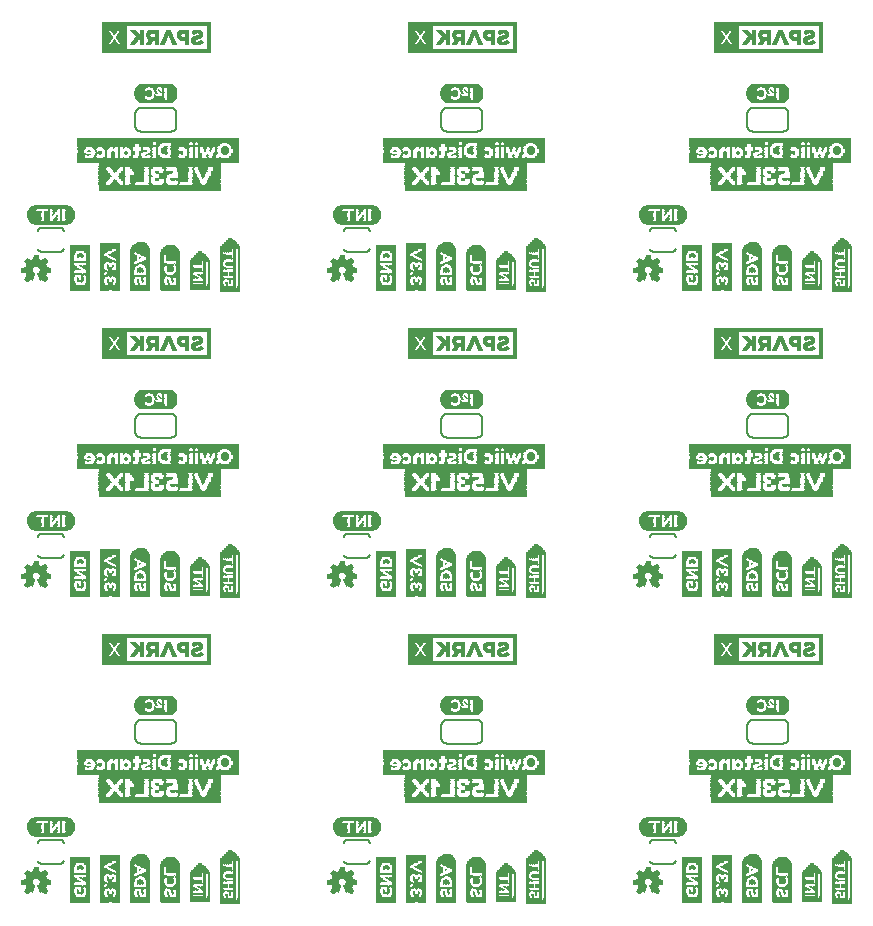
<source format=gbo>
G75*
%MOIN*%
%OFA0B0*%
%FSLAX25Y25*%
%IPPOS*%
%LPD*%
%AMOC8*
5,1,8,0,0,1.08239X$1,22.5*
%
%ADD10C,0.00600*%
%ADD11C,0.00039*%
%ADD12C,0.00299*%
%ADD13C,0.00800*%
%ADD14R,0.53740X0.00197*%
%ADD15R,0.13780X0.00197*%
%ADD16R,0.01181X0.00197*%
%ADD17R,0.11417X0.00197*%
%ADD18R,0.25197X0.00197*%
%ADD19R,0.04331X0.00197*%
%ADD20R,0.08465X0.00197*%
%ADD21R,0.00787X0.00197*%
%ADD22R,0.11024X0.00197*%
%ADD23R,0.25000X0.00197*%
%ADD24R,0.03740X0.00197*%
%ADD25R,0.07874X0.00197*%
%ADD26R,0.00591X0.00197*%
%ADD27R,0.06102X0.00197*%
%ADD28R,0.02165X0.00197*%
%ADD29R,0.03346X0.00197*%
%ADD30R,0.07480X0.00197*%
%ADD31R,0.01772X0.00197*%
%ADD32R,0.04528X0.00197*%
%ADD33R,0.19488X0.00197*%
%ADD34R,0.03150X0.00197*%
%ADD35R,0.07283X0.00197*%
%ADD36R,0.01378X0.00197*%
%ADD37R,0.19291X0.00197*%
%ADD38R,0.02953X0.00197*%
%ADD39R,0.07087X0.00197*%
%ADD40R,0.02756X0.00197*%
%ADD41R,0.15945X0.00197*%
%ADD42R,0.06693X0.00197*%
%ADD43R,0.02559X0.00197*%
%ADD44R,0.15748X0.00197*%
%ADD45R,0.06496X0.00197*%
%ADD46R,0.02362X0.00197*%
%ADD47R,0.00984X0.00197*%
%ADD48R,0.01969X0.00197*%
%ADD49R,0.01575X0.00197*%
%ADD50R,0.00197X0.00197*%
%ADD51R,0.00394X0.00197*%
%ADD52R,0.02165X0.00236*%
%ADD53R,0.02756X0.00236*%
%ADD54R,0.00787X0.00236*%
%ADD55R,0.00591X0.00236*%
%ADD56R,0.04331X0.00236*%
%ADD57R,0.01969X0.00236*%
%ADD58R,0.00394X0.00236*%
%ADD59R,0.01772X0.00236*%
%ADD60R,0.01378X0.00236*%
%ADD61R,0.00984X0.00236*%
%ADD62R,0.01181X0.00236*%
%ADD63R,0.02559X0.00236*%
%ADD64R,0.00197X0.00236*%
%ADD65R,0.04528X0.00236*%
%ADD66R,0.03346X0.00236*%
%ADD67R,0.01575X0.00236*%
%ADD68R,0.02362X0.00236*%
%ADD69R,0.53740X0.00236*%
%ADD70R,0.53740X0.00157*%
%ADD71R,0.40866X0.00236*%
%ADD72R,0.03307X0.00236*%
%ADD73R,0.17008X0.00236*%
%ADD74R,0.11102X0.00236*%
%ADD75R,0.03780X0.00236*%
%ADD76R,0.03071X0.00236*%
%ADD77R,0.02835X0.00236*%
%ADD78R,0.03543X0.00236*%
%ADD79R,0.00709X0.00236*%
%ADD80R,0.04016X0.00236*%
%ADD81R,0.01654X0.00236*%
%ADD82R,0.04961X0.00236*%
%ADD83R,0.00945X0.00236*%
%ADD84R,0.02598X0.00236*%
%ADD85R,0.00472X0.00236*%
%ADD86R,0.01417X0.00236*%
%ADD87R,0.04724X0.00236*%
%ADD88R,0.04488X0.00236*%
%ADD89R,0.04252X0.00236*%
%ADD90R,0.02126X0.00236*%
%ADD91R,0.00236X0.00236*%
%ADD92R,0.01890X0.00236*%
%ADD93R,0.05906X0.00236*%
%ADD94R,0.05197X0.00236*%
%ADD95R,0.05433X0.00236*%
%ADD96R,0.00157X0.15276*%
%ADD97R,0.00157X0.03307*%
%ADD98R,0.00157X0.11024*%
%ADD99R,0.00157X0.02992*%
%ADD100R,0.00157X0.01260*%
%ADD101R,0.00157X0.01890*%
%ADD102R,0.00157X0.00630*%
%ADD103R,0.00157X0.02677*%
%ADD104R,0.00157X0.00787*%
%ADD105R,0.00157X0.01575*%
%ADD106R,0.00157X0.00472*%
%ADD107R,0.00157X0.02520*%
%ADD108R,0.00157X0.01417*%
%ADD109R,0.00157X0.02205*%
%ADD110R,0.00157X0.02362*%
%ADD111R,0.00157X0.02047*%
%ADD112R,0.00157X0.01102*%
%ADD113R,0.00157X0.00945*%
%ADD114R,0.00157X0.02835*%
%ADD115R,0.00157X0.01732*%
%ADD116R,0.00157X0.00157*%
%ADD117R,0.00157X0.00315*%
%ADD118R,0.00157X0.03150*%
%ADD119R,0.00157X0.15906*%
%ADD120R,0.00157X0.03937*%
%ADD121R,0.00157X0.07402*%
%ADD122R,0.00157X0.03622*%
%ADD123R,0.00157X0.03465*%
%ADD124R,0.00157X0.13858*%
%ADD125R,0.00157X0.14331*%
%ADD126R,0.00157X0.14646*%
%ADD127R,0.00157X0.14961*%
%ADD128R,0.00157X0.15118*%
%ADD129R,0.00157X0.15433*%
%ADD130R,0.00157X0.11969*%
%ADD131R,0.00157X0.04567*%
%ADD132R,0.00157X0.04409*%
%ADD133R,0.00157X0.04252*%
%ADD134R,0.00157X0.04094*%
%ADD135R,0.00157X0.03780*%
%ADD136R,0.00157X0.12913*%
%ADD137R,0.00157X0.13386*%
%ADD138R,0.00157X0.13701*%
%ADD139R,0.00157X0.14016*%
%ADD140R,0.00157X0.14173*%
%ADD141R,0.00157X0.14488*%
%ADD142R,0.00157X0.07087*%
%ADD143R,0.00157X0.04882*%
%ADD144R,0.00157X0.05039*%
%ADD145R,0.00157X0.05197*%
%ADD146R,0.00157X0.10079*%
%ADD147R,0.00157X0.10236*%
%ADD148R,0.00157X0.10551*%
%ADD149R,0.00157X0.10709*%
%ADD150R,0.00157X0.11811*%
%ADD151R,0.00157X0.12126*%
%ADD152R,0.00157X0.12283*%
%ADD153R,0.00157X0.10866*%
%ADD154R,0.00157X0.15591*%
%ADD155R,0.00157X0.15748*%
%ADD156R,0.00157X0.16850*%
%ADD157R,0.00157X0.17008*%
%ADD158R,0.00157X0.17165*%
%ADD159R,0.00157X0.17323*%
%ADD160R,0.09606X0.00157*%
%ADD161R,0.10551X0.00157*%
%ADD162R,0.11181X0.00157*%
%ADD163R,0.11811X0.00157*%
%ADD164R,0.12126X0.00157*%
%ADD165R,0.12441X0.00157*%
%ADD166R,0.12756X0.00157*%
%ADD167R,0.04882X0.00157*%
%ADD168R,0.02835X0.00157*%
%ADD169R,0.03937X0.00157*%
%ADD170R,0.02992X0.00157*%
%ADD171R,0.00787X0.00157*%
%ADD172R,0.02047X0.00157*%
%ADD173R,0.03465X0.00157*%
%ADD174R,0.00630X0.00157*%
%ADD175R,0.01575X0.00157*%
%ADD176R,0.03150X0.00157*%
%ADD177R,0.01260X0.00157*%
%ADD178R,0.00472X0.00157*%
%ADD179R,0.01102X0.00157*%
%ADD180R,0.03307X0.00157*%
%ADD181R,0.00315X0.00157*%
%ADD182R,0.01417X0.00157*%
%ADD183R,0.03780X0.00157*%
%ADD184R,0.05669X0.00157*%
%ADD185R,0.05827X0.00157*%
%ADD186R,0.05984X0.00157*%
%ADD187R,0.00945X0.00157*%
%ADD188R,0.03622X0.00157*%
%ADD189R,0.04094X0.00157*%
%ADD190R,0.04567X0.00157*%
%ADD191R,0.13386X0.00157*%
%ADD192R,0.13701X0.00157*%
%ADD193R,0.14016X0.00157*%
%ADD194R,0.14331X0.00157*%
%ADD195R,0.14646X0.00157*%
%ADD196R,0.01890X0.00157*%
%ADD197R,0.02677X0.00157*%
%ADD198R,0.04724X0.00157*%
%ADD199R,0.04409X0.00157*%
%ADD200R,0.04252X0.00157*%
%ADD201R,0.02205X0.00157*%
D10*
X0073500Y0089500D02*
X0083500Y0089500D01*
X0083583Y0089502D01*
X0083666Y0089508D01*
X0083749Y0089517D01*
X0083831Y0089531D01*
X0083912Y0089548D01*
X0083993Y0089569D01*
X0084072Y0089593D01*
X0084150Y0089622D01*
X0084227Y0089653D01*
X0084302Y0089689D01*
X0084376Y0089727D01*
X0084448Y0089770D01*
X0084517Y0089815D01*
X0084585Y0089864D01*
X0084650Y0089915D01*
X0084713Y0089970D01*
X0084773Y0090027D01*
X0084830Y0090087D01*
X0084885Y0090150D01*
X0084936Y0090215D01*
X0084985Y0090283D01*
X0085030Y0090352D01*
X0085073Y0090424D01*
X0085111Y0090498D01*
X0085147Y0090573D01*
X0085178Y0090650D01*
X0085207Y0090728D01*
X0085231Y0090807D01*
X0085252Y0090888D01*
X0085269Y0090969D01*
X0085283Y0091051D01*
X0085292Y0091134D01*
X0085298Y0091217D01*
X0085300Y0091300D01*
X0085300Y0095700D01*
X0085298Y0095783D01*
X0085292Y0095866D01*
X0085283Y0095949D01*
X0085269Y0096031D01*
X0085252Y0096112D01*
X0085231Y0096193D01*
X0085207Y0096272D01*
X0085178Y0096350D01*
X0085147Y0096427D01*
X0085111Y0096502D01*
X0085073Y0096576D01*
X0085030Y0096648D01*
X0084985Y0096717D01*
X0084936Y0096785D01*
X0084885Y0096850D01*
X0084830Y0096913D01*
X0084773Y0096973D01*
X0084713Y0097030D01*
X0084650Y0097085D01*
X0084585Y0097136D01*
X0084517Y0097185D01*
X0084448Y0097230D01*
X0084376Y0097273D01*
X0084302Y0097311D01*
X0084227Y0097347D01*
X0084150Y0097378D01*
X0084072Y0097407D01*
X0083993Y0097431D01*
X0083912Y0097452D01*
X0083831Y0097469D01*
X0083749Y0097483D01*
X0083666Y0097492D01*
X0083583Y0097498D01*
X0083500Y0097500D01*
X0073500Y0097500D01*
X0073417Y0097498D01*
X0073334Y0097492D01*
X0073251Y0097483D01*
X0073169Y0097469D01*
X0073088Y0097452D01*
X0073007Y0097431D01*
X0072928Y0097407D01*
X0072850Y0097378D01*
X0072773Y0097347D01*
X0072698Y0097311D01*
X0072624Y0097273D01*
X0072552Y0097230D01*
X0072483Y0097185D01*
X0072415Y0097136D01*
X0072350Y0097085D01*
X0072287Y0097030D01*
X0072227Y0096973D01*
X0072170Y0096913D01*
X0072115Y0096850D01*
X0072064Y0096785D01*
X0072015Y0096717D01*
X0071970Y0096648D01*
X0071927Y0096576D01*
X0071889Y0096502D01*
X0071853Y0096427D01*
X0071822Y0096350D01*
X0071793Y0096272D01*
X0071769Y0096193D01*
X0071748Y0096112D01*
X0071731Y0096031D01*
X0071717Y0095949D01*
X0071708Y0095866D01*
X0071702Y0095783D01*
X0071700Y0095700D01*
X0071700Y0091300D01*
X0071702Y0091217D01*
X0071708Y0091134D01*
X0071717Y0091051D01*
X0071731Y0090969D01*
X0071748Y0090888D01*
X0071769Y0090807D01*
X0071793Y0090728D01*
X0071822Y0090650D01*
X0071853Y0090573D01*
X0071889Y0090498D01*
X0071927Y0090424D01*
X0071970Y0090352D01*
X0072015Y0090283D01*
X0072064Y0090215D01*
X0072115Y0090150D01*
X0072170Y0090087D01*
X0072227Y0090027D01*
X0072287Y0089970D01*
X0072350Y0089915D01*
X0072415Y0089864D01*
X0072483Y0089815D01*
X0072552Y0089770D01*
X0072624Y0089727D01*
X0072698Y0089689D01*
X0072773Y0089653D01*
X0072850Y0089622D01*
X0072928Y0089593D01*
X0073007Y0089569D01*
X0073088Y0089548D01*
X0073169Y0089531D01*
X0073251Y0089517D01*
X0073334Y0089508D01*
X0073417Y0089502D01*
X0073500Y0089500D01*
X0173700Y0091300D02*
X0173700Y0095700D01*
X0173702Y0095783D01*
X0173708Y0095866D01*
X0173717Y0095949D01*
X0173731Y0096031D01*
X0173748Y0096112D01*
X0173769Y0096193D01*
X0173793Y0096272D01*
X0173822Y0096350D01*
X0173853Y0096427D01*
X0173889Y0096502D01*
X0173927Y0096576D01*
X0173970Y0096648D01*
X0174015Y0096717D01*
X0174064Y0096785D01*
X0174115Y0096850D01*
X0174170Y0096913D01*
X0174227Y0096973D01*
X0174287Y0097030D01*
X0174350Y0097085D01*
X0174415Y0097136D01*
X0174483Y0097185D01*
X0174552Y0097230D01*
X0174624Y0097273D01*
X0174698Y0097311D01*
X0174773Y0097347D01*
X0174850Y0097378D01*
X0174928Y0097407D01*
X0175007Y0097431D01*
X0175088Y0097452D01*
X0175169Y0097469D01*
X0175251Y0097483D01*
X0175334Y0097492D01*
X0175417Y0097498D01*
X0175500Y0097500D01*
X0185500Y0097500D01*
X0185583Y0097498D01*
X0185666Y0097492D01*
X0185749Y0097483D01*
X0185831Y0097469D01*
X0185912Y0097452D01*
X0185993Y0097431D01*
X0186072Y0097407D01*
X0186150Y0097378D01*
X0186227Y0097347D01*
X0186302Y0097311D01*
X0186376Y0097273D01*
X0186448Y0097230D01*
X0186517Y0097185D01*
X0186585Y0097136D01*
X0186650Y0097085D01*
X0186713Y0097030D01*
X0186773Y0096973D01*
X0186830Y0096913D01*
X0186885Y0096850D01*
X0186936Y0096785D01*
X0186985Y0096717D01*
X0187030Y0096648D01*
X0187073Y0096576D01*
X0187111Y0096502D01*
X0187147Y0096427D01*
X0187178Y0096350D01*
X0187207Y0096272D01*
X0187231Y0096193D01*
X0187252Y0096112D01*
X0187269Y0096031D01*
X0187283Y0095949D01*
X0187292Y0095866D01*
X0187298Y0095783D01*
X0187300Y0095700D01*
X0187300Y0091300D01*
X0187298Y0091217D01*
X0187292Y0091134D01*
X0187283Y0091051D01*
X0187269Y0090969D01*
X0187252Y0090888D01*
X0187231Y0090807D01*
X0187207Y0090728D01*
X0187178Y0090650D01*
X0187147Y0090573D01*
X0187111Y0090498D01*
X0187073Y0090424D01*
X0187030Y0090352D01*
X0186985Y0090283D01*
X0186936Y0090215D01*
X0186885Y0090150D01*
X0186830Y0090087D01*
X0186773Y0090027D01*
X0186713Y0089970D01*
X0186650Y0089915D01*
X0186585Y0089864D01*
X0186517Y0089815D01*
X0186448Y0089770D01*
X0186376Y0089727D01*
X0186302Y0089689D01*
X0186227Y0089653D01*
X0186150Y0089622D01*
X0186072Y0089593D01*
X0185993Y0089569D01*
X0185912Y0089548D01*
X0185831Y0089531D01*
X0185749Y0089517D01*
X0185666Y0089508D01*
X0185583Y0089502D01*
X0185500Y0089500D01*
X0175500Y0089500D01*
X0175417Y0089502D01*
X0175334Y0089508D01*
X0175251Y0089517D01*
X0175169Y0089531D01*
X0175088Y0089548D01*
X0175007Y0089569D01*
X0174928Y0089593D01*
X0174850Y0089622D01*
X0174773Y0089653D01*
X0174698Y0089689D01*
X0174624Y0089727D01*
X0174552Y0089770D01*
X0174483Y0089815D01*
X0174415Y0089864D01*
X0174350Y0089915D01*
X0174287Y0089970D01*
X0174227Y0090027D01*
X0174170Y0090087D01*
X0174115Y0090150D01*
X0174064Y0090215D01*
X0174015Y0090283D01*
X0173970Y0090352D01*
X0173927Y0090424D01*
X0173889Y0090498D01*
X0173853Y0090573D01*
X0173822Y0090650D01*
X0173793Y0090728D01*
X0173769Y0090807D01*
X0173748Y0090888D01*
X0173731Y0090969D01*
X0173717Y0091051D01*
X0173708Y0091134D01*
X0173702Y0091217D01*
X0173700Y0091300D01*
X0175500Y0191500D02*
X0185500Y0191500D01*
X0185583Y0191502D01*
X0185666Y0191508D01*
X0185749Y0191517D01*
X0185831Y0191531D01*
X0185912Y0191548D01*
X0185993Y0191569D01*
X0186072Y0191593D01*
X0186150Y0191622D01*
X0186227Y0191653D01*
X0186302Y0191689D01*
X0186376Y0191727D01*
X0186448Y0191770D01*
X0186517Y0191815D01*
X0186585Y0191864D01*
X0186650Y0191915D01*
X0186713Y0191970D01*
X0186773Y0192027D01*
X0186830Y0192087D01*
X0186885Y0192150D01*
X0186936Y0192215D01*
X0186985Y0192283D01*
X0187030Y0192352D01*
X0187073Y0192424D01*
X0187111Y0192498D01*
X0187147Y0192573D01*
X0187178Y0192650D01*
X0187207Y0192728D01*
X0187231Y0192807D01*
X0187252Y0192888D01*
X0187269Y0192969D01*
X0187283Y0193051D01*
X0187292Y0193134D01*
X0187298Y0193217D01*
X0187300Y0193300D01*
X0187300Y0197700D01*
X0187298Y0197783D01*
X0187292Y0197866D01*
X0187283Y0197949D01*
X0187269Y0198031D01*
X0187252Y0198112D01*
X0187231Y0198193D01*
X0187207Y0198272D01*
X0187178Y0198350D01*
X0187147Y0198427D01*
X0187111Y0198502D01*
X0187073Y0198576D01*
X0187030Y0198648D01*
X0186985Y0198717D01*
X0186936Y0198785D01*
X0186885Y0198850D01*
X0186830Y0198913D01*
X0186773Y0198973D01*
X0186713Y0199030D01*
X0186650Y0199085D01*
X0186585Y0199136D01*
X0186517Y0199185D01*
X0186448Y0199230D01*
X0186376Y0199273D01*
X0186302Y0199311D01*
X0186227Y0199347D01*
X0186150Y0199378D01*
X0186072Y0199407D01*
X0185993Y0199431D01*
X0185912Y0199452D01*
X0185831Y0199469D01*
X0185749Y0199483D01*
X0185666Y0199492D01*
X0185583Y0199498D01*
X0185500Y0199500D01*
X0175500Y0199500D01*
X0175417Y0199498D01*
X0175334Y0199492D01*
X0175251Y0199483D01*
X0175169Y0199469D01*
X0175088Y0199452D01*
X0175007Y0199431D01*
X0174928Y0199407D01*
X0174850Y0199378D01*
X0174773Y0199347D01*
X0174698Y0199311D01*
X0174624Y0199273D01*
X0174552Y0199230D01*
X0174483Y0199185D01*
X0174415Y0199136D01*
X0174350Y0199085D01*
X0174287Y0199030D01*
X0174227Y0198973D01*
X0174170Y0198913D01*
X0174115Y0198850D01*
X0174064Y0198785D01*
X0174015Y0198717D01*
X0173970Y0198648D01*
X0173927Y0198576D01*
X0173889Y0198502D01*
X0173853Y0198427D01*
X0173822Y0198350D01*
X0173793Y0198272D01*
X0173769Y0198193D01*
X0173748Y0198112D01*
X0173731Y0198031D01*
X0173717Y0197949D01*
X0173708Y0197866D01*
X0173702Y0197783D01*
X0173700Y0197700D01*
X0173700Y0193300D01*
X0173702Y0193217D01*
X0173708Y0193134D01*
X0173717Y0193051D01*
X0173731Y0192969D01*
X0173748Y0192888D01*
X0173769Y0192807D01*
X0173793Y0192728D01*
X0173822Y0192650D01*
X0173853Y0192573D01*
X0173889Y0192498D01*
X0173927Y0192424D01*
X0173970Y0192352D01*
X0174015Y0192283D01*
X0174064Y0192215D01*
X0174115Y0192150D01*
X0174170Y0192087D01*
X0174227Y0192027D01*
X0174287Y0191970D01*
X0174350Y0191915D01*
X0174415Y0191864D01*
X0174483Y0191815D01*
X0174552Y0191770D01*
X0174624Y0191727D01*
X0174698Y0191689D01*
X0174773Y0191653D01*
X0174850Y0191622D01*
X0174928Y0191593D01*
X0175007Y0191569D01*
X0175088Y0191548D01*
X0175169Y0191531D01*
X0175251Y0191517D01*
X0175334Y0191508D01*
X0175417Y0191502D01*
X0175500Y0191500D01*
X0085300Y0193300D02*
X0085300Y0197700D01*
X0085298Y0197783D01*
X0085292Y0197866D01*
X0085283Y0197949D01*
X0085269Y0198031D01*
X0085252Y0198112D01*
X0085231Y0198193D01*
X0085207Y0198272D01*
X0085178Y0198350D01*
X0085147Y0198427D01*
X0085111Y0198502D01*
X0085073Y0198576D01*
X0085030Y0198648D01*
X0084985Y0198717D01*
X0084936Y0198785D01*
X0084885Y0198850D01*
X0084830Y0198913D01*
X0084773Y0198973D01*
X0084713Y0199030D01*
X0084650Y0199085D01*
X0084585Y0199136D01*
X0084517Y0199185D01*
X0084448Y0199230D01*
X0084376Y0199273D01*
X0084302Y0199311D01*
X0084227Y0199347D01*
X0084150Y0199378D01*
X0084072Y0199407D01*
X0083993Y0199431D01*
X0083912Y0199452D01*
X0083831Y0199469D01*
X0083749Y0199483D01*
X0083666Y0199492D01*
X0083583Y0199498D01*
X0083500Y0199500D01*
X0073500Y0199500D01*
X0073417Y0199498D01*
X0073334Y0199492D01*
X0073251Y0199483D01*
X0073169Y0199469D01*
X0073088Y0199452D01*
X0073007Y0199431D01*
X0072928Y0199407D01*
X0072850Y0199378D01*
X0072773Y0199347D01*
X0072698Y0199311D01*
X0072624Y0199273D01*
X0072552Y0199230D01*
X0072483Y0199185D01*
X0072415Y0199136D01*
X0072350Y0199085D01*
X0072287Y0199030D01*
X0072227Y0198973D01*
X0072170Y0198913D01*
X0072115Y0198850D01*
X0072064Y0198785D01*
X0072015Y0198717D01*
X0071970Y0198648D01*
X0071927Y0198576D01*
X0071889Y0198502D01*
X0071853Y0198427D01*
X0071822Y0198350D01*
X0071793Y0198272D01*
X0071769Y0198193D01*
X0071748Y0198112D01*
X0071731Y0198031D01*
X0071717Y0197949D01*
X0071708Y0197866D01*
X0071702Y0197783D01*
X0071700Y0197700D01*
X0071700Y0193300D01*
X0071702Y0193217D01*
X0071708Y0193134D01*
X0071717Y0193051D01*
X0071731Y0192969D01*
X0071748Y0192888D01*
X0071769Y0192807D01*
X0071793Y0192728D01*
X0071822Y0192650D01*
X0071853Y0192573D01*
X0071889Y0192498D01*
X0071927Y0192424D01*
X0071970Y0192352D01*
X0072015Y0192283D01*
X0072064Y0192215D01*
X0072115Y0192150D01*
X0072170Y0192087D01*
X0072227Y0192027D01*
X0072287Y0191970D01*
X0072350Y0191915D01*
X0072415Y0191864D01*
X0072483Y0191815D01*
X0072552Y0191770D01*
X0072624Y0191727D01*
X0072698Y0191689D01*
X0072773Y0191653D01*
X0072850Y0191622D01*
X0072928Y0191593D01*
X0073007Y0191569D01*
X0073088Y0191548D01*
X0073169Y0191531D01*
X0073251Y0191517D01*
X0073334Y0191508D01*
X0073417Y0191502D01*
X0073500Y0191500D01*
X0083500Y0191500D01*
X0083583Y0191502D01*
X0083666Y0191508D01*
X0083749Y0191517D01*
X0083831Y0191531D01*
X0083912Y0191548D01*
X0083993Y0191569D01*
X0084072Y0191593D01*
X0084150Y0191622D01*
X0084227Y0191653D01*
X0084302Y0191689D01*
X0084376Y0191727D01*
X0084448Y0191770D01*
X0084517Y0191815D01*
X0084585Y0191864D01*
X0084650Y0191915D01*
X0084713Y0191970D01*
X0084773Y0192027D01*
X0084830Y0192087D01*
X0084885Y0192150D01*
X0084936Y0192215D01*
X0084985Y0192283D01*
X0085030Y0192352D01*
X0085073Y0192424D01*
X0085111Y0192498D01*
X0085147Y0192573D01*
X0085178Y0192650D01*
X0085207Y0192728D01*
X0085231Y0192807D01*
X0085252Y0192888D01*
X0085269Y0192969D01*
X0085283Y0193051D01*
X0085292Y0193134D01*
X0085298Y0193217D01*
X0085300Y0193300D01*
X0083500Y0293500D02*
X0073500Y0293500D01*
X0073417Y0293502D01*
X0073334Y0293508D01*
X0073251Y0293517D01*
X0073169Y0293531D01*
X0073088Y0293548D01*
X0073007Y0293569D01*
X0072928Y0293593D01*
X0072850Y0293622D01*
X0072773Y0293653D01*
X0072698Y0293689D01*
X0072624Y0293727D01*
X0072552Y0293770D01*
X0072483Y0293815D01*
X0072415Y0293864D01*
X0072350Y0293915D01*
X0072287Y0293970D01*
X0072227Y0294027D01*
X0072170Y0294087D01*
X0072115Y0294150D01*
X0072064Y0294215D01*
X0072015Y0294283D01*
X0071970Y0294352D01*
X0071927Y0294424D01*
X0071889Y0294498D01*
X0071853Y0294573D01*
X0071822Y0294650D01*
X0071793Y0294728D01*
X0071769Y0294807D01*
X0071748Y0294888D01*
X0071731Y0294969D01*
X0071717Y0295051D01*
X0071708Y0295134D01*
X0071702Y0295217D01*
X0071700Y0295300D01*
X0071700Y0299700D01*
X0071702Y0299783D01*
X0071708Y0299866D01*
X0071717Y0299949D01*
X0071731Y0300031D01*
X0071748Y0300112D01*
X0071769Y0300193D01*
X0071793Y0300272D01*
X0071822Y0300350D01*
X0071853Y0300427D01*
X0071889Y0300502D01*
X0071927Y0300576D01*
X0071970Y0300648D01*
X0072015Y0300717D01*
X0072064Y0300785D01*
X0072115Y0300850D01*
X0072170Y0300913D01*
X0072227Y0300973D01*
X0072287Y0301030D01*
X0072350Y0301085D01*
X0072415Y0301136D01*
X0072483Y0301185D01*
X0072552Y0301230D01*
X0072624Y0301273D01*
X0072698Y0301311D01*
X0072773Y0301347D01*
X0072850Y0301378D01*
X0072928Y0301407D01*
X0073007Y0301431D01*
X0073088Y0301452D01*
X0073169Y0301469D01*
X0073251Y0301483D01*
X0073334Y0301492D01*
X0073417Y0301498D01*
X0073500Y0301500D01*
X0083500Y0301500D01*
X0083583Y0301498D01*
X0083666Y0301492D01*
X0083749Y0301483D01*
X0083831Y0301469D01*
X0083912Y0301452D01*
X0083993Y0301431D01*
X0084072Y0301407D01*
X0084150Y0301378D01*
X0084227Y0301347D01*
X0084302Y0301311D01*
X0084376Y0301273D01*
X0084448Y0301230D01*
X0084517Y0301185D01*
X0084585Y0301136D01*
X0084650Y0301085D01*
X0084713Y0301030D01*
X0084773Y0300973D01*
X0084830Y0300913D01*
X0084885Y0300850D01*
X0084936Y0300785D01*
X0084985Y0300717D01*
X0085030Y0300648D01*
X0085073Y0300576D01*
X0085111Y0300502D01*
X0085147Y0300427D01*
X0085178Y0300350D01*
X0085207Y0300272D01*
X0085231Y0300193D01*
X0085252Y0300112D01*
X0085269Y0300031D01*
X0085283Y0299949D01*
X0085292Y0299866D01*
X0085298Y0299783D01*
X0085300Y0299700D01*
X0085300Y0295300D01*
X0085298Y0295217D01*
X0085292Y0295134D01*
X0085283Y0295051D01*
X0085269Y0294969D01*
X0085252Y0294888D01*
X0085231Y0294807D01*
X0085207Y0294728D01*
X0085178Y0294650D01*
X0085147Y0294573D01*
X0085111Y0294498D01*
X0085073Y0294424D01*
X0085030Y0294352D01*
X0084985Y0294283D01*
X0084936Y0294215D01*
X0084885Y0294150D01*
X0084830Y0294087D01*
X0084773Y0294027D01*
X0084713Y0293970D01*
X0084650Y0293915D01*
X0084585Y0293864D01*
X0084517Y0293815D01*
X0084448Y0293770D01*
X0084376Y0293727D01*
X0084302Y0293689D01*
X0084227Y0293653D01*
X0084150Y0293622D01*
X0084072Y0293593D01*
X0083993Y0293569D01*
X0083912Y0293548D01*
X0083831Y0293531D01*
X0083749Y0293517D01*
X0083666Y0293508D01*
X0083583Y0293502D01*
X0083500Y0293500D01*
X0173700Y0295300D02*
X0173700Y0299700D01*
X0173702Y0299783D01*
X0173708Y0299866D01*
X0173717Y0299949D01*
X0173731Y0300031D01*
X0173748Y0300112D01*
X0173769Y0300193D01*
X0173793Y0300272D01*
X0173822Y0300350D01*
X0173853Y0300427D01*
X0173889Y0300502D01*
X0173927Y0300576D01*
X0173970Y0300648D01*
X0174015Y0300717D01*
X0174064Y0300785D01*
X0174115Y0300850D01*
X0174170Y0300913D01*
X0174227Y0300973D01*
X0174287Y0301030D01*
X0174350Y0301085D01*
X0174415Y0301136D01*
X0174483Y0301185D01*
X0174552Y0301230D01*
X0174624Y0301273D01*
X0174698Y0301311D01*
X0174773Y0301347D01*
X0174850Y0301378D01*
X0174928Y0301407D01*
X0175007Y0301431D01*
X0175088Y0301452D01*
X0175169Y0301469D01*
X0175251Y0301483D01*
X0175334Y0301492D01*
X0175417Y0301498D01*
X0175500Y0301500D01*
X0185500Y0301500D01*
X0185583Y0301498D01*
X0185666Y0301492D01*
X0185749Y0301483D01*
X0185831Y0301469D01*
X0185912Y0301452D01*
X0185993Y0301431D01*
X0186072Y0301407D01*
X0186150Y0301378D01*
X0186227Y0301347D01*
X0186302Y0301311D01*
X0186376Y0301273D01*
X0186448Y0301230D01*
X0186517Y0301185D01*
X0186585Y0301136D01*
X0186650Y0301085D01*
X0186713Y0301030D01*
X0186773Y0300973D01*
X0186830Y0300913D01*
X0186885Y0300850D01*
X0186936Y0300785D01*
X0186985Y0300717D01*
X0187030Y0300648D01*
X0187073Y0300576D01*
X0187111Y0300502D01*
X0187147Y0300427D01*
X0187178Y0300350D01*
X0187207Y0300272D01*
X0187231Y0300193D01*
X0187252Y0300112D01*
X0187269Y0300031D01*
X0187283Y0299949D01*
X0187292Y0299866D01*
X0187298Y0299783D01*
X0187300Y0299700D01*
X0187300Y0295300D01*
X0187298Y0295217D01*
X0187292Y0295134D01*
X0187283Y0295051D01*
X0187269Y0294969D01*
X0187252Y0294888D01*
X0187231Y0294807D01*
X0187207Y0294728D01*
X0187178Y0294650D01*
X0187147Y0294573D01*
X0187111Y0294498D01*
X0187073Y0294424D01*
X0187030Y0294352D01*
X0186985Y0294283D01*
X0186936Y0294215D01*
X0186885Y0294150D01*
X0186830Y0294087D01*
X0186773Y0294027D01*
X0186713Y0293970D01*
X0186650Y0293915D01*
X0186585Y0293864D01*
X0186517Y0293815D01*
X0186448Y0293770D01*
X0186376Y0293727D01*
X0186302Y0293689D01*
X0186227Y0293653D01*
X0186150Y0293622D01*
X0186072Y0293593D01*
X0185993Y0293569D01*
X0185912Y0293548D01*
X0185831Y0293531D01*
X0185749Y0293517D01*
X0185666Y0293508D01*
X0185583Y0293502D01*
X0185500Y0293500D01*
X0175500Y0293500D01*
X0175417Y0293502D01*
X0175334Y0293508D01*
X0175251Y0293517D01*
X0175169Y0293531D01*
X0175088Y0293548D01*
X0175007Y0293569D01*
X0174928Y0293593D01*
X0174850Y0293622D01*
X0174773Y0293653D01*
X0174698Y0293689D01*
X0174624Y0293727D01*
X0174552Y0293770D01*
X0174483Y0293815D01*
X0174415Y0293864D01*
X0174350Y0293915D01*
X0174287Y0293970D01*
X0174227Y0294027D01*
X0174170Y0294087D01*
X0174115Y0294150D01*
X0174064Y0294215D01*
X0174015Y0294283D01*
X0173970Y0294352D01*
X0173927Y0294424D01*
X0173889Y0294498D01*
X0173853Y0294573D01*
X0173822Y0294650D01*
X0173793Y0294728D01*
X0173769Y0294807D01*
X0173748Y0294888D01*
X0173731Y0294969D01*
X0173717Y0295051D01*
X0173708Y0295134D01*
X0173702Y0295217D01*
X0173700Y0295300D01*
X0275700Y0295300D02*
X0275700Y0299700D01*
X0275702Y0299783D01*
X0275708Y0299866D01*
X0275717Y0299949D01*
X0275731Y0300031D01*
X0275748Y0300112D01*
X0275769Y0300193D01*
X0275793Y0300272D01*
X0275822Y0300350D01*
X0275853Y0300427D01*
X0275889Y0300502D01*
X0275927Y0300576D01*
X0275970Y0300648D01*
X0276015Y0300717D01*
X0276064Y0300785D01*
X0276115Y0300850D01*
X0276170Y0300913D01*
X0276227Y0300973D01*
X0276287Y0301030D01*
X0276350Y0301085D01*
X0276415Y0301136D01*
X0276483Y0301185D01*
X0276552Y0301230D01*
X0276624Y0301273D01*
X0276698Y0301311D01*
X0276773Y0301347D01*
X0276850Y0301378D01*
X0276928Y0301407D01*
X0277007Y0301431D01*
X0277088Y0301452D01*
X0277169Y0301469D01*
X0277251Y0301483D01*
X0277334Y0301492D01*
X0277417Y0301498D01*
X0277500Y0301500D01*
X0287500Y0301500D01*
X0287583Y0301498D01*
X0287666Y0301492D01*
X0287749Y0301483D01*
X0287831Y0301469D01*
X0287912Y0301452D01*
X0287993Y0301431D01*
X0288072Y0301407D01*
X0288150Y0301378D01*
X0288227Y0301347D01*
X0288302Y0301311D01*
X0288376Y0301273D01*
X0288448Y0301230D01*
X0288517Y0301185D01*
X0288585Y0301136D01*
X0288650Y0301085D01*
X0288713Y0301030D01*
X0288773Y0300973D01*
X0288830Y0300913D01*
X0288885Y0300850D01*
X0288936Y0300785D01*
X0288985Y0300717D01*
X0289030Y0300648D01*
X0289073Y0300576D01*
X0289111Y0300502D01*
X0289147Y0300427D01*
X0289178Y0300350D01*
X0289207Y0300272D01*
X0289231Y0300193D01*
X0289252Y0300112D01*
X0289269Y0300031D01*
X0289283Y0299949D01*
X0289292Y0299866D01*
X0289298Y0299783D01*
X0289300Y0299700D01*
X0289300Y0295300D01*
X0289298Y0295217D01*
X0289292Y0295134D01*
X0289283Y0295051D01*
X0289269Y0294969D01*
X0289252Y0294888D01*
X0289231Y0294807D01*
X0289207Y0294728D01*
X0289178Y0294650D01*
X0289147Y0294573D01*
X0289111Y0294498D01*
X0289073Y0294424D01*
X0289030Y0294352D01*
X0288985Y0294283D01*
X0288936Y0294215D01*
X0288885Y0294150D01*
X0288830Y0294087D01*
X0288773Y0294027D01*
X0288713Y0293970D01*
X0288650Y0293915D01*
X0288585Y0293864D01*
X0288517Y0293815D01*
X0288448Y0293770D01*
X0288376Y0293727D01*
X0288302Y0293689D01*
X0288227Y0293653D01*
X0288150Y0293622D01*
X0288072Y0293593D01*
X0287993Y0293569D01*
X0287912Y0293548D01*
X0287831Y0293531D01*
X0287749Y0293517D01*
X0287666Y0293508D01*
X0287583Y0293502D01*
X0287500Y0293500D01*
X0277500Y0293500D01*
X0277417Y0293502D01*
X0277334Y0293508D01*
X0277251Y0293517D01*
X0277169Y0293531D01*
X0277088Y0293548D01*
X0277007Y0293569D01*
X0276928Y0293593D01*
X0276850Y0293622D01*
X0276773Y0293653D01*
X0276698Y0293689D01*
X0276624Y0293727D01*
X0276552Y0293770D01*
X0276483Y0293815D01*
X0276415Y0293864D01*
X0276350Y0293915D01*
X0276287Y0293970D01*
X0276227Y0294027D01*
X0276170Y0294087D01*
X0276115Y0294150D01*
X0276064Y0294215D01*
X0276015Y0294283D01*
X0275970Y0294352D01*
X0275927Y0294424D01*
X0275889Y0294498D01*
X0275853Y0294573D01*
X0275822Y0294650D01*
X0275793Y0294728D01*
X0275769Y0294807D01*
X0275748Y0294888D01*
X0275731Y0294969D01*
X0275717Y0295051D01*
X0275708Y0295134D01*
X0275702Y0295217D01*
X0275700Y0295300D01*
X0277500Y0199500D02*
X0287500Y0199500D01*
X0287583Y0199498D01*
X0287666Y0199492D01*
X0287749Y0199483D01*
X0287831Y0199469D01*
X0287912Y0199452D01*
X0287993Y0199431D01*
X0288072Y0199407D01*
X0288150Y0199378D01*
X0288227Y0199347D01*
X0288302Y0199311D01*
X0288376Y0199273D01*
X0288448Y0199230D01*
X0288517Y0199185D01*
X0288585Y0199136D01*
X0288650Y0199085D01*
X0288713Y0199030D01*
X0288773Y0198973D01*
X0288830Y0198913D01*
X0288885Y0198850D01*
X0288936Y0198785D01*
X0288985Y0198717D01*
X0289030Y0198648D01*
X0289073Y0198576D01*
X0289111Y0198502D01*
X0289147Y0198427D01*
X0289178Y0198350D01*
X0289207Y0198272D01*
X0289231Y0198193D01*
X0289252Y0198112D01*
X0289269Y0198031D01*
X0289283Y0197949D01*
X0289292Y0197866D01*
X0289298Y0197783D01*
X0289300Y0197700D01*
X0289300Y0193300D01*
X0289298Y0193217D01*
X0289292Y0193134D01*
X0289283Y0193051D01*
X0289269Y0192969D01*
X0289252Y0192888D01*
X0289231Y0192807D01*
X0289207Y0192728D01*
X0289178Y0192650D01*
X0289147Y0192573D01*
X0289111Y0192498D01*
X0289073Y0192424D01*
X0289030Y0192352D01*
X0288985Y0192283D01*
X0288936Y0192215D01*
X0288885Y0192150D01*
X0288830Y0192087D01*
X0288773Y0192027D01*
X0288713Y0191970D01*
X0288650Y0191915D01*
X0288585Y0191864D01*
X0288517Y0191815D01*
X0288448Y0191770D01*
X0288376Y0191727D01*
X0288302Y0191689D01*
X0288227Y0191653D01*
X0288150Y0191622D01*
X0288072Y0191593D01*
X0287993Y0191569D01*
X0287912Y0191548D01*
X0287831Y0191531D01*
X0287749Y0191517D01*
X0287666Y0191508D01*
X0287583Y0191502D01*
X0287500Y0191500D01*
X0277500Y0191500D01*
X0277417Y0191502D01*
X0277334Y0191508D01*
X0277251Y0191517D01*
X0277169Y0191531D01*
X0277088Y0191548D01*
X0277007Y0191569D01*
X0276928Y0191593D01*
X0276850Y0191622D01*
X0276773Y0191653D01*
X0276698Y0191689D01*
X0276624Y0191727D01*
X0276552Y0191770D01*
X0276483Y0191815D01*
X0276415Y0191864D01*
X0276350Y0191915D01*
X0276287Y0191970D01*
X0276227Y0192027D01*
X0276170Y0192087D01*
X0276115Y0192150D01*
X0276064Y0192215D01*
X0276015Y0192283D01*
X0275970Y0192352D01*
X0275927Y0192424D01*
X0275889Y0192498D01*
X0275853Y0192573D01*
X0275822Y0192650D01*
X0275793Y0192728D01*
X0275769Y0192807D01*
X0275748Y0192888D01*
X0275731Y0192969D01*
X0275717Y0193051D01*
X0275708Y0193134D01*
X0275702Y0193217D01*
X0275700Y0193300D01*
X0275700Y0197700D01*
X0275702Y0197783D01*
X0275708Y0197866D01*
X0275717Y0197949D01*
X0275731Y0198031D01*
X0275748Y0198112D01*
X0275769Y0198193D01*
X0275793Y0198272D01*
X0275822Y0198350D01*
X0275853Y0198427D01*
X0275889Y0198502D01*
X0275927Y0198576D01*
X0275970Y0198648D01*
X0276015Y0198717D01*
X0276064Y0198785D01*
X0276115Y0198850D01*
X0276170Y0198913D01*
X0276227Y0198973D01*
X0276287Y0199030D01*
X0276350Y0199085D01*
X0276415Y0199136D01*
X0276483Y0199185D01*
X0276552Y0199230D01*
X0276624Y0199273D01*
X0276698Y0199311D01*
X0276773Y0199347D01*
X0276850Y0199378D01*
X0276928Y0199407D01*
X0277007Y0199431D01*
X0277088Y0199452D01*
X0277169Y0199469D01*
X0277251Y0199483D01*
X0277334Y0199492D01*
X0277417Y0199498D01*
X0277500Y0199500D01*
X0277500Y0097500D02*
X0287500Y0097500D01*
X0287583Y0097498D01*
X0287666Y0097492D01*
X0287749Y0097483D01*
X0287831Y0097469D01*
X0287912Y0097452D01*
X0287993Y0097431D01*
X0288072Y0097407D01*
X0288150Y0097378D01*
X0288227Y0097347D01*
X0288302Y0097311D01*
X0288376Y0097273D01*
X0288448Y0097230D01*
X0288517Y0097185D01*
X0288585Y0097136D01*
X0288650Y0097085D01*
X0288713Y0097030D01*
X0288773Y0096973D01*
X0288830Y0096913D01*
X0288885Y0096850D01*
X0288936Y0096785D01*
X0288985Y0096717D01*
X0289030Y0096648D01*
X0289073Y0096576D01*
X0289111Y0096502D01*
X0289147Y0096427D01*
X0289178Y0096350D01*
X0289207Y0096272D01*
X0289231Y0096193D01*
X0289252Y0096112D01*
X0289269Y0096031D01*
X0289283Y0095949D01*
X0289292Y0095866D01*
X0289298Y0095783D01*
X0289300Y0095700D01*
X0289300Y0091300D01*
X0289298Y0091217D01*
X0289292Y0091134D01*
X0289283Y0091051D01*
X0289269Y0090969D01*
X0289252Y0090888D01*
X0289231Y0090807D01*
X0289207Y0090728D01*
X0289178Y0090650D01*
X0289147Y0090573D01*
X0289111Y0090498D01*
X0289073Y0090424D01*
X0289030Y0090352D01*
X0288985Y0090283D01*
X0288936Y0090215D01*
X0288885Y0090150D01*
X0288830Y0090087D01*
X0288773Y0090027D01*
X0288713Y0089970D01*
X0288650Y0089915D01*
X0288585Y0089864D01*
X0288517Y0089815D01*
X0288448Y0089770D01*
X0288376Y0089727D01*
X0288302Y0089689D01*
X0288227Y0089653D01*
X0288150Y0089622D01*
X0288072Y0089593D01*
X0287993Y0089569D01*
X0287912Y0089548D01*
X0287831Y0089531D01*
X0287749Y0089517D01*
X0287666Y0089508D01*
X0287583Y0089502D01*
X0287500Y0089500D01*
X0277500Y0089500D01*
X0277417Y0089502D01*
X0277334Y0089508D01*
X0277251Y0089517D01*
X0277169Y0089531D01*
X0277088Y0089548D01*
X0277007Y0089569D01*
X0276928Y0089593D01*
X0276850Y0089622D01*
X0276773Y0089653D01*
X0276698Y0089689D01*
X0276624Y0089727D01*
X0276552Y0089770D01*
X0276483Y0089815D01*
X0276415Y0089864D01*
X0276350Y0089915D01*
X0276287Y0089970D01*
X0276227Y0090027D01*
X0276170Y0090087D01*
X0276115Y0090150D01*
X0276064Y0090215D01*
X0276015Y0090283D01*
X0275970Y0090352D01*
X0275927Y0090424D01*
X0275889Y0090498D01*
X0275853Y0090573D01*
X0275822Y0090650D01*
X0275793Y0090728D01*
X0275769Y0090807D01*
X0275748Y0090888D01*
X0275731Y0090969D01*
X0275717Y0091051D01*
X0275708Y0091134D01*
X0275702Y0091217D01*
X0275700Y0091300D01*
X0275700Y0095700D01*
X0275702Y0095783D01*
X0275708Y0095866D01*
X0275717Y0095949D01*
X0275731Y0096031D01*
X0275748Y0096112D01*
X0275769Y0096193D01*
X0275793Y0096272D01*
X0275822Y0096350D01*
X0275853Y0096427D01*
X0275889Y0096502D01*
X0275927Y0096576D01*
X0275970Y0096648D01*
X0276015Y0096717D01*
X0276064Y0096785D01*
X0276115Y0096850D01*
X0276170Y0096913D01*
X0276227Y0096973D01*
X0276287Y0097030D01*
X0276350Y0097085D01*
X0276415Y0097136D01*
X0276483Y0097185D01*
X0276552Y0097230D01*
X0276624Y0097273D01*
X0276698Y0097311D01*
X0276773Y0097347D01*
X0276850Y0097378D01*
X0276928Y0097407D01*
X0277007Y0097431D01*
X0277088Y0097452D01*
X0277169Y0097469D01*
X0277251Y0097483D01*
X0277334Y0097492D01*
X0277417Y0097498D01*
X0277500Y0097500D01*
D11*
X0272866Y0116018D02*
X0264500Y0116018D01*
X0264500Y0120515D01*
X0267520Y0120515D01*
X0266203Y0118584D01*
X0267452Y0118584D01*
X0268536Y0120240D01*
X0269626Y0118584D01*
X0270832Y0118584D01*
X0269508Y0120515D01*
X0272542Y0120515D01*
X0272542Y0116943D01*
X0272866Y0116943D01*
X0272866Y0116018D01*
X0272866Y0116943D01*
X0299575Y0116943D01*
X0299575Y0125057D01*
X0272542Y0125057D01*
X0272542Y0120515D01*
X0269508Y0120515D01*
X0269148Y0121040D01*
X0270760Y0123412D01*
X0269518Y0123412D01*
X0268503Y0121846D01*
X0267481Y0123412D01*
X0266275Y0123412D01*
X0267888Y0121054D01*
X0267520Y0120515D01*
X0264500Y0120515D01*
X0264500Y0125982D01*
X0272542Y0125982D01*
X0300500Y0125982D01*
X0300500Y0116018D01*
X0272866Y0116018D01*
X0272866Y0116044D02*
X0264500Y0116044D01*
X0264500Y0116082D02*
X0272866Y0116082D01*
X0300500Y0116082D01*
X0300500Y0116120D02*
X0272866Y0116120D01*
X0264500Y0116120D01*
X0264500Y0116158D02*
X0272866Y0116158D01*
X0300500Y0116158D01*
X0300500Y0116195D02*
X0272866Y0116195D01*
X0264500Y0116195D01*
X0264500Y0116233D02*
X0272866Y0116233D01*
X0300500Y0116233D01*
X0300500Y0116271D02*
X0272866Y0116271D01*
X0264500Y0116271D01*
X0264500Y0116309D02*
X0272866Y0116309D01*
X0300500Y0116309D01*
X0300500Y0116347D02*
X0272866Y0116347D01*
X0264500Y0116347D01*
X0264500Y0116385D02*
X0272866Y0116385D01*
X0300500Y0116385D01*
X0300500Y0116423D02*
X0272866Y0116423D01*
X0264500Y0116423D01*
X0264500Y0116461D02*
X0272866Y0116461D01*
X0300500Y0116461D01*
X0300500Y0116498D02*
X0272866Y0116498D01*
X0264500Y0116498D01*
X0264500Y0116536D02*
X0272866Y0116536D01*
X0300500Y0116536D01*
X0300500Y0116574D02*
X0272866Y0116574D01*
X0264500Y0116574D01*
X0264500Y0116612D02*
X0272866Y0116612D01*
X0300500Y0116612D01*
X0300500Y0116650D02*
X0272866Y0116650D01*
X0264500Y0116650D01*
X0264500Y0116688D02*
X0272866Y0116688D01*
X0300500Y0116688D01*
X0300500Y0116726D02*
X0272866Y0116726D01*
X0264500Y0116726D01*
X0264500Y0116764D02*
X0272866Y0116764D01*
X0300500Y0116764D01*
X0300500Y0116802D02*
X0272866Y0116802D01*
X0264500Y0116802D01*
X0264500Y0116839D02*
X0272866Y0116839D01*
X0300500Y0116839D01*
X0300500Y0116877D02*
X0272866Y0116877D01*
X0264500Y0116877D01*
X0264500Y0116915D02*
X0272866Y0116915D01*
X0300500Y0116915D01*
X0300500Y0116953D02*
X0299575Y0116953D01*
X0299575Y0116991D02*
X0300500Y0116991D01*
X0300500Y0117029D02*
X0299575Y0117029D01*
X0299575Y0117067D02*
X0300500Y0117067D01*
X0300500Y0117105D02*
X0299575Y0117105D01*
X0299575Y0117142D02*
X0300500Y0117142D01*
X0300500Y0117180D02*
X0299575Y0117180D01*
X0299575Y0117218D02*
X0300500Y0117218D01*
X0300500Y0117256D02*
X0299575Y0117256D01*
X0299575Y0117294D02*
X0300500Y0117294D01*
X0300500Y0117332D02*
X0299575Y0117332D01*
X0299575Y0117370D02*
X0300500Y0117370D01*
X0300500Y0117408D02*
X0299575Y0117408D01*
X0299575Y0117446D02*
X0300500Y0117446D01*
X0300500Y0117483D02*
X0299575Y0117483D01*
X0299575Y0117521D02*
X0300500Y0117521D01*
X0300500Y0117559D02*
X0299575Y0117559D01*
X0299575Y0117597D02*
X0300500Y0117597D01*
X0300500Y0117635D02*
X0299575Y0117635D01*
X0299575Y0117673D02*
X0300500Y0117673D01*
X0300500Y0117711D02*
X0299575Y0117711D01*
X0299575Y0117749D02*
X0300500Y0117749D01*
X0300500Y0117786D02*
X0299575Y0117786D01*
X0299575Y0117824D02*
X0300500Y0117824D01*
X0300500Y0117862D02*
X0299575Y0117862D01*
X0299575Y0117900D02*
X0300500Y0117900D01*
X0300500Y0117938D02*
X0299575Y0117938D01*
X0299575Y0117976D02*
X0300500Y0117976D01*
X0300500Y0118014D02*
X0299575Y0118014D01*
X0299575Y0118052D02*
X0300500Y0118052D01*
X0300500Y0118090D02*
X0299575Y0118090D01*
X0299575Y0118127D02*
X0300500Y0118127D01*
X0300500Y0118165D02*
X0299575Y0118165D01*
X0299575Y0118203D02*
X0300500Y0118203D01*
X0300500Y0118241D02*
X0299575Y0118241D01*
X0299575Y0118279D02*
X0300500Y0118279D01*
X0300500Y0118317D02*
X0299575Y0118317D01*
X0299575Y0118355D02*
X0300500Y0118355D01*
X0300500Y0118393D02*
X0299575Y0118393D01*
X0299575Y0118430D02*
X0300500Y0118430D01*
X0300500Y0118468D02*
X0299575Y0118468D01*
X0299575Y0118506D02*
X0300500Y0118506D01*
X0300500Y0118544D02*
X0299575Y0118544D01*
X0299575Y0118582D02*
X0300500Y0118582D01*
X0300500Y0118620D02*
X0299575Y0118620D01*
X0299575Y0118658D02*
X0300500Y0118658D01*
X0300500Y0118696D02*
X0299575Y0118696D01*
X0299575Y0118733D02*
X0300500Y0118733D01*
X0300500Y0118771D02*
X0299575Y0118771D01*
X0299575Y0118809D02*
X0300500Y0118809D01*
X0300500Y0118847D02*
X0299575Y0118847D01*
X0299575Y0118885D02*
X0300500Y0118885D01*
X0300500Y0118923D02*
X0299575Y0118923D01*
X0299575Y0118961D02*
X0300500Y0118961D01*
X0300500Y0118999D02*
X0299575Y0118999D01*
X0299575Y0119037D02*
X0300500Y0119037D01*
X0300500Y0119074D02*
X0299575Y0119074D01*
X0299575Y0119112D02*
X0300500Y0119112D01*
X0300500Y0119150D02*
X0299575Y0119150D01*
X0299575Y0119188D02*
X0300500Y0119188D01*
X0300500Y0119226D02*
X0299575Y0119226D01*
X0299575Y0119264D02*
X0300500Y0119264D01*
X0300500Y0119302D02*
X0299575Y0119302D01*
X0299575Y0119340D02*
X0300500Y0119340D01*
X0300500Y0119377D02*
X0299575Y0119377D01*
X0299575Y0119415D02*
X0300500Y0119415D01*
X0300500Y0119453D02*
X0299575Y0119453D01*
X0299575Y0119491D02*
X0300500Y0119491D01*
X0300500Y0119529D02*
X0299575Y0119529D01*
X0299575Y0119567D02*
X0300500Y0119567D01*
X0300500Y0119605D02*
X0299575Y0119605D01*
X0299575Y0119643D02*
X0300500Y0119643D01*
X0300500Y0119681D02*
X0299575Y0119681D01*
X0299575Y0119718D02*
X0300500Y0119718D01*
X0300500Y0119756D02*
X0299575Y0119756D01*
X0299575Y0119794D02*
X0300500Y0119794D01*
X0300500Y0119832D02*
X0299575Y0119832D01*
X0299575Y0119870D02*
X0300500Y0119870D01*
X0300500Y0119908D02*
X0299575Y0119908D01*
X0299575Y0119946D02*
X0300500Y0119946D01*
X0300500Y0119984D02*
X0299575Y0119984D01*
X0299575Y0120021D02*
X0300500Y0120021D01*
X0300500Y0120059D02*
X0299575Y0120059D01*
X0299575Y0120097D02*
X0300500Y0120097D01*
X0300500Y0120135D02*
X0299575Y0120135D01*
X0299575Y0120173D02*
X0300500Y0120173D01*
X0300500Y0120211D02*
X0299575Y0120211D01*
X0299575Y0120249D02*
X0300500Y0120249D01*
X0300500Y0120287D02*
X0299575Y0120287D01*
X0299575Y0120325D02*
X0300500Y0120325D01*
X0300500Y0120362D02*
X0299575Y0120362D01*
X0299575Y0120400D02*
X0300500Y0120400D01*
X0300500Y0120438D02*
X0299575Y0120438D01*
X0299575Y0120476D02*
X0300500Y0120476D01*
X0300500Y0120514D02*
X0299575Y0120514D01*
X0299575Y0120552D02*
X0300500Y0120552D01*
X0300500Y0120590D02*
X0299575Y0120590D01*
X0299575Y0120628D02*
X0300500Y0120628D01*
X0300500Y0120665D02*
X0299575Y0120665D01*
X0299575Y0120703D02*
X0300500Y0120703D01*
X0300500Y0120741D02*
X0299575Y0120741D01*
X0299575Y0120779D02*
X0300500Y0120779D01*
X0300500Y0120817D02*
X0299575Y0120817D01*
X0299575Y0120855D02*
X0300500Y0120855D01*
X0300500Y0120893D02*
X0299575Y0120893D01*
X0299575Y0120931D02*
X0300500Y0120931D01*
X0300500Y0120968D02*
X0299575Y0120968D01*
X0299575Y0121006D02*
X0300500Y0121006D01*
X0300500Y0121044D02*
X0299575Y0121044D01*
X0299575Y0121082D02*
X0300500Y0121082D01*
X0300500Y0121120D02*
X0299575Y0121120D01*
X0299575Y0121158D02*
X0300500Y0121158D01*
X0300500Y0121196D02*
X0299575Y0121196D01*
X0299575Y0121234D02*
X0300500Y0121234D01*
X0300500Y0121272D02*
X0299575Y0121272D01*
X0299575Y0121309D02*
X0300500Y0121309D01*
X0300500Y0121347D02*
X0299575Y0121347D01*
X0299575Y0121385D02*
X0300500Y0121385D01*
X0300500Y0121423D02*
X0299575Y0121423D01*
X0299575Y0121461D02*
X0300500Y0121461D01*
X0300500Y0121499D02*
X0299575Y0121499D01*
X0299575Y0121537D02*
X0300500Y0121537D01*
X0300500Y0121575D02*
X0299575Y0121575D01*
X0299575Y0121612D02*
X0300500Y0121612D01*
X0300500Y0121650D02*
X0299575Y0121650D01*
X0299575Y0121688D02*
X0300500Y0121688D01*
X0300500Y0121726D02*
X0299575Y0121726D01*
X0299575Y0121764D02*
X0300500Y0121764D01*
X0300500Y0121802D02*
X0299575Y0121802D01*
X0299575Y0121840D02*
X0300500Y0121840D01*
X0300500Y0121878D02*
X0299575Y0121878D01*
X0299575Y0121916D02*
X0300500Y0121916D01*
X0300500Y0121953D02*
X0299575Y0121953D01*
X0299575Y0121991D02*
X0300500Y0121991D01*
X0300500Y0122029D02*
X0299575Y0122029D01*
X0299575Y0122067D02*
X0300500Y0122067D01*
X0300500Y0122105D02*
X0299575Y0122105D01*
X0299575Y0122143D02*
X0300500Y0122143D01*
X0300500Y0122181D02*
X0299575Y0122181D01*
X0299575Y0122219D02*
X0300500Y0122219D01*
X0300500Y0122256D02*
X0299575Y0122256D01*
X0299575Y0122294D02*
X0300500Y0122294D01*
X0300500Y0122332D02*
X0299575Y0122332D01*
X0299575Y0122370D02*
X0300500Y0122370D01*
X0300500Y0122408D02*
X0299575Y0122408D01*
X0299575Y0122446D02*
X0300500Y0122446D01*
X0300500Y0122484D02*
X0299575Y0122484D01*
X0299575Y0122522D02*
X0300500Y0122522D01*
X0300500Y0122560D02*
X0299575Y0122560D01*
X0299575Y0122597D02*
X0300500Y0122597D01*
X0300500Y0122635D02*
X0299575Y0122635D01*
X0299575Y0122673D02*
X0300500Y0122673D01*
X0300500Y0122711D02*
X0299575Y0122711D01*
X0299575Y0122749D02*
X0300500Y0122749D01*
X0300500Y0122787D02*
X0299575Y0122787D01*
X0299575Y0122825D02*
X0300500Y0122825D01*
X0300500Y0122863D02*
X0299575Y0122863D01*
X0299575Y0122900D02*
X0300500Y0122900D01*
X0300500Y0122938D02*
X0299575Y0122938D01*
X0299575Y0122976D02*
X0300500Y0122976D01*
X0300500Y0123014D02*
X0299575Y0123014D01*
X0299575Y0123052D02*
X0300500Y0123052D01*
X0300500Y0123090D02*
X0299575Y0123090D01*
X0299575Y0123128D02*
X0300500Y0123128D01*
X0300500Y0123166D02*
X0299575Y0123166D01*
X0299575Y0123203D02*
X0300500Y0123203D01*
X0300500Y0123241D02*
X0299575Y0123241D01*
X0299575Y0123279D02*
X0300500Y0123279D01*
X0300500Y0123317D02*
X0299575Y0123317D01*
X0299575Y0123355D02*
X0300500Y0123355D01*
X0300500Y0123393D02*
X0299575Y0123393D01*
X0299575Y0123431D02*
X0300500Y0123431D01*
X0300500Y0123469D02*
X0299575Y0123469D01*
X0299575Y0123507D02*
X0300500Y0123507D01*
X0300500Y0123544D02*
X0299575Y0123544D01*
X0299575Y0123582D02*
X0300500Y0123582D01*
X0300500Y0123620D02*
X0299575Y0123620D01*
X0299575Y0123658D02*
X0300500Y0123658D01*
X0300500Y0123696D02*
X0299575Y0123696D01*
X0299575Y0123734D02*
X0300500Y0123734D01*
X0300500Y0123772D02*
X0299575Y0123772D01*
X0299575Y0123810D02*
X0300500Y0123810D01*
X0300500Y0123847D02*
X0299575Y0123847D01*
X0299575Y0123885D02*
X0300500Y0123885D01*
X0300500Y0123923D02*
X0299575Y0123923D01*
X0299575Y0123961D02*
X0300500Y0123961D01*
X0300500Y0123999D02*
X0299575Y0123999D01*
X0299575Y0124037D02*
X0300500Y0124037D01*
X0300500Y0124075D02*
X0299575Y0124075D01*
X0299575Y0124113D02*
X0300500Y0124113D01*
X0300500Y0124151D02*
X0299575Y0124151D01*
X0299575Y0124188D02*
X0300500Y0124188D01*
X0300500Y0124226D02*
X0299575Y0124226D01*
X0299575Y0124264D02*
X0300500Y0124264D01*
X0300500Y0124302D02*
X0299575Y0124302D01*
X0299575Y0124340D02*
X0300500Y0124340D01*
X0300500Y0124378D02*
X0299575Y0124378D01*
X0299575Y0124416D02*
X0300500Y0124416D01*
X0300500Y0124454D02*
X0299575Y0124454D01*
X0299575Y0124491D02*
X0300500Y0124491D01*
X0300500Y0124529D02*
X0299575Y0124529D01*
X0299575Y0124567D02*
X0300500Y0124567D01*
X0300500Y0124605D02*
X0299575Y0124605D01*
X0299575Y0124643D02*
X0300500Y0124643D01*
X0300500Y0124681D02*
X0299575Y0124681D01*
X0299575Y0124719D02*
X0300500Y0124719D01*
X0300500Y0124757D02*
X0299575Y0124757D01*
X0299575Y0124795D02*
X0300500Y0124795D01*
X0300500Y0124832D02*
X0299575Y0124832D01*
X0299575Y0124870D02*
X0300500Y0124870D01*
X0300500Y0124908D02*
X0299575Y0124908D01*
X0299575Y0124946D02*
X0300500Y0124946D01*
X0300500Y0124984D02*
X0299575Y0124984D01*
X0299575Y0125022D02*
X0300500Y0125022D01*
X0300500Y0125060D02*
X0264500Y0125060D01*
X0264500Y0125098D02*
X0300500Y0125098D01*
X0300500Y0125135D02*
X0264500Y0125135D01*
X0264500Y0125173D02*
X0300500Y0125173D01*
X0300500Y0125211D02*
X0264500Y0125211D01*
X0264500Y0125249D02*
X0300500Y0125249D01*
X0300500Y0125287D02*
X0264500Y0125287D01*
X0264500Y0125325D02*
X0300500Y0125325D01*
X0300500Y0125363D02*
X0264500Y0125363D01*
X0264500Y0125401D02*
X0300500Y0125401D01*
X0300500Y0125438D02*
X0264500Y0125438D01*
X0264500Y0125476D02*
X0300500Y0125476D01*
X0300500Y0125514D02*
X0264500Y0125514D01*
X0264500Y0125552D02*
X0300500Y0125552D01*
X0300500Y0125590D02*
X0264500Y0125590D01*
X0264500Y0125628D02*
X0300500Y0125628D01*
X0300500Y0125666D02*
X0264500Y0125666D01*
X0264500Y0125704D02*
X0300500Y0125704D01*
X0300500Y0125742D02*
X0264500Y0125742D01*
X0264500Y0125779D02*
X0300500Y0125779D01*
X0300500Y0125817D02*
X0264500Y0125817D01*
X0264500Y0125855D02*
X0300500Y0125855D01*
X0300500Y0125893D02*
X0264500Y0125893D01*
X0264500Y0125931D02*
X0300500Y0125931D01*
X0300500Y0125969D02*
X0264500Y0125969D01*
X0264500Y0125022D02*
X0272542Y0125022D01*
X0272542Y0124984D02*
X0264500Y0124984D01*
X0264500Y0124946D02*
X0272542Y0124946D01*
X0272542Y0124908D02*
X0264500Y0124908D01*
X0264500Y0124870D02*
X0272542Y0124870D01*
X0272542Y0124832D02*
X0264500Y0124832D01*
X0264500Y0124795D02*
X0272542Y0124795D01*
X0272542Y0124757D02*
X0264500Y0124757D01*
X0264500Y0124719D02*
X0272542Y0124719D01*
X0272542Y0124681D02*
X0264500Y0124681D01*
X0264500Y0124643D02*
X0272542Y0124643D01*
X0272542Y0124605D02*
X0264500Y0124605D01*
X0264500Y0124567D02*
X0272542Y0124567D01*
X0272542Y0124529D02*
X0264500Y0124529D01*
X0264500Y0124491D02*
X0272542Y0124491D01*
X0272542Y0124454D02*
X0264500Y0124454D01*
X0264500Y0124416D02*
X0272542Y0124416D01*
X0272542Y0124378D02*
X0264500Y0124378D01*
X0264500Y0124340D02*
X0272542Y0124340D01*
X0272542Y0124302D02*
X0264500Y0124302D01*
X0264500Y0124264D02*
X0272542Y0124264D01*
X0272542Y0124226D02*
X0264500Y0124226D01*
X0264500Y0124188D02*
X0272542Y0124188D01*
X0272542Y0124151D02*
X0264500Y0124151D01*
X0264500Y0124113D02*
X0272542Y0124113D01*
X0272542Y0124075D02*
X0264500Y0124075D01*
X0264500Y0124037D02*
X0272542Y0124037D01*
X0272542Y0123999D02*
X0264500Y0123999D01*
X0264500Y0123961D02*
X0272542Y0123961D01*
X0272542Y0123923D02*
X0264500Y0123923D01*
X0264500Y0123885D02*
X0272542Y0123885D01*
X0272542Y0123847D02*
X0264500Y0123847D01*
X0264500Y0123810D02*
X0272542Y0123810D01*
X0272542Y0123772D02*
X0264500Y0123772D01*
X0264500Y0123734D02*
X0272542Y0123734D01*
X0272542Y0123696D02*
X0264500Y0123696D01*
X0264500Y0123658D02*
X0272542Y0123658D01*
X0272542Y0123620D02*
X0264500Y0123620D01*
X0264500Y0123582D02*
X0272542Y0123582D01*
X0272542Y0123544D02*
X0264500Y0123544D01*
X0264500Y0123507D02*
X0272542Y0123507D01*
X0272542Y0123469D02*
X0264500Y0123469D01*
X0264500Y0123431D02*
X0272542Y0123431D01*
X0272542Y0123393D02*
X0270747Y0123393D01*
X0270722Y0123355D02*
X0272542Y0123355D01*
X0272542Y0123317D02*
X0270696Y0123317D01*
X0270670Y0123279D02*
X0272542Y0123279D01*
X0272542Y0123241D02*
X0270644Y0123241D01*
X0270619Y0123203D02*
X0272542Y0123203D01*
X0272542Y0123166D02*
X0270593Y0123166D01*
X0270567Y0123128D02*
X0272542Y0123128D01*
X0272542Y0123090D02*
X0270541Y0123090D01*
X0270516Y0123052D02*
X0272542Y0123052D01*
X0272542Y0123014D02*
X0270490Y0123014D01*
X0270464Y0122976D02*
X0272542Y0122976D01*
X0272542Y0122938D02*
X0270438Y0122938D01*
X0270413Y0122900D02*
X0272542Y0122900D01*
X0272542Y0122863D02*
X0270387Y0122863D01*
X0270361Y0122825D02*
X0272542Y0122825D01*
X0272542Y0122787D02*
X0270335Y0122787D01*
X0270310Y0122749D02*
X0272542Y0122749D01*
X0272542Y0122711D02*
X0270284Y0122711D01*
X0270258Y0122673D02*
X0272542Y0122673D01*
X0272542Y0122635D02*
X0270232Y0122635D01*
X0270207Y0122597D02*
X0272542Y0122597D01*
X0272542Y0122560D02*
X0270181Y0122560D01*
X0270155Y0122522D02*
X0272542Y0122522D01*
X0272542Y0122484D02*
X0270129Y0122484D01*
X0270104Y0122446D02*
X0272542Y0122446D01*
X0272542Y0122408D02*
X0270078Y0122408D01*
X0270052Y0122370D02*
X0272542Y0122370D01*
X0272542Y0122332D02*
X0270026Y0122332D01*
X0270001Y0122294D02*
X0272542Y0122294D01*
X0272542Y0122256D02*
X0269975Y0122256D01*
X0269949Y0122219D02*
X0272542Y0122219D01*
X0272542Y0122181D02*
X0269923Y0122181D01*
X0269898Y0122143D02*
X0272542Y0122143D01*
X0272542Y0122105D02*
X0269872Y0122105D01*
X0269846Y0122067D02*
X0272542Y0122067D01*
X0272542Y0122029D02*
X0269820Y0122029D01*
X0269795Y0121991D02*
X0272542Y0121991D01*
X0272542Y0121953D02*
X0269769Y0121953D01*
X0269743Y0121916D02*
X0272542Y0121916D01*
X0272542Y0121878D02*
X0269717Y0121878D01*
X0269692Y0121840D02*
X0272542Y0121840D01*
X0272542Y0121802D02*
X0269666Y0121802D01*
X0269640Y0121764D02*
X0272542Y0121764D01*
X0272542Y0121726D02*
X0269614Y0121726D01*
X0269589Y0121688D02*
X0272542Y0121688D01*
X0272542Y0121650D02*
X0269563Y0121650D01*
X0269537Y0121612D02*
X0272542Y0121612D01*
X0272542Y0121575D02*
X0269511Y0121575D01*
X0269486Y0121537D02*
X0272542Y0121537D01*
X0272542Y0121499D02*
X0269460Y0121499D01*
X0269434Y0121461D02*
X0272542Y0121461D01*
X0272542Y0121423D02*
X0269408Y0121423D01*
X0269383Y0121385D02*
X0272542Y0121385D01*
X0272542Y0121347D02*
X0269357Y0121347D01*
X0269331Y0121309D02*
X0272542Y0121309D01*
X0272542Y0121272D02*
X0269305Y0121272D01*
X0269280Y0121234D02*
X0272542Y0121234D01*
X0272542Y0121196D02*
X0269254Y0121196D01*
X0269228Y0121158D02*
X0272542Y0121158D01*
X0272542Y0121120D02*
X0269202Y0121120D01*
X0269177Y0121082D02*
X0272542Y0121082D01*
X0272542Y0121044D02*
X0269151Y0121044D01*
X0269170Y0121006D02*
X0272542Y0121006D01*
X0272542Y0120968D02*
X0269196Y0120968D01*
X0269222Y0120931D02*
X0272542Y0120931D01*
X0272542Y0120893D02*
X0269248Y0120893D01*
X0269274Y0120855D02*
X0272542Y0120855D01*
X0272542Y0120817D02*
X0269300Y0120817D01*
X0269326Y0120779D02*
X0272542Y0120779D01*
X0272542Y0120741D02*
X0269352Y0120741D01*
X0269378Y0120703D02*
X0272542Y0120703D01*
X0272542Y0120665D02*
X0269404Y0120665D01*
X0269430Y0120628D02*
X0272542Y0120628D01*
X0272542Y0120590D02*
X0269456Y0120590D01*
X0269482Y0120552D02*
X0272542Y0120552D01*
X0272542Y0120514D02*
X0269508Y0120514D01*
X0269534Y0120476D02*
X0272542Y0120476D01*
X0272542Y0120438D02*
X0269560Y0120438D01*
X0269586Y0120400D02*
X0272542Y0120400D01*
X0272542Y0120362D02*
X0269612Y0120362D01*
X0269638Y0120325D02*
X0272542Y0120325D01*
X0272542Y0120287D02*
X0269664Y0120287D01*
X0269690Y0120249D02*
X0272542Y0120249D01*
X0272542Y0120211D02*
X0269716Y0120211D01*
X0269742Y0120173D02*
X0272542Y0120173D01*
X0272542Y0120135D02*
X0269768Y0120135D01*
X0269794Y0120097D02*
X0272542Y0120097D01*
X0272542Y0120059D02*
X0269820Y0120059D01*
X0269846Y0120021D02*
X0272542Y0120021D01*
X0272542Y0119984D02*
X0269872Y0119984D01*
X0269898Y0119946D02*
X0272542Y0119946D01*
X0272542Y0119908D02*
X0269924Y0119908D01*
X0269950Y0119870D02*
X0272542Y0119870D01*
X0272542Y0119832D02*
X0269976Y0119832D01*
X0270002Y0119794D02*
X0272542Y0119794D01*
X0272542Y0119756D02*
X0270028Y0119756D01*
X0270054Y0119718D02*
X0272542Y0119718D01*
X0272542Y0119681D02*
X0270080Y0119681D01*
X0270106Y0119643D02*
X0272542Y0119643D01*
X0272542Y0119605D02*
X0270132Y0119605D01*
X0270158Y0119567D02*
X0272542Y0119567D01*
X0272542Y0119529D02*
X0270184Y0119529D01*
X0270210Y0119491D02*
X0272542Y0119491D01*
X0272542Y0119453D02*
X0270236Y0119453D01*
X0270262Y0119415D02*
X0272542Y0119415D01*
X0272542Y0119377D02*
X0270288Y0119377D01*
X0270314Y0119340D02*
X0272542Y0119340D01*
X0272542Y0119302D02*
X0270340Y0119302D01*
X0270366Y0119264D02*
X0272542Y0119264D01*
X0272542Y0119226D02*
X0270392Y0119226D01*
X0270418Y0119188D02*
X0272542Y0119188D01*
X0272542Y0119150D02*
X0270444Y0119150D01*
X0270470Y0119112D02*
X0272542Y0119112D01*
X0272542Y0119074D02*
X0270496Y0119074D01*
X0270522Y0119037D02*
X0272542Y0119037D01*
X0272542Y0118999D02*
X0270548Y0118999D01*
X0270574Y0118961D02*
X0272542Y0118961D01*
X0272542Y0118923D02*
X0270600Y0118923D01*
X0270626Y0118885D02*
X0272542Y0118885D01*
X0272542Y0118847D02*
X0270652Y0118847D01*
X0270678Y0118809D02*
X0272542Y0118809D01*
X0272542Y0118771D02*
X0270704Y0118771D01*
X0270730Y0118733D02*
X0272542Y0118733D01*
X0272542Y0118696D02*
X0270756Y0118696D01*
X0270782Y0118658D02*
X0272542Y0118658D01*
X0272542Y0118620D02*
X0270808Y0118620D01*
X0269603Y0118620D02*
X0267475Y0118620D01*
X0267500Y0118658D02*
X0269578Y0118658D01*
X0269553Y0118696D02*
X0267525Y0118696D01*
X0267550Y0118733D02*
X0269528Y0118733D01*
X0269503Y0118771D02*
X0267574Y0118771D01*
X0267599Y0118809D02*
X0269478Y0118809D01*
X0269453Y0118847D02*
X0267624Y0118847D01*
X0267649Y0118885D02*
X0269428Y0118885D01*
X0269403Y0118923D02*
X0267673Y0118923D01*
X0267698Y0118961D02*
X0269378Y0118961D01*
X0269354Y0118999D02*
X0267723Y0118999D01*
X0267748Y0119037D02*
X0269329Y0119037D01*
X0269304Y0119074D02*
X0267773Y0119074D01*
X0267797Y0119112D02*
X0269279Y0119112D01*
X0269254Y0119150D02*
X0267822Y0119150D01*
X0267847Y0119188D02*
X0269229Y0119188D01*
X0269204Y0119226D02*
X0267872Y0119226D01*
X0267897Y0119264D02*
X0269179Y0119264D01*
X0269154Y0119302D02*
X0267921Y0119302D01*
X0267946Y0119340D02*
X0269129Y0119340D01*
X0269104Y0119377D02*
X0267971Y0119377D01*
X0267996Y0119415D02*
X0269079Y0119415D01*
X0269054Y0119453D02*
X0268021Y0119453D01*
X0268045Y0119491D02*
X0269029Y0119491D01*
X0269004Y0119529D02*
X0268070Y0119529D01*
X0268095Y0119567D02*
X0268979Y0119567D01*
X0268954Y0119605D02*
X0268120Y0119605D01*
X0268144Y0119643D02*
X0268929Y0119643D01*
X0268904Y0119681D02*
X0268169Y0119681D01*
X0268194Y0119718D02*
X0268879Y0119718D01*
X0268854Y0119756D02*
X0268219Y0119756D01*
X0268244Y0119794D02*
X0268830Y0119794D01*
X0268805Y0119832D02*
X0268268Y0119832D01*
X0268293Y0119870D02*
X0268780Y0119870D01*
X0268755Y0119908D02*
X0268318Y0119908D01*
X0268343Y0119946D02*
X0268730Y0119946D01*
X0268705Y0119984D02*
X0268368Y0119984D01*
X0268392Y0120021D02*
X0268680Y0120021D01*
X0268655Y0120059D02*
X0268417Y0120059D01*
X0268442Y0120097D02*
X0268630Y0120097D01*
X0268605Y0120135D02*
X0268467Y0120135D01*
X0268491Y0120173D02*
X0268580Y0120173D01*
X0268555Y0120211D02*
X0268516Y0120211D01*
X0267700Y0120779D02*
X0264500Y0120779D01*
X0264500Y0120741D02*
X0267674Y0120741D01*
X0267648Y0120703D02*
X0264500Y0120703D01*
X0264500Y0120665D02*
X0267622Y0120665D01*
X0267597Y0120628D02*
X0264500Y0120628D01*
X0264500Y0120590D02*
X0267571Y0120590D01*
X0267545Y0120552D02*
X0264500Y0120552D01*
X0264500Y0120514D02*
X0267519Y0120514D01*
X0267493Y0120476D02*
X0264500Y0120476D01*
X0264500Y0120438D02*
X0267467Y0120438D01*
X0267441Y0120400D02*
X0264500Y0120400D01*
X0264500Y0120362D02*
X0267416Y0120362D01*
X0267390Y0120325D02*
X0264500Y0120325D01*
X0264500Y0120287D02*
X0267364Y0120287D01*
X0267338Y0120249D02*
X0264500Y0120249D01*
X0264500Y0120211D02*
X0267312Y0120211D01*
X0267286Y0120173D02*
X0264500Y0120173D01*
X0264500Y0120135D02*
X0267261Y0120135D01*
X0267235Y0120097D02*
X0264500Y0120097D01*
X0264500Y0120059D02*
X0267209Y0120059D01*
X0267183Y0120021D02*
X0264500Y0120021D01*
X0264500Y0119984D02*
X0267157Y0119984D01*
X0267131Y0119946D02*
X0264500Y0119946D01*
X0264500Y0119908D02*
X0267106Y0119908D01*
X0267080Y0119870D02*
X0264500Y0119870D01*
X0264500Y0119832D02*
X0267054Y0119832D01*
X0267028Y0119794D02*
X0264500Y0119794D01*
X0264500Y0119756D02*
X0267002Y0119756D01*
X0266976Y0119718D02*
X0264500Y0119718D01*
X0264500Y0119681D02*
X0266951Y0119681D01*
X0266925Y0119643D02*
X0264500Y0119643D01*
X0264500Y0119605D02*
X0266899Y0119605D01*
X0266873Y0119567D02*
X0264500Y0119567D01*
X0264500Y0119529D02*
X0266847Y0119529D01*
X0266821Y0119491D02*
X0264500Y0119491D01*
X0264500Y0119453D02*
X0266795Y0119453D01*
X0266770Y0119415D02*
X0264500Y0119415D01*
X0264500Y0119377D02*
X0266744Y0119377D01*
X0266718Y0119340D02*
X0264500Y0119340D01*
X0264500Y0119302D02*
X0266692Y0119302D01*
X0266666Y0119264D02*
X0264500Y0119264D01*
X0264500Y0119226D02*
X0266640Y0119226D01*
X0266615Y0119188D02*
X0264500Y0119188D01*
X0264500Y0119150D02*
X0266589Y0119150D01*
X0266563Y0119112D02*
X0264500Y0119112D01*
X0264500Y0119074D02*
X0266537Y0119074D01*
X0266511Y0119037D02*
X0264500Y0119037D01*
X0264500Y0118999D02*
X0266485Y0118999D01*
X0266460Y0118961D02*
X0264500Y0118961D01*
X0264500Y0118923D02*
X0266434Y0118923D01*
X0266408Y0118885D02*
X0264500Y0118885D01*
X0264500Y0118847D02*
X0266382Y0118847D01*
X0266356Y0118809D02*
X0264500Y0118809D01*
X0264500Y0118771D02*
X0266330Y0118771D01*
X0266305Y0118733D02*
X0264500Y0118733D01*
X0264500Y0118696D02*
X0266279Y0118696D01*
X0266253Y0118658D02*
X0264500Y0118658D01*
X0264500Y0118620D02*
X0266227Y0118620D01*
X0264500Y0118582D02*
X0272542Y0118582D01*
X0272542Y0118544D02*
X0264500Y0118544D01*
X0264500Y0118506D02*
X0272542Y0118506D01*
X0272542Y0118468D02*
X0264500Y0118468D01*
X0264500Y0118430D02*
X0272542Y0118430D01*
X0272542Y0118393D02*
X0264500Y0118393D01*
X0264500Y0118355D02*
X0272542Y0118355D01*
X0272542Y0118317D02*
X0264500Y0118317D01*
X0264500Y0118279D02*
X0272542Y0118279D01*
X0272542Y0118241D02*
X0264500Y0118241D01*
X0264500Y0118203D02*
X0272542Y0118203D01*
X0272542Y0118165D02*
X0264500Y0118165D01*
X0264500Y0118127D02*
X0272542Y0118127D01*
X0272542Y0118090D02*
X0264500Y0118090D01*
X0264500Y0118052D02*
X0272542Y0118052D01*
X0272542Y0118014D02*
X0264500Y0118014D01*
X0264500Y0117976D02*
X0272542Y0117976D01*
X0272542Y0117938D02*
X0264500Y0117938D01*
X0264500Y0117900D02*
X0272542Y0117900D01*
X0272542Y0117862D02*
X0264500Y0117862D01*
X0264500Y0117824D02*
X0272542Y0117824D01*
X0272542Y0117786D02*
X0264500Y0117786D01*
X0264500Y0117749D02*
X0272542Y0117749D01*
X0272542Y0117711D02*
X0264500Y0117711D01*
X0264500Y0117673D02*
X0272542Y0117673D01*
X0272542Y0117635D02*
X0264500Y0117635D01*
X0264500Y0117597D02*
X0272542Y0117597D01*
X0272542Y0117559D02*
X0264500Y0117559D01*
X0264500Y0117521D02*
X0272542Y0117521D01*
X0272542Y0117483D02*
X0264500Y0117483D01*
X0264500Y0117446D02*
X0272542Y0117446D01*
X0272542Y0117408D02*
X0264500Y0117408D01*
X0264500Y0117370D02*
X0272542Y0117370D01*
X0272542Y0117332D02*
X0264500Y0117332D01*
X0264500Y0117294D02*
X0272542Y0117294D01*
X0272542Y0117256D02*
X0264500Y0117256D01*
X0264500Y0117218D02*
X0272542Y0117218D01*
X0272542Y0117180D02*
X0264500Y0117180D01*
X0264500Y0117142D02*
X0272542Y0117142D01*
X0272542Y0117105D02*
X0264500Y0117105D01*
X0264500Y0117067D02*
X0272542Y0117067D01*
X0272542Y0117029D02*
X0264500Y0117029D01*
X0264500Y0116991D02*
X0272542Y0116991D01*
X0272542Y0116953D02*
X0264500Y0116953D01*
X0264500Y0120817D02*
X0267726Y0120817D01*
X0267752Y0120855D02*
X0264500Y0120855D01*
X0264500Y0120893D02*
X0267778Y0120893D01*
X0267803Y0120931D02*
X0264500Y0120931D01*
X0264500Y0120968D02*
X0267829Y0120968D01*
X0267855Y0121006D02*
X0264500Y0121006D01*
X0264500Y0121044D02*
X0267881Y0121044D01*
X0267868Y0121082D02*
X0264500Y0121082D01*
X0264500Y0121120D02*
X0267842Y0121120D01*
X0267817Y0121158D02*
X0264500Y0121158D01*
X0264500Y0121196D02*
X0267791Y0121196D01*
X0267765Y0121234D02*
X0264500Y0121234D01*
X0264500Y0121272D02*
X0267739Y0121272D01*
X0267713Y0121309D02*
X0264500Y0121309D01*
X0264500Y0121347D02*
X0267687Y0121347D01*
X0267661Y0121385D02*
X0264500Y0121385D01*
X0264500Y0121423D02*
X0267635Y0121423D01*
X0267609Y0121461D02*
X0264500Y0121461D01*
X0264500Y0121499D02*
X0267583Y0121499D01*
X0267557Y0121537D02*
X0264500Y0121537D01*
X0264500Y0121575D02*
X0267532Y0121575D01*
X0267506Y0121612D02*
X0264500Y0121612D01*
X0264500Y0121650D02*
X0267480Y0121650D01*
X0267454Y0121688D02*
X0264500Y0121688D01*
X0264500Y0121726D02*
X0267428Y0121726D01*
X0267402Y0121764D02*
X0264500Y0121764D01*
X0264500Y0121802D02*
X0267376Y0121802D01*
X0267350Y0121840D02*
X0264500Y0121840D01*
X0264500Y0121878D02*
X0267324Y0121878D01*
X0267298Y0121916D02*
X0264500Y0121916D01*
X0264500Y0121953D02*
X0267272Y0121953D01*
X0267247Y0121991D02*
X0264500Y0121991D01*
X0264500Y0122029D02*
X0267221Y0122029D01*
X0267195Y0122067D02*
X0264500Y0122067D01*
X0264500Y0122105D02*
X0267169Y0122105D01*
X0267143Y0122143D02*
X0264500Y0122143D01*
X0264500Y0122181D02*
X0267117Y0122181D01*
X0267091Y0122219D02*
X0264500Y0122219D01*
X0264500Y0122256D02*
X0267065Y0122256D01*
X0267039Y0122294D02*
X0264500Y0122294D01*
X0264500Y0122332D02*
X0267013Y0122332D01*
X0266987Y0122370D02*
X0264500Y0122370D01*
X0264500Y0122408D02*
X0266962Y0122408D01*
X0266936Y0122446D02*
X0264500Y0122446D01*
X0264500Y0122484D02*
X0266910Y0122484D01*
X0266884Y0122522D02*
X0264500Y0122522D01*
X0264500Y0122560D02*
X0266858Y0122560D01*
X0266832Y0122597D02*
X0264500Y0122597D01*
X0264500Y0122635D02*
X0266806Y0122635D01*
X0266780Y0122673D02*
X0264500Y0122673D01*
X0264500Y0122711D02*
X0266754Y0122711D01*
X0266728Y0122749D02*
X0264500Y0122749D01*
X0264500Y0122787D02*
X0266702Y0122787D01*
X0266677Y0122825D02*
X0264500Y0122825D01*
X0264500Y0122863D02*
X0266651Y0122863D01*
X0266625Y0122900D02*
X0264500Y0122900D01*
X0264500Y0122938D02*
X0266599Y0122938D01*
X0266573Y0122976D02*
X0264500Y0122976D01*
X0264500Y0123014D02*
X0266547Y0123014D01*
X0266521Y0123052D02*
X0264500Y0123052D01*
X0264500Y0123090D02*
X0266495Y0123090D01*
X0266469Y0123128D02*
X0264500Y0123128D01*
X0264500Y0123166D02*
X0266443Y0123166D01*
X0266417Y0123203D02*
X0264500Y0123203D01*
X0264500Y0123241D02*
X0266391Y0123241D01*
X0266366Y0123279D02*
X0264500Y0123279D01*
X0264500Y0123317D02*
X0266340Y0123317D01*
X0266314Y0123355D02*
X0264500Y0123355D01*
X0264500Y0123393D02*
X0266288Y0123393D01*
X0267493Y0123393D02*
X0269506Y0123393D01*
X0269481Y0123355D02*
X0267518Y0123355D01*
X0267543Y0123317D02*
X0269457Y0123317D01*
X0269432Y0123279D02*
X0267567Y0123279D01*
X0267592Y0123241D02*
X0269408Y0123241D01*
X0269383Y0123203D02*
X0267617Y0123203D01*
X0267642Y0123166D02*
X0269359Y0123166D01*
X0269334Y0123128D02*
X0267666Y0123128D01*
X0267691Y0123090D02*
X0269310Y0123090D01*
X0269285Y0123052D02*
X0267716Y0123052D01*
X0267741Y0123014D02*
X0269260Y0123014D01*
X0269236Y0122976D02*
X0267765Y0122976D01*
X0267790Y0122938D02*
X0269211Y0122938D01*
X0269187Y0122900D02*
X0267815Y0122900D01*
X0267840Y0122863D02*
X0269162Y0122863D01*
X0269138Y0122825D02*
X0267864Y0122825D01*
X0267889Y0122787D02*
X0269113Y0122787D01*
X0269089Y0122749D02*
X0267914Y0122749D01*
X0267938Y0122711D02*
X0269064Y0122711D01*
X0269039Y0122673D02*
X0267963Y0122673D01*
X0267988Y0122635D02*
X0269015Y0122635D01*
X0268990Y0122597D02*
X0268013Y0122597D01*
X0268037Y0122560D02*
X0268966Y0122560D01*
X0268941Y0122522D02*
X0268062Y0122522D01*
X0268087Y0122484D02*
X0268917Y0122484D01*
X0268892Y0122446D02*
X0268112Y0122446D01*
X0268136Y0122408D02*
X0268868Y0122408D01*
X0268843Y0122370D02*
X0268161Y0122370D01*
X0268186Y0122332D02*
X0268818Y0122332D01*
X0268794Y0122294D02*
X0268210Y0122294D01*
X0268235Y0122256D02*
X0268769Y0122256D01*
X0268745Y0122219D02*
X0268260Y0122219D01*
X0268285Y0122181D02*
X0268720Y0122181D01*
X0268696Y0122143D02*
X0268309Y0122143D01*
X0268334Y0122105D02*
X0268671Y0122105D01*
X0268647Y0122067D02*
X0268359Y0122067D01*
X0268384Y0122029D02*
X0268622Y0122029D01*
X0268597Y0121991D02*
X0268408Y0121991D01*
X0268433Y0121953D02*
X0268573Y0121953D01*
X0268548Y0121916D02*
X0268458Y0121916D01*
X0268483Y0121878D02*
X0268524Y0121878D01*
X0273986Y0123412D02*
X0275268Y0123412D01*
X0276408Y0122184D01*
X0275165Y0122184D01*
X0273986Y0123412D01*
X0274004Y0123393D02*
X0275285Y0123393D01*
X0275320Y0123355D02*
X0274041Y0123355D01*
X0274077Y0123317D02*
X0275356Y0123317D01*
X0275391Y0123279D02*
X0274113Y0123279D01*
X0274150Y0123241D02*
X0275426Y0123241D01*
X0275461Y0123203D02*
X0274186Y0123203D01*
X0274222Y0123166D02*
X0275496Y0123166D01*
X0275531Y0123128D02*
X0274259Y0123128D01*
X0274295Y0123090D02*
X0275567Y0123090D01*
X0275602Y0123052D02*
X0274331Y0123052D01*
X0274368Y0123014D02*
X0275637Y0123014D01*
X0275672Y0122976D02*
X0274404Y0122976D01*
X0274441Y0122938D02*
X0275707Y0122938D01*
X0275743Y0122900D02*
X0274477Y0122900D01*
X0274513Y0122863D02*
X0275778Y0122863D01*
X0275813Y0122825D02*
X0274550Y0122825D01*
X0274586Y0122787D02*
X0275848Y0122787D01*
X0275883Y0122749D02*
X0274622Y0122749D01*
X0274659Y0122711D02*
X0275918Y0122711D01*
X0275954Y0122673D02*
X0274695Y0122673D01*
X0274731Y0122635D02*
X0275989Y0122635D01*
X0276024Y0122597D02*
X0274768Y0122597D01*
X0274804Y0122560D02*
X0276059Y0122560D01*
X0276094Y0122522D02*
X0274840Y0122522D01*
X0274877Y0122484D02*
X0276129Y0122484D01*
X0276165Y0122446D02*
X0274913Y0122446D01*
X0274949Y0122408D02*
X0276200Y0122408D01*
X0276235Y0122370D02*
X0274986Y0122370D01*
X0275022Y0122332D02*
X0276270Y0122332D01*
X0276305Y0122294D02*
X0275059Y0122294D01*
X0275095Y0122256D02*
X0276340Y0122256D01*
X0276376Y0122219D02*
X0275131Y0122219D01*
X0275165Y0122184D02*
X0275952Y0121364D01*
X0273896Y0118584D01*
X0275170Y0118584D01*
X0276668Y0120640D01*
X0277226Y0120060D01*
X0277226Y0118584D01*
X0278288Y0118584D01*
X0278288Y0122184D01*
X0277226Y0122184D01*
X0277226Y0123412D01*
X0278288Y0123412D01*
X0278288Y0122184D01*
X0277226Y0122184D01*
X0277226Y0121302D01*
X0276408Y0122184D01*
X0275165Y0122184D01*
X0275168Y0122181D02*
X0276411Y0122181D01*
X0276446Y0122143D02*
X0275204Y0122143D01*
X0275240Y0122105D02*
X0276481Y0122105D01*
X0276516Y0122067D02*
X0275277Y0122067D01*
X0275313Y0122029D02*
X0276551Y0122029D01*
X0276587Y0121991D02*
X0275349Y0121991D01*
X0275386Y0121953D02*
X0276622Y0121953D01*
X0276657Y0121916D02*
X0275422Y0121916D01*
X0275458Y0121878D02*
X0276692Y0121878D01*
X0276727Y0121840D02*
X0275495Y0121840D01*
X0275531Y0121802D02*
X0276762Y0121802D01*
X0276797Y0121764D02*
X0275567Y0121764D01*
X0275604Y0121726D02*
X0276833Y0121726D01*
X0276868Y0121688D02*
X0275640Y0121688D01*
X0275676Y0121650D02*
X0276903Y0121650D01*
X0276938Y0121612D02*
X0275713Y0121612D01*
X0275749Y0121575D02*
X0276973Y0121575D01*
X0277008Y0121537D02*
X0275785Y0121537D01*
X0275822Y0121499D02*
X0277044Y0121499D01*
X0277079Y0121461D02*
X0275858Y0121461D01*
X0275895Y0121423D02*
X0277114Y0121423D01*
X0277149Y0121385D02*
X0275931Y0121385D01*
X0275940Y0121347D02*
X0277184Y0121347D01*
X0277226Y0121347D02*
X0278288Y0121347D01*
X0278288Y0121309D02*
X0277226Y0121309D01*
X0277219Y0121309D02*
X0275912Y0121309D01*
X0275884Y0121272D02*
X0278288Y0121272D01*
X0278288Y0121234D02*
X0275855Y0121234D01*
X0275827Y0121196D02*
X0278288Y0121196D01*
X0278288Y0121158D02*
X0275799Y0121158D01*
X0275771Y0121120D02*
X0278288Y0121120D01*
X0278288Y0121082D02*
X0275743Y0121082D01*
X0275715Y0121044D02*
X0278288Y0121044D01*
X0278288Y0121006D02*
X0275687Y0121006D01*
X0275659Y0120968D02*
X0278288Y0120968D01*
X0278288Y0120931D02*
X0275631Y0120931D01*
X0275603Y0120893D02*
X0278288Y0120893D01*
X0278288Y0120855D02*
X0275575Y0120855D01*
X0275547Y0120817D02*
X0278288Y0120817D01*
X0278288Y0120779D02*
X0275519Y0120779D01*
X0275491Y0120741D02*
X0278288Y0120741D01*
X0278288Y0120703D02*
X0275463Y0120703D01*
X0275435Y0120665D02*
X0278288Y0120665D01*
X0278288Y0120628D02*
X0276680Y0120628D01*
X0276659Y0120628D02*
X0275407Y0120628D01*
X0275379Y0120590D02*
X0276631Y0120590D01*
X0276604Y0120552D02*
X0275351Y0120552D01*
X0275323Y0120514D02*
X0276576Y0120514D01*
X0276549Y0120476D02*
X0275295Y0120476D01*
X0275267Y0120438D02*
X0276521Y0120438D01*
X0276493Y0120400D02*
X0275239Y0120400D01*
X0275211Y0120362D02*
X0276466Y0120362D01*
X0276438Y0120325D02*
X0275183Y0120325D01*
X0275155Y0120287D02*
X0276411Y0120287D01*
X0276383Y0120249D02*
X0275127Y0120249D01*
X0275099Y0120211D02*
X0276355Y0120211D01*
X0276328Y0120173D02*
X0275071Y0120173D01*
X0275043Y0120135D02*
X0276300Y0120135D01*
X0276273Y0120097D02*
X0275015Y0120097D01*
X0274987Y0120059D02*
X0276245Y0120059D01*
X0276217Y0120021D02*
X0274959Y0120021D01*
X0274931Y0119984D02*
X0276190Y0119984D01*
X0276162Y0119946D02*
X0274903Y0119946D01*
X0274875Y0119908D02*
X0276135Y0119908D01*
X0276107Y0119870D02*
X0274847Y0119870D01*
X0274819Y0119832D02*
X0276079Y0119832D01*
X0276052Y0119794D02*
X0274791Y0119794D01*
X0274763Y0119756D02*
X0276024Y0119756D01*
X0275997Y0119718D02*
X0274735Y0119718D01*
X0274707Y0119681D02*
X0275969Y0119681D01*
X0275941Y0119643D02*
X0274679Y0119643D01*
X0274651Y0119605D02*
X0275914Y0119605D01*
X0275886Y0119567D02*
X0274623Y0119567D01*
X0274595Y0119529D02*
X0275859Y0119529D01*
X0275831Y0119491D02*
X0274567Y0119491D01*
X0274539Y0119453D02*
X0275803Y0119453D01*
X0275776Y0119415D02*
X0274511Y0119415D01*
X0274483Y0119377D02*
X0275748Y0119377D01*
X0275721Y0119340D02*
X0274455Y0119340D01*
X0274427Y0119302D02*
X0275693Y0119302D01*
X0275665Y0119264D02*
X0274399Y0119264D01*
X0274371Y0119226D02*
X0275638Y0119226D01*
X0275610Y0119188D02*
X0274342Y0119188D01*
X0274314Y0119150D02*
X0275583Y0119150D01*
X0275555Y0119112D02*
X0274286Y0119112D01*
X0274258Y0119074D02*
X0275527Y0119074D01*
X0275500Y0119037D02*
X0274230Y0119037D01*
X0274202Y0118999D02*
X0275472Y0118999D01*
X0275445Y0118961D02*
X0274174Y0118961D01*
X0274146Y0118923D02*
X0275417Y0118923D01*
X0275389Y0118885D02*
X0274118Y0118885D01*
X0274090Y0118847D02*
X0275362Y0118847D01*
X0275334Y0118809D02*
X0274062Y0118809D01*
X0274034Y0118771D02*
X0275307Y0118771D01*
X0275279Y0118733D02*
X0274006Y0118733D01*
X0273978Y0118696D02*
X0275251Y0118696D01*
X0275224Y0118658D02*
X0273950Y0118658D01*
X0273922Y0118620D02*
X0275196Y0118620D01*
X0277226Y0118620D02*
X0278288Y0118620D01*
X0278288Y0118658D02*
X0277226Y0118658D01*
X0277226Y0118696D02*
X0278288Y0118696D01*
X0278288Y0118733D02*
X0277226Y0118733D01*
X0277226Y0118771D02*
X0278288Y0118771D01*
X0278288Y0118809D02*
X0277226Y0118809D01*
X0277226Y0118847D02*
X0278288Y0118847D01*
X0278288Y0118885D02*
X0277226Y0118885D01*
X0277226Y0118923D02*
X0278288Y0118923D01*
X0278288Y0118961D02*
X0277226Y0118961D01*
X0277226Y0118999D02*
X0278288Y0118999D01*
X0278288Y0119037D02*
X0277226Y0119037D01*
X0277226Y0119074D02*
X0278288Y0119074D01*
X0278288Y0119112D02*
X0277226Y0119112D01*
X0277226Y0119150D02*
X0278288Y0119150D01*
X0278288Y0119188D02*
X0277226Y0119188D01*
X0277226Y0119226D02*
X0278288Y0119226D01*
X0278288Y0119264D02*
X0277226Y0119264D01*
X0277226Y0119302D02*
X0278288Y0119302D01*
X0278288Y0119340D02*
X0277226Y0119340D01*
X0277226Y0119377D02*
X0278288Y0119377D01*
X0278288Y0119415D02*
X0277226Y0119415D01*
X0277226Y0119453D02*
X0278288Y0119453D01*
X0278288Y0119491D02*
X0277226Y0119491D01*
X0277226Y0119529D02*
X0278288Y0119529D01*
X0278288Y0119567D02*
X0277226Y0119567D01*
X0277226Y0119605D02*
X0278288Y0119605D01*
X0278288Y0119643D02*
X0277226Y0119643D01*
X0277226Y0119681D02*
X0278288Y0119681D01*
X0278288Y0119718D02*
X0277226Y0119718D01*
X0277226Y0119756D02*
X0278288Y0119756D01*
X0278288Y0119794D02*
X0277226Y0119794D01*
X0277226Y0119832D02*
X0278288Y0119832D01*
X0278288Y0119870D02*
X0277226Y0119870D01*
X0277226Y0119908D02*
X0278288Y0119908D01*
X0278288Y0119946D02*
X0277226Y0119946D01*
X0277226Y0119984D02*
X0278288Y0119984D01*
X0278288Y0120021D02*
X0277226Y0120021D01*
X0277226Y0120059D02*
X0278288Y0120059D01*
X0278288Y0120097D02*
X0277191Y0120097D01*
X0277154Y0120135D02*
X0278288Y0120135D01*
X0278288Y0120173D02*
X0277118Y0120173D01*
X0277081Y0120211D02*
X0278288Y0120211D01*
X0278288Y0120249D02*
X0277045Y0120249D01*
X0277008Y0120287D02*
X0278288Y0120287D01*
X0278288Y0120325D02*
X0276972Y0120325D01*
X0276935Y0120362D02*
X0278288Y0120362D01*
X0278288Y0120400D02*
X0276899Y0120400D01*
X0276862Y0120438D02*
X0278288Y0120438D01*
X0278288Y0120476D02*
X0276826Y0120476D01*
X0276789Y0120514D02*
X0278288Y0120514D01*
X0278288Y0120552D02*
X0276753Y0120552D01*
X0276716Y0120590D02*
X0278288Y0120590D01*
X0278288Y0121385D02*
X0277226Y0121385D01*
X0277226Y0121423D02*
X0278288Y0121423D01*
X0278288Y0121461D02*
X0277226Y0121461D01*
X0277226Y0121499D02*
X0278288Y0121499D01*
X0278288Y0121537D02*
X0277226Y0121537D01*
X0277226Y0121575D02*
X0278288Y0121575D01*
X0278288Y0121612D02*
X0277226Y0121612D01*
X0277226Y0121650D02*
X0278288Y0121650D01*
X0278288Y0121688D02*
X0277226Y0121688D01*
X0277226Y0121726D02*
X0278288Y0121726D01*
X0278288Y0121764D02*
X0277226Y0121764D01*
X0277226Y0121802D02*
X0278288Y0121802D01*
X0278288Y0121840D02*
X0277226Y0121840D01*
X0277226Y0121878D02*
X0278288Y0121878D01*
X0278288Y0121916D02*
X0277226Y0121916D01*
X0277226Y0121953D02*
X0278288Y0121953D01*
X0278288Y0121991D02*
X0277226Y0121991D01*
X0277226Y0122029D02*
X0278288Y0122029D01*
X0278288Y0122067D02*
X0277226Y0122067D01*
X0277226Y0122105D02*
X0278288Y0122105D01*
X0278288Y0122143D02*
X0277226Y0122143D01*
X0277226Y0122181D02*
X0278288Y0122181D01*
X0278288Y0122219D02*
X0277226Y0122219D01*
X0277226Y0122256D02*
X0278288Y0122256D01*
X0278288Y0122294D02*
X0277226Y0122294D01*
X0277226Y0122332D02*
X0278288Y0122332D01*
X0278288Y0122370D02*
X0277226Y0122370D01*
X0277226Y0122408D02*
X0278288Y0122408D01*
X0278288Y0122446D02*
X0277226Y0122446D01*
X0277226Y0122484D02*
X0278288Y0122484D01*
X0278288Y0122522D02*
X0277226Y0122522D01*
X0277226Y0122560D02*
X0278288Y0122560D01*
X0278288Y0122597D02*
X0277226Y0122597D01*
X0277226Y0122635D02*
X0278288Y0122635D01*
X0278288Y0122673D02*
X0277226Y0122673D01*
X0277226Y0122711D02*
X0278288Y0122711D01*
X0278288Y0122749D02*
X0277226Y0122749D01*
X0277226Y0122787D02*
X0278288Y0122787D01*
X0278288Y0122825D02*
X0277226Y0122825D01*
X0277226Y0122863D02*
X0278288Y0122863D01*
X0278288Y0122900D02*
X0277226Y0122900D01*
X0277226Y0122938D02*
X0278288Y0122938D01*
X0278288Y0122976D02*
X0277226Y0122976D01*
X0277226Y0123014D02*
X0278288Y0123014D01*
X0278288Y0123052D02*
X0277226Y0123052D01*
X0277226Y0123090D02*
X0278288Y0123090D01*
X0278288Y0123128D02*
X0277226Y0123128D01*
X0277226Y0123166D02*
X0278288Y0123166D01*
X0278288Y0123203D02*
X0277226Y0123203D01*
X0277226Y0123241D02*
X0278288Y0123241D01*
X0278288Y0123279D02*
X0277226Y0123279D01*
X0277226Y0123317D02*
X0278288Y0123317D01*
X0278288Y0123355D02*
X0277226Y0123355D01*
X0277226Y0123393D02*
X0278288Y0123393D01*
X0279492Y0122711D02*
X0283278Y0122711D01*
X0283278Y0122673D02*
X0279471Y0122673D01*
X0279450Y0122635D02*
X0283278Y0122635D01*
X0283278Y0122597D02*
X0279429Y0122597D01*
X0279408Y0122560D02*
X0283278Y0122560D01*
X0283278Y0122522D02*
X0279388Y0122522D01*
X0279368Y0122486D02*
X0279518Y0122759D01*
X0279728Y0122991D01*
X0279992Y0123175D01*
X0280304Y0123307D01*
X0280663Y0123386D01*
X0281071Y0123412D01*
X0283278Y0123412D01*
X0283278Y0122184D01*
X0282216Y0122184D01*
X0282216Y0122454D01*
X0281161Y0122454D01*
X0280810Y0122411D01*
X0280545Y0122282D01*
X0280470Y0122184D01*
X0279282Y0122184D01*
X0279368Y0122486D01*
X0279368Y0122484D02*
X0283278Y0122484D01*
X0283278Y0122446D02*
X0282216Y0122446D01*
X0282216Y0122408D02*
X0283278Y0122408D01*
X0283278Y0122370D02*
X0282216Y0122370D01*
X0282216Y0122332D02*
X0283278Y0122332D01*
X0283278Y0122294D02*
X0282216Y0122294D01*
X0282216Y0122256D02*
X0283278Y0122256D01*
X0283278Y0122219D02*
X0282216Y0122219D01*
X0282216Y0122184D02*
X0283278Y0122184D01*
X0283278Y0118584D01*
X0282216Y0118584D01*
X0282216Y0120129D01*
X0281380Y0120129D01*
X0280347Y0118584D01*
X0279105Y0118584D01*
X0280286Y0120309D01*
X0279867Y0120530D01*
X0279537Y0120849D01*
X0279322Y0121272D01*
X0279249Y0121803D01*
X0279249Y0121817D01*
X0279279Y0122172D01*
X0279282Y0122184D01*
X0280470Y0122184D01*
X0280380Y0122066D01*
X0280326Y0121763D01*
X0280326Y0121752D01*
X0280377Y0121474D01*
X0280534Y0121256D01*
X0280791Y0121116D01*
X0281139Y0121068D01*
X0282216Y0121068D01*
X0282216Y0122184D01*
X0282216Y0122181D02*
X0283278Y0122181D01*
X0283278Y0122143D02*
X0282216Y0122143D01*
X0282216Y0122105D02*
X0283278Y0122105D01*
X0283278Y0122067D02*
X0282216Y0122067D01*
X0282216Y0122029D02*
X0283278Y0122029D01*
X0283278Y0121991D02*
X0282216Y0121991D01*
X0282216Y0121953D02*
X0283278Y0121953D01*
X0283278Y0121916D02*
X0282216Y0121916D01*
X0282216Y0121878D02*
X0283278Y0121878D01*
X0283278Y0121840D02*
X0282216Y0121840D01*
X0282216Y0121802D02*
X0283278Y0121802D01*
X0283278Y0121764D02*
X0282216Y0121764D01*
X0282216Y0121726D02*
X0283278Y0121726D01*
X0283278Y0121688D02*
X0282216Y0121688D01*
X0282216Y0121650D02*
X0283278Y0121650D01*
X0283278Y0121612D02*
X0282216Y0121612D01*
X0282216Y0121575D02*
X0283278Y0121575D01*
X0283278Y0121537D02*
X0282216Y0121537D01*
X0282216Y0121499D02*
X0283278Y0121499D01*
X0283278Y0121461D02*
X0282216Y0121461D01*
X0282216Y0121423D02*
X0283278Y0121423D01*
X0283278Y0121385D02*
X0282216Y0121385D01*
X0282216Y0121347D02*
X0283278Y0121347D01*
X0283278Y0121309D02*
X0282216Y0121309D01*
X0282216Y0121272D02*
X0283278Y0121272D01*
X0283278Y0121234D02*
X0282216Y0121234D01*
X0282216Y0121196D02*
X0283278Y0121196D01*
X0283278Y0121158D02*
X0282216Y0121158D01*
X0282216Y0121120D02*
X0283278Y0121120D01*
X0283278Y0121082D02*
X0282216Y0121082D01*
X0282216Y0120097D02*
X0283278Y0120097D01*
X0283278Y0120059D02*
X0282216Y0120059D01*
X0282216Y0120021D02*
X0283278Y0120021D01*
X0283278Y0119984D02*
X0282216Y0119984D01*
X0282216Y0119946D02*
X0283278Y0119946D01*
X0283278Y0119908D02*
X0282216Y0119908D01*
X0282216Y0119870D02*
X0283278Y0119870D01*
X0283278Y0119832D02*
X0282216Y0119832D01*
X0282216Y0119794D02*
X0283278Y0119794D01*
X0283278Y0119756D02*
X0282216Y0119756D01*
X0282216Y0119718D02*
X0283278Y0119718D01*
X0283278Y0119681D02*
X0282216Y0119681D01*
X0282216Y0119643D02*
X0283278Y0119643D01*
X0283278Y0119605D02*
X0282216Y0119605D01*
X0282216Y0119567D02*
X0283278Y0119567D01*
X0283278Y0119529D02*
X0282216Y0119529D01*
X0282216Y0119491D02*
X0283278Y0119491D01*
X0283278Y0119453D02*
X0282216Y0119453D01*
X0282216Y0119415D02*
X0283278Y0119415D01*
X0283278Y0119377D02*
X0282216Y0119377D01*
X0282216Y0119340D02*
X0283278Y0119340D01*
X0283278Y0119302D02*
X0282216Y0119302D01*
X0282216Y0119264D02*
X0283278Y0119264D01*
X0283278Y0119226D02*
X0282216Y0119226D01*
X0282216Y0119188D02*
X0283278Y0119188D01*
X0283278Y0119150D02*
X0282216Y0119150D01*
X0282216Y0119112D02*
X0283278Y0119112D01*
X0283278Y0119074D02*
X0282216Y0119074D01*
X0282216Y0119037D02*
X0283278Y0119037D01*
X0283278Y0118999D02*
X0282216Y0118999D01*
X0282216Y0118961D02*
X0283278Y0118961D01*
X0283278Y0118923D02*
X0282216Y0118923D01*
X0282216Y0118885D02*
X0283278Y0118885D01*
X0283278Y0118847D02*
X0282216Y0118847D01*
X0282216Y0118809D02*
X0283278Y0118809D01*
X0283278Y0118771D02*
X0282216Y0118771D01*
X0282216Y0118733D02*
X0283278Y0118733D01*
X0283278Y0118696D02*
X0282216Y0118696D01*
X0282216Y0118658D02*
X0283278Y0118658D01*
X0283278Y0118620D02*
X0282216Y0118620D01*
X0280954Y0119491D02*
X0279726Y0119491D01*
X0279700Y0119453D02*
X0280928Y0119453D01*
X0280903Y0119415D02*
X0279674Y0119415D01*
X0279648Y0119377D02*
X0280878Y0119377D01*
X0280852Y0119340D02*
X0279622Y0119340D01*
X0279596Y0119302D02*
X0280827Y0119302D01*
X0280802Y0119264D02*
X0279570Y0119264D01*
X0279545Y0119226D02*
X0280776Y0119226D01*
X0280751Y0119188D02*
X0279519Y0119188D01*
X0279493Y0119150D02*
X0280726Y0119150D01*
X0280700Y0119112D02*
X0279467Y0119112D01*
X0279441Y0119074D02*
X0280675Y0119074D01*
X0280650Y0119037D02*
X0279415Y0119037D01*
X0279389Y0118999D02*
X0280624Y0118999D01*
X0280599Y0118961D02*
X0279363Y0118961D01*
X0279337Y0118923D02*
X0280574Y0118923D01*
X0280548Y0118885D02*
X0279311Y0118885D01*
X0279285Y0118847D02*
X0280523Y0118847D01*
X0280498Y0118809D02*
X0279259Y0118809D01*
X0279233Y0118771D02*
X0280472Y0118771D01*
X0280447Y0118733D02*
X0279207Y0118733D01*
X0279181Y0118696D02*
X0280422Y0118696D01*
X0280396Y0118658D02*
X0279155Y0118658D01*
X0279129Y0118620D02*
X0280371Y0118620D01*
X0280979Y0119529D02*
X0279752Y0119529D01*
X0279778Y0119567D02*
X0281004Y0119567D01*
X0281030Y0119605D02*
X0279804Y0119605D01*
X0279830Y0119643D02*
X0281055Y0119643D01*
X0281081Y0119681D02*
X0279856Y0119681D01*
X0279882Y0119718D02*
X0281106Y0119718D01*
X0281131Y0119756D02*
X0279908Y0119756D01*
X0279934Y0119794D02*
X0281157Y0119794D01*
X0281182Y0119832D02*
X0279960Y0119832D01*
X0279985Y0119870D02*
X0281207Y0119870D01*
X0281233Y0119908D02*
X0280011Y0119908D01*
X0280037Y0119946D02*
X0281258Y0119946D01*
X0281283Y0119984D02*
X0280063Y0119984D01*
X0280089Y0120021D02*
X0281309Y0120021D01*
X0281334Y0120059D02*
X0280115Y0120059D01*
X0280141Y0120097D02*
X0281359Y0120097D01*
X0281039Y0121082D02*
X0279418Y0121082D01*
X0279438Y0121044D02*
X0283278Y0121044D01*
X0283278Y0121006D02*
X0279457Y0121006D01*
X0279476Y0120968D02*
X0283278Y0120968D01*
X0283278Y0120931D02*
X0279495Y0120931D01*
X0279515Y0120893D02*
X0283278Y0120893D01*
X0283278Y0120855D02*
X0279534Y0120855D01*
X0279570Y0120817D02*
X0283278Y0120817D01*
X0283278Y0120779D02*
X0279609Y0120779D01*
X0279649Y0120741D02*
X0283278Y0120741D01*
X0283278Y0120703D02*
X0279688Y0120703D01*
X0279727Y0120665D02*
X0283278Y0120665D01*
X0283278Y0120628D02*
X0279767Y0120628D01*
X0279806Y0120590D02*
X0283278Y0120590D01*
X0283278Y0120552D02*
X0279845Y0120552D01*
X0279898Y0120514D02*
X0283278Y0120514D01*
X0283278Y0120476D02*
X0279970Y0120476D01*
X0280042Y0120438D02*
X0283278Y0120438D01*
X0283278Y0120400D02*
X0280113Y0120400D01*
X0280185Y0120362D02*
X0283278Y0120362D01*
X0283278Y0120325D02*
X0280256Y0120325D01*
X0280271Y0120287D02*
X0283278Y0120287D01*
X0283278Y0120249D02*
X0280245Y0120249D01*
X0280219Y0120211D02*
X0283278Y0120211D01*
X0283278Y0120173D02*
X0280193Y0120173D01*
X0280167Y0120135D02*
X0283278Y0120135D01*
X0284473Y0119643D02*
X0285567Y0119643D01*
X0285582Y0119681D02*
X0284489Y0119681D01*
X0284505Y0119718D02*
X0285597Y0119718D01*
X0285613Y0119756D02*
X0284522Y0119756D01*
X0284538Y0119794D02*
X0285628Y0119794D01*
X0285644Y0119832D02*
X0284554Y0119832D01*
X0284570Y0119870D02*
X0285659Y0119870D01*
X0285675Y0119908D02*
X0284586Y0119908D01*
X0284602Y0119946D02*
X0285690Y0119946D01*
X0285706Y0119984D02*
X0284618Y0119984D01*
X0284634Y0120021D02*
X0285721Y0120021D01*
X0285736Y0120059D02*
X0284651Y0120059D01*
X0284667Y0120097D02*
X0285752Y0120097D01*
X0285767Y0120135D02*
X0284683Y0120135D01*
X0284699Y0120173D02*
X0285783Y0120173D01*
X0285798Y0120211D02*
X0284715Y0120211D01*
X0284731Y0120249D02*
X0285814Y0120249D01*
X0285829Y0120287D02*
X0284747Y0120287D01*
X0284763Y0120325D02*
X0285845Y0120325D01*
X0285860Y0120362D02*
X0284780Y0120362D01*
X0284796Y0120400D02*
X0285875Y0120400D01*
X0285891Y0120438D02*
X0284812Y0120438D01*
X0284828Y0120476D02*
X0285906Y0120476D01*
X0285922Y0120514D02*
X0284844Y0120514D01*
X0284860Y0120552D02*
X0285937Y0120552D01*
X0285953Y0120590D02*
X0284876Y0120590D01*
X0284892Y0120628D02*
X0285968Y0120628D01*
X0285984Y0120665D02*
X0284909Y0120665D01*
X0284925Y0120703D02*
X0285999Y0120703D01*
X0286014Y0120741D02*
X0284941Y0120741D01*
X0284957Y0120779D02*
X0286030Y0120779D01*
X0286045Y0120817D02*
X0284973Y0120817D01*
X0284989Y0120855D02*
X0286061Y0120855D01*
X0286076Y0120893D02*
X0285005Y0120893D01*
X0285021Y0120931D02*
X0286092Y0120931D01*
X0286107Y0120968D02*
X0285038Y0120968D01*
X0285054Y0121006D02*
X0286122Y0121006D01*
X0286138Y0121044D02*
X0285070Y0121044D01*
X0285086Y0121082D02*
X0286153Y0121082D01*
X0286169Y0121120D02*
X0285102Y0121120D01*
X0285118Y0121158D02*
X0286184Y0121158D01*
X0286200Y0121196D02*
X0285134Y0121196D01*
X0285150Y0121234D02*
X0286215Y0121234D01*
X0286231Y0121272D02*
X0285167Y0121272D01*
X0285183Y0121309D02*
X0286246Y0121309D01*
X0286261Y0121347D02*
X0285199Y0121347D01*
X0285215Y0121385D02*
X0286277Y0121385D01*
X0286292Y0121423D02*
X0285231Y0121423D01*
X0285247Y0121461D02*
X0286308Y0121461D01*
X0286323Y0121499D02*
X0285263Y0121499D01*
X0285279Y0121537D02*
X0286339Y0121537D01*
X0286354Y0121575D02*
X0285296Y0121575D01*
X0285312Y0121612D02*
X0286370Y0121612D01*
X0286385Y0121650D02*
X0285328Y0121650D01*
X0285344Y0121688D02*
X0286400Y0121688D01*
X0286416Y0121726D02*
X0285360Y0121726D01*
X0285376Y0121764D02*
X0286431Y0121764D01*
X0286447Y0121802D02*
X0285392Y0121802D01*
X0285408Y0121840D02*
X0286462Y0121840D01*
X0286478Y0121878D02*
X0285425Y0121878D01*
X0285441Y0121916D02*
X0286493Y0121916D01*
X0286509Y0121953D02*
X0285457Y0121953D01*
X0285473Y0121991D02*
X0286524Y0121991D01*
X0286539Y0122029D02*
X0285489Y0122029D01*
X0285505Y0122067D02*
X0286555Y0122067D01*
X0286570Y0122105D02*
X0285521Y0122105D01*
X0285537Y0122143D02*
X0286586Y0122143D01*
X0286608Y0122143D02*
X0287628Y0122143D01*
X0287612Y0122181D02*
X0285554Y0122181D01*
X0285555Y0122184D02*
X0287610Y0122184D01*
X0287072Y0123448D01*
X0286093Y0123448D01*
X0285555Y0122184D01*
X0284023Y0118584D01*
X0285135Y0118584D01*
X0286597Y0122170D01*
X0288058Y0118584D01*
X0289142Y0118584D01*
X0287610Y0122184D01*
X0285555Y0122184D01*
X0285570Y0122219D02*
X0287595Y0122219D01*
X0287579Y0122256D02*
X0285586Y0122256D01*
X0285602Y0122294D02*
X0287563Y0122294D01*
X0287547Y0122332D02*
X0285618Y0122332D01*
X0285634Y0122370D02*
X0287531Y0122370D01*
X0287515Y0122408D02*
X0285650Y0122408D01*
X0285666Y0122446D02*
X0287499Y0122446D01*
X0287483Y0122484D02*
X0285683Y0122484D01*
X0285699Y0122522D02*
X0287466Y0122522D01*
X0287450Y0122560D02*
X0285715Y0122560D01*
X0285731Y0122597D02*
X0287434Y0122597D01*
X0287418Y0122635D02*
X0285747Y0122635D01*
X0285763Y0122673D02*
X0287402Y0122673D01*
X0287386Y0122711D02*
X0285779Y0122711D01*
X0285795Y0122749D02*
X0287370Y0122749D01*
X0287354Y0122787D02*
X0285811Y0122787D01*
X0285828Y0122825D02*
X0287337Y0122825D01*
X0287321Y0122863D02*
X0285844Y0122863D01*
X0285860Y0122900D02*
X0287305Y0122900D01*
X0287289Y0122938D02*
X0285876Y0122938D01*
X0285892Y0122976D02*
X0287273Y0122976D01*
X0287257Y0123014D02*
X0285908Y0123014D01*
X0285924Y0123052D02*
X0287241Y0123052D01*
X0287224Y0123090D02*
X0285940Y0123090D01*
X0285957Y0123128D02*
X0287208Y0123128D01*
X0287192Y0123166D02*
X0285973Y0123166D01*
X0285989Y0123203D02*
X0287176Y0123203D01*
X0287160Y0123241D02*
X0286005Y0123241D01*
X0286021Y0123279D02*
X0287144Y0123279D01*
X0287128Y0123317D02*
X0286037Y0123317D01*
X0286053Y0123355D02*
X0287112Y0123355D01*
X0287095Y0123393D02*
X0286069Y0123393D01*
X0286085Y0123431D02*
X0287079Y0123431D01*
X0286623Y0122105D02*
X0287644Y0122105D01*
X0287660Y0122067D02*
X0286639Y0122067D01*
X0286654Y0122029D02*
X0287676Y0122029D01*
X0287692Y0121991D02*
X0286670Y0121991D01*
X0286685Y0121953D02*
X0287708Y0121953D01*
X0287724Y0121916D02*
X0286701Y0121916D01*
X0286716Y0121878D02*
X0287741Y0121878D01*
X0287757Y0121840D02*
X0286731Y0121840D01*
X0286747Y0121802D02*
X0287773Y0121802D01*
X0287789Y0121764D02*
X0286762Y0121764D01*
X0286778Y0121726D02*
X0287805Y0121726D01*
X0287821Y0121688D02*
X0286793Y0121688D01*
X0286809Y0121650D02*
X0287837Y0121650D01*
X0287853Y0121612D02*
X0286824Y0121612D01*
X0286840Y0121575D02*
X0287870Y0121575D01*
X0287886Y0121537D02*
X0286855Y0121537D01*
X0286870Y0121499D02*
X0287902Y0121499D01*
X0287918Y0121461D02*
X0286886Y0121461D01*
X0286901Y0121423D02*
X0287934Y0121423D01*
X0287950Y0121385D02*
X0286917Y0121385D01*
X0286932Y0121347D02*
X0287966Y0121347D01*
X0287982Y0121309D02*
X0286948Y0121309D01*
X0286963Y0121272D02*
X0287999Y0121272D01*
X0288015Y0121234D02*
X0286978Y0121234D01*
X0286994Y0121196D02*
X0288031Y0121196D01*
X0288047Y0121158D02*
X0287009Y0121158D01*
X0287025Y0121120D02*
X0288063Y0121120D01*
X0288079Y0121082D02*
X0287040Y0121082D01*
X0287056Y0121044D02*
X0288095Y0121044D01*
X0288111Y0121006D02*
X0287071Y0121006D01*
X0287087Y0120968D02*
X0288127Y0120968D01*
X0288144Y0120931D02*
X0287102Y0120931D01*
X0287117Y0120893D02*
X0288160Y0120893D01*
X0288176Y0120855D02*
X0287133Y0120855D01*
X0287148Y0120817D02*
X0288192Y0120817D01*
X0288208Y0120779D02*
X0287164Y0120779D01*
X0287179Y0120741D02*
X0288224Y0120741D01*
X0288240Y0120703D02*
X0287195Y0120703D01*
X0287210Y0120665D02*
X0288256Y0120665D01*
X0288273Y0120628D02*
X0287226Y0120628D01*
X0287241Y0120590D02*
X0288289Y0120590D01*
X0288305Y0120552D02*
X0287256Y0120552D01*
X0287272Y0120514D02*
X0288321Y0120514D01*
X0288337Y0120476D02*
X0287287Y0120476D01*
X0287303Y0120438D02*
X0288353Y0120438D01*
X0288369Y0120400D02*
X0287318Y0120400D01*
X0287334Y0120362D02*
X0288385Y0120362D01*
X0288402Y0120325D02*
X0287349Y0120325D01*
X0287365Y0120287D02*
X0288418Y0120287D01*
X0288434Y0120249D02*
X0287380Y0120249D01*
X0287395Y0120211D02*
X0288450Y0120211D01*
X0288466Y0120173D02*
X0287411Y0120173D01*
X0287426Y0120135D02*
X0288482Y0120135D01*
X0288498Y0120097D02*
X0287442Y0120097D01*
X0287457Y0120059D02*
X0288514Y0120059D01*
X0288530Y0120021D02*
X0287473Y0120021D01*
X0287488Y0119984D02*
X0288547Y0119984D01*
X0288563Y0119946D02*
X0287504Y0119946D01*
X0287519Y0119908D02*
X0288579Y0119908D01*
X0288595Y0119870D02*
X0287534Y0119870D01*
X0287550Y0119832D02*
X0288611Y0119832D01*
X0288627Y0119794D02*
X0287565Y0119794D01*
X0287581Y0119756D02*
X0288643Y0119756D01*
X0288659Y0119718D02*
X0287596Y0119718D01*
X0287612Y0119681D02*
X0288676Y0119681D01*
X0288692Y0119643D02*
X0287627Y0119643D01*
X0287642Y0119605D02*
X0288708Y0119605D01*
X0288724Y0119567D02*
X0287658Y0119567D01*
X0287673Y0119529D02*
X0288740Y0119529D01*
X0288756Y0119491D02*
X0287689Y0119491D01*
X0287704Y0119453D02*
X0288772Y0119453D01*
X0288788Y0119415D02*
X0287720Y0119415D01*
X0287735Y0119377D02*
X0288805Y0119377D01*
X0288821Y0119340D02*
X0287751Y0119340D01*
X0287766Y0119302D02*
X0288837Y0119302D01*
X0288853Y0119264D02*
X0287781Y0119264D01*
X0287797Y0119226D02*
X0288869Y0119226D01*
X0288885Y0119188D02*
X0287812Y0119188D01*
X0287828Y0119150D02*
X0288901Y0119150D01*
X0288917Y0119112D02*
X0287843Y0119112D01*
X0287859Y0119074D02*
X0288933Y0119074D01*
X0288950Y0119037D02*
X0287874Y0119037D01*
X0287890Y0118999D02*
X0288966Y0118999D01*
X0288982Y0118961D02*
X0287905Y0118961D01*
X0287920Y0118923D02*
X0288998Y0118923D01*
X0289014Y0118885D02*
X0287936Y0118885D01*
X0287951Y0118847D02*
X0289030Y0118847D01*
X0289046Y0118809D02*
X0287967Y0118809D01*
X0287982Y0118771D02*
X0289062Y0118771D01*
X0289079Y0118733D02*
X0287998Y0118733D01*
X0288013Y0118696D02*
X0289095Y0118696D01*
X0289111Y0118658D02*
X0288029Y0118658D01*
X0288044Y0118620D02*
X0289127Y0118620D01*
X0290247Y0120362D02*
X0293336Y0120362D01*
X0293336Y0120325D02*
X0290305Y0120325D01*
X0290364Y0120287D02*
X0293336Y0120287D01*
X0293336Y0120249D02*
X0290452Y0120249D01*
X0290372Y0120281D02*
X0290085Y0120467D01*
X0289848Y0120708D01*
X0289668Y0121000D01*
X0289554Y0121343D01*
X0289516Y0121738D01*
X0289513Y0121731D01*
X0289513Y0121745D01*
X0289545Y0122102D01*
X0289568Y0122184D01*
X0290756Y0122184D01*
X0290820Y0122267D01*
X0291092Y0122408D01*
X0291450Y0122454D01*
X0292270Y0122454D01*
X0292270Y0122184D01*
X0293336Y0122184D01*
X0293336Y0123419D01*
X0291363Y0123419D01*
X0290950Y0123388D01*
X0290586Y0123297D01*
X0290270Y0123150D01*
X0290006Y0122955D01*
X0289794Y0122712D01*
X0289639Y0122426D01*
X0289568Y0122184D01*
X0290756Y0122184D01*
X0290646Y0122038D01*
X0290589Y0121724D01*
X0290589Y0121709D01*
X0290644Y0121424D01*
X0290809Y0121187D01*
X0291074Y0121030D01*
X0291428Y0120978D01*
X0292270Y0120978D01*
X0292270Y0122184D01*
X0293336Y0122184D01*
X0293336Y0118592D01*
X0292274Y0118592D01*
X0292274Y0120039D01*
X0291468Y0120039D01*
X0291074Y0120066D01*
X0290704Y0120147D01*
X0290372Y0120281D01*
X0290546Y0120211D02*
X0293336Y0120211D01*
X0293336Y0120173D02*
X0290640Y0120173D01*
X0290758Y0120135D02*
X0293336Y0120135D01*
X0293336Y0120097D02*
X0290931Y0120097D01*
X0291170Y0120059D02*
X0293336Y0120059D01*
X0293336Y0120021D02*
X0292274Y0120021D01*
X0292274Y0119984D02*
X0293336Y0119984D01*
X0293336Y0119946D02*
X0292274Y0119946D01*
X0292274Y0119908D02*
X0293336Y0119908D01*
X0293336Y0119870D02*
X0292274Y0119870D01*
X0292274Y0119832D02*
X0293336Y0119832D01*
X0293336Y0119794D02*
X0292274Y0119794D01*
X0292274Y0119756D02*
X0293336Y0119756D01*
X0293336Y0119718D02*
X0292274Y0119718D01*
X0292274Y0119681D02*
X0293336Y0119681D01*
X0293336Y0119643D02*
X0292274Y0119643D01*
X0292274Y0119605D02*
X0293336Y0119605D01*
X0293336Y0119567D02*
X0292274Y0119567D01*
X0292274Y0119529D02*
X0293336Y0119529D01*
X0293336Y0119491D02*
X0292274Y0119491D01*
X0292274Y0119453D02*
X0293336Y0119453D01*
X0293336Y0119415D02*
X0292274Y0119415D01*
X0292274Y0119377D02*
X0293336Y0119377D01*
X0293336Y0119340D02*
X0292274Y0119340D01*
X0292274Y0119302D02*
X0293336Y0119302D01*
X0293336Y0119264D02*
X0292274Y0119264D01*
X0292274Y0119226D02*
X0293336Y0119226D01*
X0293336Y0119188D02*
X0292274Y0119188D01*
X0292274Y0119150D02*
X0293336Y0119150D01*
X0293336Y0119112D02*
X0292274Y0119112D01*
X0292274Y0119074D02*
X0293336Y0119074D01*
X0293336Y0119037D02*
X0292274Y0119037D01*
X0292274Y0118999D02*
X0293336Y0118999D01*
X0293336Y0118961D02*
X0292274Y0118961D01*
X0292274Y0118923D02*
X0293336Y0118923D01*
X0293336Y0118885D02*
X0292274Y0118885D01*
X0292274Y0118847D02*
X0293336Y0118847D01*
X0293336Y0118809D02*
X0292274Y0118809D01*
X0292274Y0118771D02*
X0293336Y0118771D01*
X0293336Y0118733D02*
X0292274Y0118733D01*
X0292274Y0118696D02*
X0293336Y0118696D01*
X0293336Y0118658D02*
X0292274Y0118658D01*
X0292274Y0118620D02*
X0293336Y0118620D01*
X0294424Y0119302D02*
X0298055Y0119302D01*
X0298074Y0119279D02*
X0297616Y0118936D01*
X0297109Y0118696D01*
X0296572Y0118553D01*
X0296025Y0118505D01*
X0295650Y0118530D01*
X0295309Y0118606D01*
X0295008Y0118728D01*
X0294751Y0118894D01*
X0294543Y0119106D01*
X0294387Y0119362D01*
X0294290Y0119662D01*
X0294258Y0119999D01*
X0294258Y0120028D01*
X0294282Y0120323D01*
X0294358Y0120572D01*
X0294484Y0120784D01*
X0294657Y0120968D01*
X0295140Y0121256D01*
X0295795Y0121472D01*
X0296310Y0121616D01*
X0296630Y0121745D01*
X0296792Y0121900D01*
X0296835Y0122105D01*
X0297879Y0122105D01*
X0297875Y0122143D02*
X0296830Y0122143D01*
X0296835Y0122120D02*
X0296820Y0122184D01*
X0297871Y0122184D01*
X0297886Y0122022D01*
X0297886Y0122008D01*
X0297857Y0121679D01*
X0297771Y0121407D01*
X0297634Y0121185D01*
X0297451Y0121004D01*
X0296947Y0120730D01*
X0296281Y0120528D01*
X0295788Y0120384D01*
X0295489Y0120248D01*
X0295345Y0120100D01*
X0295305Y0119916D01*
X0295305Y0119902D01*
X0295351Y0119710D01*
X0295489Y0119567D01*
X0295708Y0119476D01*
X0296004Y0119445D01*
X0296402Y0119485D01*
X0296767Y0119603D01*
X0297111Y0119789D01*
X0297447Y0120032D01*
X0298074Y0119279D01*
X0298053Y0119264D02*
X0294447Y0119264D01*
X0294470Y0119226D02*
X0298002Y0119226D01*
X0297952Y0119188D02*
X0294493Y0119188D01*
X0294516Y0119150D02*
X0297901Y0119150D01*
X0297851Y0119112D02*
X0294540Y0119112D01*
X0294574Y0119074D02*
X0297800Y0119074D01*
X0297749Y0119037D02*
X0294611Y0119037D01*
X0294649Y0118999D02*
X0297699Y0118999D01*
X0297648Y0118961D02*
X0294686Y0118961D01*
X0294723Y0118923D02*
X0297587Y0118923D01*
X0297507Y0118885D02*
X0294765Y0118885D01*
X0294824Y0118847D02*
X0297427Y0118847D01*
X0297348Y0118809D02*
X0294883Y0118809D01*
X0294942Y0118771D02*
X0297268Y0118771D01*
X0297188Y0118733D02*
X0295000Y0118733D01*
X0295089Y0118696D02*
X0297107Y0118696D01*
X0296965Y0118658D02*
X0295182Y0118658D01*
X0295275Y0118620D02*
X0296823Y0118620D01*
X0296680Y0118582D02*
X0295417Y0118582D01*
X0295586Y0118544D02*
X0296468Y0118544D01*
X0296037Y0118506D02*
X0296010Y0118506D01*
X0296088Y0119453D02*
X0297929Y0119453D01*
X0297960Y0119415D02*
X0294370Y0119415D01*
X0294382Y0119377D02*
X0297992Y0119377D01*
X0298023Y0119340D02*
X0294401Y0119340D01*
X0294358Y0119453D02*
X0295925Y0119453D01*
X0295673Y0119491D02*
X0294345Y0119491D01*
X0294333Y0119529D02*
X0295581Y0119529D01*
X0295490Y0119567D02*
X0294321Y0119567D01*
X0294308Y0119605D02*
X0295453Y0119605D01*
X0295416Y0119643D02*
X0294296Y0119643D01*
X0294288Y0119681D02*
X0295380Y0119681D01*
X0295349Y0119718D02*
X0294285Y0119718D01*
X0294281Y0119756D02*
X0295340Y0119756D01*
X0295331Y0119794D02*
X0294277Y0119794D01*
X0294274Y0119832D02*
X0295322Y0119832D01*
X0295313Y0119870D02*
X0294270Y0119870D01*
X0294266Y0119908D02*
X0295305Y0119908D01*
X0295312Y0119946D02*
X0294263Y0119946D01*
X0294259Y0119984D02*
X0295320Y0119984D01*
X0295328Y0120021D02*
X0294258Y0120021D01*
X0294260Y0120059D02*
X0295336Y0120059D01*
X0295344Y0120097D02*
X0294263Y0120097D01*
X0294267Y0120135D02*
X0295379Y0120135D01*
X0295416Y0120173D02*
X0294270Y0120173D01*
X0294273Y0120211D02*
X0295453Y0120211D01*
X0295491Y0120249D02*
X0294276Y0120249D01*
X0294279Y0120287D02*
X0295574Y0120287D01*
X0295657Y0120325D02*
X0294283Y0120325D01*
X0294294Y0120362D02*
X0295740Y0120362D01*
X0295842Y0120400D02*
X0294306Y0120400D01*
X0294318Y0120438D02*
X0295972Y0120438D01*
X0296101Y0120476D02*
X0294329Y0120476D01*
X0294341Y0120514D02*
X0296231Y0120514D01*
X0296358Y0120552D02*
X0294352Y0120552D01*
X0294369Y0120590D02*
X0296483Y0120590D01*
X0296608Y0120628D02*
X0294391Y0120628D01*
X0294414Y0120665D02*
X0296734Y0120665D01*
X0296859Y0120703D02*
X0294436Y0120703D01*
X0294458Y0120741D02*
X0296967Y0120741D01*
X0297037Y0120779D02*
X0294480Y0120779D01*
X0294514Y0120817D02*
X0297107Y0120817D01*
X0297177Y0120855D02*
X0294550Y0120855D01*
X0294586Y0120893D02*
X0297247Y0120893D01*
X0297316Y0120931D02*
X0294622Y0120931D01*
X0294659Y0120968D02*
X0297386Y0120968D01*
X0297454Y0121006D02*
X0294722Y0121006D01*
X0294786Y0121044D02*
X0297492Y0121044D01*
X0297530Y0121082D02*
X0294849Y0121082D01*
X0294912Y0121120D02*
X0297569Y0121120D01*
X0297607Y0121158D02*
X0294976Y0121158D01*
X0295039Y0121196D02*
X0297641Y0121196D01*
X0297664Y0121234D02*
X0295103Y0121234D01*
X0295188Y0121272D02*
X0297688Y0121272D01*
X0297711Y0121309D02*
X0295303Y0121309D01*
X0295418Y0121347D02*
X0297734Y0121347D01*
X0297758Y0121385D02*
X0295533Y0121385D01*
X0295648Y0121423D02*
X0297776Y0121423D01*
X0297788Y0121461D02*
X0295762Y0121461D01*
X0295892Y0121499D02*
X0297800Y0121499D01*
X0297812Y0121537D02*
X0296028Y0121537D01*
X0296163Y0121575D02*
X0297824Y0121575D01*
X0297836Y0121612D02*
X0296298Y0121612D01*
X0296396Y0121650D02*
X0297848Y0121650D01*
X0297858Y0121688D02*
X0296489Y0121688D01*
X0296583Y0121726D02*
X0297861Y0121726D01*
X0297865Y0121764D02*
X0296650Y0121764D01*
X0296689Y0121802D02*
X0297868Y0121802D01*
X0297871Y0121840D02*
X0296729Y0121840D01*
X0296769Y0121878D02*
X0297875Y0121878D01*
X0297878Y0121916D02*
X0296795Y0121916D01*
X0296803Y0121953D02*
X0297882Y0121953D01*
X0297885Y0121991D02*
X0296811Y0121991D01*
X0296819Y0122029D02*
X0297886Y0122029D01*
X0297882Y0122067D02*
X0296827Y0122067D01*
X0296835Y0122105D02*
X0296835Y0122120D01*
X0296821Y0122181D02*
X0297871Y0122181D01*
X0297871Y0122184D02*
X0296820Y0122184D01*
X0296797Y0122284D01*
X0296680Y0122418D01*
X0296486Y0122509D01*
X0296216Y0122541D01*
X0295906Y0122509D01*
X0295597Y0122415D01*
X0295177Y0122184D01*
X0294963Y0122066D01*
X0294882Y0122184D01*
X0295177Y0122184D01*
X0294882Y0122184D01*
X0294412Y0122865D01*
X0294804Y0123127D01*
X0295230Y0123318D01*
X0295696Y0123437D01*
X0296205Y0123477D01*
X0296562Y0123450D01*
X0296886Y0123372D01*
X0297174Y0123246D01*
X0297418Y0123077D01*
X0297616Y0122866D01*
X0297764Y0122620D01*
X0297856Y0122339D01*
X0297871Y0122184D01*
X0297868Y0122219D02*
X0296812Y0122219D01*
X0296803Y0122256D02*
X0297864Y0122256D01*
X0297861Y0122294D02*
X0296788Y0122294D01*
X0296755Y0122332D02*
X0297857Y0122332D01*
X0297846Y0122370D02*
X0296722Y0122370D01*
X0296689Y0122408D02*
X0297834Y0122408D01*
X0297821Y0122446D02*
X0296622Y0122446D01*
X0296541Y0122484D02*
X0297809Y0122484D01*
X0297796Y0122522D02*
X0296380Y0122522D01*
X0296031Y0122522D02*
X0294649Y0122522D01*
X0294623Y0122560D02*
X0297784Y0122560D01*
X0297771Y0122597D02*
X0294597Y0122597D01*
X0294571Y0122635D02*
X0297755Y0122635D01*
X0297732Y0122673D02*
X0294545Y0122673D01*
X0294518Y0122711D02*
X0297709Y0122711D01*
X0297686Y0122749D02*
X0294492Y0122749D01*
X0294466Y0122787D02*
X0297663Y0122787D01*
X0297641Y0122825D02*
X0294440Y0122825D01*
X0294414Y0122863D02*
X0297618Y0122863D01*
X0297583Y0122900D02*
X0294466Y0122900D01*
X0294522Y0122938D02*
X0297548Y0122938D01*
X0297513Y0122976D02*
X0294579Y0122976D01*
X0294635Y0123014D02*
X0297477Y0123014D01*
X0297442Y0123052D02*
X0294692Y0123052D01*
X0294748Y0123090D02*
X0297400Y0123090D01*
X0297345Y0123128D02*
X0294806Y0123128D01*
X0294890Y0123166D02*
X0297290Y0123166D01*
X0297236Y0123203D02*
X0294974Y0123203D01*
X0295058Y0123241D02*
X0297181Y0123241D01*
X0297098Y0123279D02*
X0295143Y0123279D01*
X0295227Y0123317D02*
X0297012Y0123317D01*
X0296925Y0123355D02*
X0295374Y0123355D01*
X0295523Y0123393D02*
X0296800Y0123393D01*
X0296643Y0123431D02*
X0295672Y0123431D01*
X0296102Y0123469D02*
X0296315Y0123469D01*
X0295824Y0122484D02*
X0294675Y0122484D01*
X0294701Y0122446D02*
X0295699Y0122446D01*
X0295584Y0122408D02*
X0294727Y0122408D01*
X0294753Y0122370D02*
X0295516Y0122370D01*
X0295447Y0122332D02*
X0294780Y0122332D01*
X0294806Y0122294D02*
X0295378Y0122294D01*
X0295309Y0122256D02*
X0294832Y0122256D01*
X0294858Y0122219D02*
X0295241Y0122219D01*
X0295172Y0122181D02*
X0294884Y0122181D01*
X0294910Y0122143D02*
X0295103Y0122143D01*
X0295035Y0122105D02*
X0294936Y0122105D01*
X0294962Y0122067D02*
X0294966Y0122067D01*
X0293336Y0122067D02*
X0292270Y0122067D01*
X0292270Y0122029D02*
X0293336Y0122029D01*
X0293336Y0121991D02*
X0292270Y0121991D01*
X0292270Y0121953D02*
X0293336Y0121953D01*
X0293336Y0121916D02*
X0292270Y0121916D01*
X0292270Y0121878D02*
X0293336Y0121878D01*
X0293336Y0121840D02*
X0292270Y0121840D01*
X0292270Y0121802D02*
X0293336Y0121802D01*
X0293336Y0121764D02*
X0292270Y0121764D01*
X0292270Y0121726D02*
X0293336Y0121726D01*
X0293336Y0121688D02*
X0292270Y0121688D01*
X0292270Y0121650D02*
X0293336Y0121650D01*
X0293336Y0121612D02*
X0292270Y0121612D01*
X0292270Y0121575D02*
X0293336Y0121575D01*
X0293336Y0121537D02*
X0292270Y0121537D01*
X0292270Y0121499D02*
X0293336Y0121499D01*
X0293336Y0121461D02*
X0292270Y0121461D01*
X0292270Y0121423D02*
X0293336Y0121423D01*
X0293336Y0121385D02*
X0292270Y0121385D01*
X0292270Y0121347D02*
X0293336Y0121347D01*
X0293336Y0121309D02*
X0292270Y0121309D01*
X0292270Y0121272D02*
X0293336Y0121272D01*
X0293336Y0121234D02*
X0292270Y0121234D01*
X0292270Y0121196D02*
X0293336Y0121196D01*
X0293336Y0121158D02*
X0292270Y0121158D01*
X0292270Y0121120D02*
X0293336Y0121120D01*
X0293336Y0121082D02*
X0292270Y0121082D01*
X0292270Y0121044D02*
X0293336Y0121044D01*
X0293336Y0121006D02*
X0292270Y0121006D01*
X0291236Y0121006D02*
X0289666Y0121006D01*
X0289653Y0121044D02*
X0291050Y0121044D01*
X0290986Y0121082D02*
X0289641Y0121082D01*
X0289628Y0121120D02*
X0290922Y0121120D01*
X0290858Y0121158D02*
X0289616Y0121158D01*
X0289603Y0121196D02*
X0290803Y0121196D01*
X0290776Y0121234D02*
X0289591Y0121234D01*
X0289578Y0121272D02*
X0290750Y0121272D01*
X0290724Y0121309D02*
X0289566Y0121309D01*
X0289554Y0121347D02*
X0290697Y0121347D01*
X0290671Y0121385D02*
X0289550Y0121385D01*
X0289547Y0121423D02*
X0290644Y0121423D01*
X0290637Y0121461D02*
X0289543Y0121461D01*
X0289539Y0121499D02*
X0290629Y0121499D01*
X0290622Y0121537D02*
X0289536Y0121537D01*
X0289532Y0121575D02*
X0290615Y0121575D01*
X0290608Y0121612D02*
X0289528Y0121612D01*
X0289525Y0121650D02*
X0290600Y0121650D01*
X0290593Y0121688D02*
X0289521Y0121688D01*
X0289518Y0121726D02*
X0290590Y0121726D01*
X0290597Y0121764D02*
X0289514Y0121764D01*
X0289518Y0121802D02*
X0290603Y0121802D01*
X0290610Y0121840D02*
X0289521Y0121840D01*
X0289525Y0121878D02*
X0290617Y0121878D01*
X0290624Y0121916D02*
X0289528Y0121916D01*
X0289531Y0121953D02*
X0290631Y0121953D01*
X0290638Y0121991D02*
X0289535Y0121991D01*
X0289538Y0122029D02*
X0290645Y0122029D01*
X0290668Y0122067D02*
X0289542Y0122067D01*
X0289546Y0122105D02*
X0290697Y0122105D01*
X0290726Y0122143D02*
X0289557Y0122143D01*
X0289568Y0122181D02*
X0290754Y0122181D01*
X0290783Y0122219D02*
X0289579Y0122219D01*
X0289590Y0122256D02*
X0290811Y0122256D01*
X0290872Y0122294D02*
X0289601Y0122294D01*
X0289612Y0122332D02*
X0290945Y0122332D01*
X0291018Y0122370D02*
X0289623Y0122370D01*
X0289634Y0122408D02*
X0291092Y0122408D01*
X0291384Y0122446D02*
X0289650Y0122446D01*
X0289670Y0122484D02*
X0293336Y0122484D01*
X0293336Y0122522D02*
X0289691Y0122522D01*
X0289711Y0122560D02*
X0293336Y0122560D01*
X0293336Y0122597D02*
X0289732Y0122597D01*
X0289753Y0122635D02*
X0293336Y0122635D01*
X0293336Y0122673D02*
X0289773Y0122673D01*
X0289794Y0122711D02*
X0293336Y0122711D01*
X0293336Y0122749D02*
X0289827Y0122749D01*
X0289860Y0122787D02*
X0293336Y0122787D01*
X0293336Y0122825D02*
X0289893Y0122825D01*
X0289926Y0122863D02*
X0293336Y0122863D01*
X0293336Y0122900D02*
X0289959Y0122900D01*
X0289992Y0122938D02*
X0293336Y0122938D01*
X0293336Y0122976D02*
X0290035Y0122976D01*
X0290086Y0123014D02*
X0293336Y0123014D01*
X0293336Y0123052D02*
X0290137Y0123052D01*
X0290189Y0123090D02*
X0293336Y0123090D01*
X0293336Y0123128D02*
X0290240Y0123128D01*
X0290304Y0123166D02*
X0293336Y0123166D01*
X0293336Y0123203D02*
X0290385Y0123203D01*
X0290466Y0123241D02*
X0293336Y0123241D01*
X0293336Y0123279D02*
X0290548Y0123279D01*
X0290667Y0123317D02*
X0293336Y0123317D01*
X0293336Y0123355D02*
X0290819Y0123355D01*
X0291019Y0123393D02*
X0293336Y0123393D01*
X0293336Y0122446D02*
X0292270Y0122446D01*
X0292270Y0122408D02*
X0293336Y0122408D01*
X0293336Y0122370D02*
X0292270Y0122370D01*
X0292270Y0122332D02*
X0293336Y0122332D01*
X0293336Y0122294D02*
X0292270Y0122294D01*
X0292270Y0122256D02*
X0293336Y0122256D01*
X0293336Y0122219D02*
X0292270Y0122219D01*
X0292270Y0122181D02*
X0293336Y0122181D01*
X0293336Y0122143D02*
X0292270Y0122143D01*
X0292270Y0122105D02*
X0293336Y0122105D01*
X0293336Y0120968D02*
X0289687Y0120968D01*
X0289710Y0120931D02*
X0293336Y0120931D01*
X0293336Y0120893D02*
X0289734Y0120893D01*
X0289757Y0120855D02*
X0293336Y0120855D01*
X0293336Y0120817D02*
X0289781Y0120817D01*
X0289804Y0120779D02*
X0293336Y0120779D01*
X0293336Y0120741D02*
X0289827Y0120741D01*
X0289853Y0120703D02*
X0293336Y0120703D01*
X0293336Y0120665D02*
X0289890Y0120665D01*
X0289927Y0120628D02*
X0293336Y0120628D01*
X0293336Y0120590D02*
X0289965Y0120590D01*
X0290002Y0120552D02*
X0293336Y0120552D01*
X0293336Y0120514D02*
X0290039Y0120514D01*
X0290077Y0120476D02*
X0293336Y0120476D01*
X0293336Y0120438D02*
X0290130Y0120438D01*
X0290188Y0120400D02*
X0293336Y0120400D01*
X0296421Y0119491D02*
X0297897Y0119491D01*
X0297866Y0119529D02*
X0296538Y0119529D01*
X0296655Y0119567D02*
X0297834Y0119567D01*
X0297803Y0119605D02*
X0296770Y0119605D01*
X0296840Y0119643D02*
X0297771Y0119643D01*
X0297739Y0119681D02*
X0296910Y0119681D01*
X0296980Y0119718D02*
X0297708Y0119718D01*
X0297676Y0119756D02*
X0297050Y0119756D01*
X0297118Y0119794D02*
X0297645Y0119794D01*
X0297613Y0119832D02*
X0297171Y0119832D01*
X0297223Y0119870D02*
X0297582Y0119870D01*
X0297550Y0119908D02*
X0297276Y0119908D01*
X0297328Y0119946D02*
X0297519Y0119946D01*
X0297487Y0119984D02*
X0297381Y0119984D01*
X0297433Y0120021D02*
X0297456Y0120021D01*
X0300500Y0116044D02*
X0272866Y0116044D01*
X0279399Y0121120D02*
X0280783Y0121120D01*
X0280714Y0121158D02*
X0279380Y0121158D01*
X0279360Y0121196D02*
X0280644Y0121196D01*
X0280575Y0121234D02*
X0279341Y0121234D01*
X0279322Y0121272D02*
X0280523Y0121272D01*
X0280496Y0121309D02*
X0279316Y0121309D01*
X0279311Y0121347D02*
X0280469Y0121347D01*
X0280441Y0121385D02*
X0279306Y0121385D01*
X0279301Y0121423D02*
X0280414Y0121423D01*
X0280387Y0121461D02*
X0279296Y0121461D01*
X0279291Y0121499D02*
X0280373Y0121499D01*
X0280366Y0121537D02*
X0279285Y0121537D01*
X0279280Y0121575D02*
X0280359Y0121575D01*
X0280352Y0121612D02*
X0279275Y0121612D01*
X0279270Y0121650D02*
X0280345Y0121650D01*
X0280338Y0121688D02*
X0279265Y0121688D01*
X0279260Y0121726D02*
X0280330Y0121726D01*
X0280326Y0121764D02*
X0279254Y0121764D01*
X0279249Y0121802D02*
X0280333Y0121802D01*
X0280339Y0121840D02*
X0279251Y0121840D01*
X0279254Y0121878D02*
X0280346Y0121878D01*
X0280353Y0121916D02*
X0279257Y0121916D01*
X0279261Y0121953D02*
X0280360Y0121953D01*
X0280367Y0121991D02*
X0279264Y0121991D01*
X0279267Y0122029D02*
X0280373Y0122029D01*
X0280381Y0122067D02*
X0279270Y0122067D01*
X0279273Y0122105D02*
X0280410Y0122105D01*
X0280439Y0122143D02*
X0279276Y0122143D01*
X0279281Y0122181D02*
X0280468Y0122181D01*
X0280497Y0122219D02*
X0279292Y0122219D01*
X0279303Y0122256D02*
X0280526Y0122256D01*
X0280571Y0122294D02*
X0279314Y0122294D01*
X0279325Y0122332D02*
X0280648Y0122332D01*
X0280726Y0122370D02*
X0279335Y0122370D01*
X0279346Y0122408D02*
X0280803Y0122408D01*
X0281091Y0122446D02*
X0279357Y0122446D01*
X0279512Y0122749D02*
X0283278Y0122749D01*
X0283278Y0122787D02*
X0279543Y0122787D01*
X0279577Y0122825D02*
X0283278Y0122825D01*
X0283278Y0122863D02*
X0279612Y0122863D01*
X0279646Y0122900D02*
X0283278Y0122900D01*
X0283278Y0122938D02*
X0279680Y0122938D01*
X0279715Y0122976D02*
X0283278Y0122976D01*
X0283278Y0123014D02*
X0279761Y0123014D01*
X0279816Y0123052D02*
X0283278Y0123052D01*
X0283278Y0123090D02*
X0279870Y0123090D01*
X0279924Y0123128D02*
X0283278Y0123128D01*
X0283278Y0123166D02*
X0279978Y0123166D01*
X0280059Y0123203D02*
X0283278Y0123203D01*
X0283278Y0123241D02*
X0280149Y0123241D01*
X0280238Y0123279D02*
X0283278Y0123279D01*
X0283278Y0123317D02*
X0280351Y0123317D01*
X0280524Y0123355D02*
X0283278Y0123355D01*
X0283278Y0123393D02*
X0280776Y0123393D01*
X0284457Y0119605D02*
X0285551Y0119605D01*
X0285536Y0119567D02*
X0284441Y0119567D01*
X0284425Y0119529D02*
X0285520Y0119529D01*
X0285505Y0119491D02*
X0284409Y0119491D01*
X0284393Y0119453D02*
X0285489Y0119453D01*
X0285474Y0119415D02*
X0284376Y0119415D01*
X0284360Y0119377D02*
X0285458Y0119377D01*
X0285443Y0119340D02*
X0284344Y0119340D01*
X0284328Y0119302D02*
X0285428Y0119302D01*
X0285412Y0119264D02*
X0284312Y0119264D01*
X0284296Y0119226D02*
X0285397Y0119226D01*
X0285381Y0119188D02*
X0284280Y0119188D01*
X0284264Y0119150D02*
X0285366Y0119150D01*
X0285350Y0119112D02*
X0284247Y0119112D01*
X0284231Y0119074D02*
X0285335Y0119074D01*
X0285320Y0119037D02*
X0284215Y0119037D01*
X0284199Y0118999D02*
X0285304Y0118999D01*
X0285289Y0118961D02*
X0284183Y0118961D01*
X0284167Y0118923D02*
X0285273Y0118923D01*
X0285258Y0118885D02*
X0284151Y0118885D01*
X0284135Y0118847D02*
X0285242Y0118847D01*
X0285227Y0118809D02*
X0284119Y0118809D01*
X0284102Y0118771D02*
X0285211Y0118771D01*
X0285196Y0118733D02*
X0284086Y0118733D01*
X0284070Y0118696D02*
X0285181Y0118696D01*
X0285165Y0118658D02*
X0284054Y0118658D01*
X0284038Y0118620D02*
X0285150Y0118620D01*
X0198500Y0118658D02*
X0197575Y0118658D01*
X0197575Y0118696D02*
X0198500Y0118696D01*
X0198500Y0118733D02*
X0197575Y0118733D01*
X0197575Y0118771D02*
X0198500Y0118771D01*
X0198500Y0118809D02*
X0197575Y0118809D01*
X0197575Y0118847D02*
X0198500Y0118847D01*
X0198500Y0118885D02*
X0197575Y0118885D01*
X0197575Y0118923D02*
X0198500Y0118923D01*
X0198500Y0118961D02*
X0197575Y0118961D01*
X0197575Y0118999D02*
X0198500Y0118999D01*
X0198500Y0119037D02*
X0197575Y0119037D01*
X0197575Y0119074D02*
X0198500Y0119074D01*
X0198500Y0119112D02*
X0197575Y0119112D01*
X0197575Y0119150D02*
X0198500Y0119150D01*
X0198500Y0119188D02*
X0197575Y0119188D01*
X0197575Y0119226D02*
X0198500Y0119226D01*
X0198500Y0119264D02*
X0197575Y0119264D01*
X0197575Y0119302D02*
X0198500Y0119302D01*
X0198500Y0119340D02*
X0197575Y0119340D01*
X0197575Y0119377D02*
X0198500Y0119377D01*
X0198500Y0119415D02*
X0197575Y0119415D01*
X0197575Y0119453D02*
X0198500Y0119453D01*
X0198500Y0119491D02*
X0197575Y0119491D01*
X0197575Y0119529D02*
X0198500Y0119529D01*
X0198500Y0119567D02*
X0197575Y0119567D01*
X0197575Y0119605D02*
X0198500Y0119605D01*
X0198500Y0119643D02*
X0197575Y0119643D01*
X0197575Y0119681D02*
X0198500Y0119681D01*
X0198500Y0119718D02*
X0197575Y0119718D01*
X0197575Y0119756D02*
X0198500Y0119756D01*
X0198500Y0119794D02*
X0197575Y0119794D01*
X0197575Y0119832D02*
X0198500Y0119832D01*
X0198500Y0119870D02*
X0197575Y0119870D01*
X0197575Y0119908D02*
X0198500Y0119908D01*
X0198500Y0119946D02*
X0197575Y0119946D01*
X0197575Y0119984D02*
X0198500Y0119984D01*
X0198500Y0120021D02*
X0197575Y0120021D01*
X0197575Y0120059D02*
X0198500Y0120059D01*
X0198500Y0120097D02*
X0197575Y0120097D01*
X0197575Y0120135D02*
X0198500Y0120135D01*
X0198500Y0120173D02*
X0197575Y0120173D01*
X0197575Y0120211D02*
X0198500Y0120211D01*
X0198500Y0120249D02*
X0197575Y0120249D01*
X0197575Y0120287D02*
X0198500Y0120287D01*
X0198500Y0120325D02*
X0197575Y0120325D01*
X0197575Y0120362D02*
X0198500Y0120362D01*
X0198500Y0120400D02*
X0197575Y0120400D01*
X0197575Y0120438D02*
X0198500Y0120438D01*
X0198500Y0120476D02*
X0197575Y0120476D01*
X0197575Y0120514D02*
X0198500Y0120514D01*
X0198500Y0120552D02*
X0197575Y0120552D01*
X0197575Y0120590D02*
X0198500Y0120590D01*
X0198500Y0120628D02*
X0197575Y0120628D01*
X0197575Y0120665D02*
X0198500Y0120665D01*
X0198500Y0120703D02*
X0197575Y0120703D01*
X0197575Y0120741D02*
X0198500Y0120741D01*
X0198500Y0120779D02*
X0197575Y0120779D01*
X0197575Y0120817D02*
X0198500Y0120817D01*
X0198500Y0120855D02*
X0197575Y0120855D01*
X0197575Y0120893D02*
X0198500Y0120893D01*
X0198500Y0120931D02*
X0197575Y0120931D01*
X0197575Y0120968D02*
X0198500Y0120968D01*
X0198500Y0121006D02*
X0197575Y0121006D01*
X0197575Y0121044D02*
X0198500Y0121044D01*
X0198500Y0121082D02*
X0197575Y0121082D01*
X0197575Y0121120D02*
X0198500Y0121120D01*
X0198500Y0121158D02*
X0197575Y0121158D01*
X0197575Y0121196D02*
X0198500Y0121196D01*
X0198500Y0121234D02*
X0197575Y0121234D01*
X0197575Y0121272D02*
X0198500Y0121272D01*
X0198500Y0121309D02*
X0197575Y0121309D01*
X0197575Y0121347D02*
X0198500Y0121347D01*
X0198500Y0121385D02*
X0197575Y0121385D01*
X0197575Y0121423D02*
X0198500Y0121423D01*
X0198500Y0121461D02*
X0197575Y0121461D01*
X0197575Y0121499D02*
X0198500Y0121499D01*
X0198500Y0121537D02*
X0197575Y0121537D01*
X0197575Y0121575D02*
X0198500Y0121575D01*
X0198500Y0121612D02*
X0197575Y0121612D01*
X0197575Y0121650D02*
X0198500Y0121650D01*
X0198500Y0121688D02*
X0197575Y0121688D01*
X0197575Y0121726D02*
X0198500Y0121726D01*
X0198500Y0121764D02*
X0197575Y0121764D01*
X0197575Y0121802D02*
X0198500Y0121802D01*
X0198500Y0121840D02*
X0197575Y0121840D01*
X0197575Y0121878D02*
X0198500Y0121878D01*
X0198500Y0121916D02*
X0197575Y0121916D01*
X0197575Y0121953D02*
X0198500Y0121953D01*
X0198500Y0121991D02*
X0197575Y0121991D01*
X0197575Y0122029D02*
X0198500Y0122029D01*
X0198500Y0122067D02*
X0197575Y0122067D01*
X0197575Y0122105D02*
X0198500Y0122105D01*
X0198500Y0122143D02*
X0197575Y0122143D01*
X0197575Y0122181D02*
X0198500Y0122181D01*
X0198500Y0122219D02*
X0197575Y0122219D01*
X0197575Y0122256D02*
X0198500Y0122256D01*
X0198500Y0122294D02*
X0197575Y0122294D01*
X0197575Y0122332D02*
X0198500Y0122332D01*
X0198500Y0122370D02*
X0197575Y0122370D01*
X0197575Y0122408D02*
X0198500Y0122408D01*
X0198500Y0122446D02*
X0197575Y0122446D01*
X0197575Y0122484D02*
X0198500Y0122484D01*
X0198500Y0122522D02*
X0197575Y0122522D01*
X0197575Y0122560D02*
X0198500Y0122560D01*
X0198500Y0122597D02*
X0197575Y0122597D01*
X0197575Y0122635D02*
X0198500Y0122635D01*
X0198500Y0122673D02*
X0197575Y0122673D01*
X0197575Y0122711D02*
X0198500Y0122711D01*
X0198500Y0122749D02*
X0197575Y0122749D01*
X0197575Y0122787D02*
X0198500Y0122787D01*
X0198500Y0122825D02*
X0197575Y0122825D01*
X0197575Y0122863D02*
X0198500Y0122863D01*
X0198500Y0122900D02*
X0197575Y0122900D01*
X0197575Y0122938D02*
X0198500Y0122938D01*
X0198500Y0122976D02*
X0197575Y0122976D01*
X0197575Y0123014D02*
X0198500Y0123014D01*
X0198500Y0123052D02*
X0197575Y0123052D01*
X0197575Y0123090D02*
X0198500Y0123090D01*
X0198500Y0123128D02*
X0197575Y0123128D01*
X0197575Y0123166D02*
X0198500Y0123166D01*
X0198500Y0123203D02*
X0197575Y0123203D01*
X0197575Y0123241D02*
X0198500Y0123241D01*
X0198500Y0123279D02*
X0197575Y0123279D01*
X0197575Y0123317D02*
X0198500Y0123317D01*
X0198500Y0123355D02*
X0197575Y0123355D01*
X0197575Y0123393D02*
X0198500Y0123393D01*
X0198500Y0123431D02*
X0197575Y0123431D01*
X0197575Y0123469D02*
X0198500Y0123469D01*
X0198500Y0123507D02*
X0197575Y0123507D01*
X0197575Y0123544D02*
X0198500Y0123544D01*
X0198500Y0123582D02*
X0197575Y0123582D01*
X0197575Y0123620D02*
X0198500Y0123620D01*
X0198500Y0123658D02*
X0197575Y0123658D01*
X0197575Y0123696D02*
X0198500Y0123696D01*
X0198500Y0123734D02*
X0197575Y0123734D01*
X0197575Y0123772D02*
X0198500Y0123772D01*
X0198500Y0123810D02*
X0197575Y0123810D01*
X0197575Y0123847D02*
X0198500Y0123847D01*
X0198500Y0123885D02*
X0197575Y0123885D01*
X0197575Y0123923D02*
X0198500Y0123923D01*
X0198500Y0123961D02*
X0197575Y0123961D01*
X0197575Y0123999D02*
X0198500Y0123999D01*
X0198500Y0124037D02*
X0197575Y0124037D01*
X0197575Y0124075D02*
X0198500Y0124075D01*
X0198500Y0124113D02*
X0197575Y0124113D01*
X0197575Y0124151D02*
X0198500Y0124151D01*
X0198500Y0124188D02*
X0197575Y0124188D01*
X0197575Y0124226D02*
X0198500Y0124226D01*
X0198500Y0124264D02*
X0197575Y0124264D01*
X0197575Y0124302D02*
X0198500Y0124302D01*
X0198500Y0124340D02*
X0197575Y0124340D01*
X0197575Y0124378D02*
X0198500Y0124378D01*
X0198500Y0124416D02*
X0197575Y0124416D01*
X0197575Y0124454D02*
X0198500Y0124454D01*
X0198500Y0124491D02*
X0197575Y0124491D01*
X0197575Y0124529D02*
X0198500Y0124529D01*
X0198500Y0124567D02*
X0197575Y0124567D01*
X0197575Y0124605D02*
X0198500Y0124605D01*
X0198500Y0124643D02*
X0197575Y0124643D01*
X0197575Y0124681D02*
X0198500Y0124681D01*
X0198500Y0124719D02*
X0197575Y0124719D01*
X0197575Y0124757D02*
X0198500Y0124757D01*
X0198500Y0124795D02*
X0197575Y0124795D01*
X0197575Y0124832D02*
X0198500Y0124832D01*
X0198500Y0124870D02*
X0197575Y0124870D01*
X0197575Y0124908D02*
X0198500Y0124908D01*
X0198500Y0124946D02*
X0197575Y0124946D01*
X0197575Y0124984D02*
X0198500Y0124984D01*
X0198500Y0125022D02*
X0197575Y0125022D01*
X0197575Y0125057D02*
X0170542Y0125057D01*
X0170542Y0120515D01*
X0170542Y0116943D01*
X0170866Y0116943D01*
X0170866Y0116018D01*
X0162500Y0116018D01*
X0162500Y0120515D01*
X0165520Y0120515D01*
X0164203Y0118584D01*
X0165452Y0118584D01*
X0166536Y0120240D01*
X0167626Y0118584D01*
X0168832Y0118584D01*
X0167508Y0120515D01*
X0170542Y0120515D01*
X0167508Y0120515D01*
X0167148Y0121040D01*
X0168760Y0123412D01*
X0167518Y0123412D01*
X0166503Y0121846D01*
X0165481Y0123412D01*
X0164275Y0123412D01*
X0165888Y0121054D01*
X0165520Y0120515D01*
X0162500Y0120515D01*
X0162500Y0125982D01*
X0170542Y0125982D01*
X0198500Y0125982D01*
X0198500Y0116018D01*
X0170866Y0116018D01*
X0170866Y0116943D01*
X0197575Y0116943D01*
X0197575Y0125057D01*
X0198500Y0125060D02*
X0162500Y0125060D01*
X0162500Y0125098D02*
X0198500Y0125098D01*
X0198500Y0125135D02*
X0162500Y0125135D01*
X0162500Y0125173D02*
X0198500Y0125173D01*
X0198500Y0125211D02*
X0162500Y0125211D01*
X0162500Y0125249D02*
X0198500Y0125249D01*
X0198500Y0125287D02*
X0162500Y0125287D01*
X0162500Y0125325D02*
X0198500Y0125325D01*
X0198500Y0125363D02*
X0162500Y0125363D01*
X0162500Y0125401D02*
X0198500Y0125401D01*
X0198500Y0125438D02*
X0162500Y0125438D01*
X0162500Y0125476D02*
X0198500Y0125476D01*
X0198500Y0125514D02*
X0162500Y0125514D01*
X0162500Y0125552D02*
X0198500Y0125552D01*
X0198500Y0125590D02*
X0162500Y0125590D01*
X0162500Y0125628D02*
X0198500Y0125628D01*
X0198500Y0125666D02*
X0162500Y0125666D01*
X0162500Y0125704D02*
X0198500Y0125704D01*
X0198500Y0125742D02*
X0162500Y0125742D01*
X0162500Y0125779D02*
X0198500Y0125779D01*
X0198500Y0125817D02*
X0162500Y0125817D01*
X0162500Y0125855D02*
X0198500Y0125855D01*
X0198500Y0125893D02*
X0162500Y0125893D01*
X0162500Y0125931D02*
X0198500Y0125931D01*
X0198500Y0125969D02*
X0162500Y0125969D01*
X0162500Y0125022D02*
X0170542Y0125022D01*
X0170542Y0124984D02*
X0162500Y0124984D01*
X0162500Y0124946D02*
X0170542Y0124946D01*
X0170542Y0124908D02*
X0162500Y0124908D01*
X0162500Y0124870D02*
X0170542Y0124870D01*
X0170542Y0124832D02*
X0162500Y0124832D01*
X0162500Y0124795D02*
X0170542Y0124795D01*
X0170542Y0124757D02*
X0162500Y0124757D01*
X0162500Y0124719D02*
X0170542Y0124719D01*
X0170542Y0124681D02*
X0162500Y0124681D01*
X0162500Y0124643D02*
X0170542Y0124643D01*
X0170542Y0124605D02*
X0162500Y0124605D01*
X0162500Y0124567D02*
X0170542Y0124567D01*
X0170542Y0124529D02*
X0162500Y0124529D01*
X0162500Y0124491D02*
X0170542Y0124491D01*
X0170542Y0124454D02*
X0162500Y0124454D01*
X0162500Y0124416D02*
X0170542Y0124416D01*
X0170542Y0124378D02*
X0162500Y0124378D01*
X0162500Y0124340D02*
X0170542Y0124340D01*
X0170542Y0124302D02*
X0162500Y0124302D01*
X0162500Y0124264D02*
X0170542Y0124264D01*
X0170542Y0124226D02*
X0162500Y0124226D01*
X0162500Y0124188D02*
X0170542Y0124188D01*
X0170542Y0124151D02*
X0162500Y0124151D01*
X0162500Y0124113D02*
X0170542Y0124113D01*
X0170542Y0124075D02*
X0162500Y0124075D01*
X0162500Y0124037D02*
X0170542Y0124037D01*
X0170542Y0123999D02*
X0162500Y0123999D01*
X0162500Y0123961D02*
X0170542Y0123961D01*
X0170542Y0123923D02*
X0162500Y0123923D01*
X0162500Y0123885D02*
X0170542Y0123885D01*
X0170542Y0123847D02*
X0162500Y0123847D01*
X0162500Y0123810D02*
X0170542Y0123810D01*
X0170542Y0123772D02*
X0162500Y0123772D01*
X0162500Y0123734D02*
X0170542Y0123734D01*
X0170542Y0123696D02*
X0162500Y0123696D01*
X0162500Y0123658D02*
X0170542Y0123658D01*
X0170542Y0123620D02*
X0162500Y0123620D01*
X0162500Y0123582D02*
X0170542Y0123582D01*
X0170542Y0123544D02*
X0162500Y0123544D01*
X0162500Y0123507D02*
X0170542Y0123507D01*
X0170542Y0123469D02*
X0162500Y0123469D01*
X0162500Y0123431D02*
X0170542Y0123431D01*
X0170542Y0123393D02*
X0168747Y0123393D01*
X0168722Y0123355D02*
X0170542Y0123355D01*
X0170542Y0123317D02*
X0168696Y0123317D01*
X0168670Y0123279D02*
X0170542Y0123279D01*
X0170542Y0123241D02*
X0168644Y0123241D01*
X0168619Y0123203D02*
X0170542Y0123203D01*
X0170542Y0123166D02*
X0168593Y0123166D01*
X0168567Y0123128D02*
X0170542Y0123128D01*
X0170542Y0123090D02*
X0168541Y0123090D01*
X0168516Y0123052D02*
X0170542Y0123052D01*
X0170542Y0123014D02*
X0168490Y0123014D01*
X0168464Y0122976D02*
X0170542Y0122976D01*
X0170542Y0122938D02*
X0168438Y0122938D01*
X0168413Y0122900D02*
X0170542Y0122900D01*
X0170542Y0122863D02*
X0168387Y0122863D01*
X0168361Y0122825D02*
X0170542Y0122825D01*
X0170542Y0122787D02*
X0168335Y0122787D01*
X0168310Y0122749D02*
X0170542Y0122749D01*
X0170542Y0122711D02*
X0168284Y0122711D01*
X0168258Y0122673D02*
X0170542Y0122673D01*
X0170542Y0122635D02*
X0168232Y0122635D01*
X0168207Y0122597D02*
X0170542Y0122597D01*
X0170542Y0122560D02*
X0168181Y0122560D01*
X0168155Y0122522D02*
X0170542Y0122522D01*
X0170542Y0122484D02*
X0168129Y0122484D01*
X0168104Y0122446D02*
X0170542Y0122446D01*
X0170542Y0122408D02*
X0168078Y0122408D01*
X0168052Y0122370D02*
X0170542Y0122370D01*
X0170542Y0122332D02*
X0168026Y0122332D01*
X0168001Y0122294D02*
X0170542Y0122294D01*
X0170542Y0122256D02*
X0167975Y0122256D01*
X0167949Y0122219D02*
X0170542Y0122219D01*
X0170542Y0122181D02*
X0167923Y0122181D01*
X0167898Y0122143D02*
X0170542Y0122143D01*
X0170542Y0122105D02*
X0167872Y0122105D01*
X0167846Y0122067D02*
X0170542Y0122067D01*
X0170542Y0122029D02*
X0167820Y0122029D01*
X0167795Y0121991D02*
X0170542Y0121991D01*
X0170542Y0121953D02*
X0167769Y0121953D01*
X0167743Y0121916D02*
X0170542Y0121916D01*
X0170542Y0121878D02*
X0167717Y0121878D01*
X0167692Y0121840D02*
X0170542Y0121840D01*
X0170542Y0121802D02*
X0167666Y0121802D01*
X0167640Y0121764D02*
X0170542Y0121764D01*
X0170542Y0121726D02*
X0167614Y0121726D01*
X0167589Y0121688D02*
X0170542Y0121688D01*
X0170542Y0121650D02*
X0167563Y0121650D01*
X0167537Y0121612D02*
X0170542Y0121612D01*
X0170542Y0121575D02*
X0167511Y0121575D01*
X0167486Y0121537D02*
X0170542Y0121537D01*
X0170542Y0121499D02*
X0167460Y0121499D01*
X0167434Y0121461D02*
X0170542Y0121461D01*
X0170542Y0121423D02*
X0167408Y0121423D01*
X0167383Y0121385D02*
X0170542Y0121385D01*
X0170542Y0121347D02*
X0167357Y0121347D01*
X0167331Y0121309D02*
X0170542Y0121309D01*
X0170542Y0121272D02*
X0167305Y0121272D01*
X0167280Y0121234D02*
X0170542Y0121234D01*
X0170542Y0121196D02*
X0167254Y0121196D01*
X0167228Y0121158D02*
X0170542Y0121158D01*
X0170542Y0121120D02*
X0167202Y0121120D01*
X0167177Y0121082D02*
X0170542Y0121082D01*
X0170542Y0121044D02*
X0167151Y0121044D01*
X0167170Y0121006D02*
X0170542Y0121006D01*
X0170542Y0120968D02*
X0167196Y0120968D01*
X0167222Y0120931D02*
X0170542Y0120931D01*
X0170542Y0120893D02*
X0167248Y0120893D01*
X0167274Y0120855D02*
X0170542Y0120855D01*
X0170542Y0120817D02*
X0167300Y0120817D01*
X0167326Y0120779D02*
X0170542Y0120779D01*
X0170542Y0120741D02*
X0167352Y0120741D01*
X0167378Y0120703D02*
X0170542Y0120703D01*
X0170542Y0120665D02*
X0167404Y0120665D01*
X0167430Y0120628D02*
X0170542Y0120628D01*
X0170542Y0120590D02*
X0167456Y0120590D01*
X0167482Y0120552D02*
X0170542Y0120552D01*
X0170542Y0120514D02*
X0167508Y0120514D01*
X0167534Y0120476D02*
X0170542Y0120476D01*
X0170542Y0120438D02*
X0167560Y0120438D01*
X0167586Y0120400D02*
X0170542Y0120400D01*
X0170542Y0120362D02*
X0167612Y0120362D01*
X0167638Y0120325D02*
X0170542Y0120325D01*
X0170542Y0120287D02*
X0167664Y0120287D01*
X0167690Y0120249D02*
X0170542Y0120249D01*
X0170542Y0120211D02*
X0167716Y0120211D01*
X0167742Y0120173D02*
X0170542Y0120173D01*
X0170542Y0120135D02*
X0167768Y0120135D01*
X0167794Y0120097D02*
X0170542Y0120097D01*
X0170542Y0120059D02*
X0167820Y0120059D01*
X0167846Y0120021D02*
X0170542Y0120021D01*
X0170542Y0119984D02*
X0167872Y0119984D01*
X0167898Y0119946D02*
X0170542Y0119946D01*
X0170542Y0119908D02*
X0167924Y0119908D01*
X0167950Y0119870D02*
X0170542Y0119870D01*
X0170542Y0119832D02*
X0167976Y0119832D01*
X0168002Y0119794D02*
X0170542Y0119794D01*
X0170542Y0119756D02*
X0168028Y0119756D01*
X0168054Y0119718D02*
X0170542Y0119718D01*
X0170542Y0119681D02*
X0168080Y0119681D01*
X0168106Y0119643D02*
X0170542Y0119643D01*
X0170542Y0119605D02*
X0168132Y0119605D01*
X0168158Y0119567D02*
X0170542Y0119567D01*
X0170542Y0119529D02*
X0168184Y0119529D01*
X0168210Y0119491D02*
X0170542Y0119491D01*
X0170542Y0119453D02*
X0168236Y0119453D01*
X0168262Y0119415D02*
X0170542Y0119415D01*
X0170542Y0119377D02*
X0168288Y0119377D01*
X0168314Y0119340D02*
X0170542Y0119340D01*
X0170542Y0119302D02*
X0168340Y0119302D01*
X0168366Y0119264D02*
X0170542Y0119264D01*
X0170542Y0119226D02*
X0168392Y0119226D01*
X0168418Y0119188D02*
X0170542Y0119188D01*
X0170542Y0119150D02*
X0168444Y0119150D01*
X0168470Y0119112D02*
X0170542Y0119112D01*
X0170542Y0119074D02*
X0168496Y0119074D01*
X0168522Y0119037D02*
X0170542Y0119037D01*
X0170542Y0118999D02*
X0168548Y0118999D01*
X0168574Y0118961D02*
X0170542Y0118961D01*
X0170542Y0118923D02*
X0168600Y0118923D01*
X0168626Y0118885D02*
X0170542Y0118885D01*
X0170542Y0118847D02*
X0168652Y0118847D01*
X0168678Y0118809D02*
X0170542Y0118809D01*
X0170542Y0118771D02*
X0168704Y0118771D01*
X0168730Y0118733D02*
X0170542Y0118733D01*
X0170542Y0118696D02*
X0168756Y0118696D01*
X0168782Y0118658D02*
X0170542Y0118658D01*
X0170542Y0118620D02*
X0168808Y0118620D01*
X0167603Y0118620D02*
X0165475Y0118620D01*
X0165500Y0118658D02*
X0167578Y0118658D01*
X0167553Y0118696D02*
X0165525Y0118696D01*
X0165550Y0118733D02*
X0167528Y0118733D01*
X0167503Y0118771D02*
X0165574Y0118771D01*
X0165599Y0118809D02*
X0167478Y0118809D01*
X0167453Y0118847D02*
X0165624Y0118847D01*
X0165649Y0118885D02*
X0167428Y0118885D01*
X0167403Y0118923D02*
X0165673Y0118923D01*
X0165698Y0118961D02*
X0167378Y0118961D01*
X0167354Y0118999D02*
X0165723Y0118999D01*
X0165748Y0119037D02*
X0167329Y0119037D01*
X0167304Y0119074D02*
X0165773Y0119074D01*
X0165797Y0119112D02*
X0167279Y0119112D01*
X0167254Y0119150D02*
X0165822Y0119150D01*
X0165847Y0119188D02*
X0167229Y0119188D01*
X0167204Y0119226D02*
X0165872Y0119226D01*
X0165897Y0119264D02*
X0167179Y0119264D01*
X0167154Y0119302D02*
X0165921Y0119302D01*
X0165946Y0119340D02*
X0167129Y0119340D01*
X0167104Y0119377D02*
X0165971Y0119377D01*
X0165996Y0119415D02*
X0167079Y0119415D01*
X0167054Y0119453D02*
X0166021Y0119453D01*
X0166045Y0119491D02*
X0167029Y0119491D01*
X0167004Y0119529D02*
X0166070Y0119529D01*
X0166095Y0119567D02*
X0166979Y0119567D01*
X0166954Y0119605D02*
X0166120Y0119605D01*
X0166144Y0119643D02*
X0166929Y0119643D01*
X0166904Y0119681D02*
X0166169Y0119681D01*
X0166194Y0119718D02*
X0166879Y0119718D01*
X0166854Y0119756D02*
X0166219Y0119756D01*
X0166244Y0119794D02*
X0166830Y0119794D01*
X0166805Y0119832D02*
X0166268Y0119832D01*
X0166293Y0119870D02*
X0166780Y0119870D01*
X0166755Y0119908D02*
X0166318Y0119908D01*
X0166343Y0119946D02*
X0166730Y0119946D01*
X0166705Y0119984D02*
X0166368Y0119984D01*
X0166392Y0120021D02*
X0166680Y0120021D01*
X0166655Y0120059D02*
X0166417Y0120059D01*
X0166442Y0120097D02*
X0166630Y0120097D01*
X0166605Y0120135D02*
X0166467Y0120135D01*
X0166491Y0120173D02*
X0166580Y0120173D01*
X0166555Y0120211D02*
X0166516Y0120211D01*
X0165700Y0120779D02*
X0162500Y0120779D01*
X0162500Y0120741D02*
X0165674Y0120741D01*
X0165648Y0120703D02*
X0162500Y0120703D01*
X0162500Y0120665D02*
X0165622Y0120665D01*
X0165597Y0120628D02*
X0162500Y0120628D01*
X0162500Y0120590D02*
X0165571Y0120590D01*
X0165545Y0120552D02*
X0162500Y0120552D01*
X0162500Y0120514D02*
X0165519Y0120514D01*
X0165493Y0120476D02*
X0162500Y0120476D01*
X0162500Y0120438D02*
X0165467Y0120438D01*
X0165441Y0120400D02*
X0162500Y0120400D01*
X0162500Y0120362D02*
X0165416Y0120362D01*
X0165390Y0120325D02*
X0162500Y0120325D01*
X0162500Y0120287D02*
X0165364Y0120287D01*
X0165338Y0120249D02*
X0162500Y0120249D01*
X0162500Y0120211D02*
X0165312Y0120211D01*
X0165286Y0120173D02*
X0162500Y0120173D01*
X0162500Y0120135D02*
X0165261Y0120135D01*
X0165235Y0120097D02*
X0162500Y0120097D01*
X0162500Y0120059D02*
X0165209Y0120059D01*
X0165183Y0120021D02*
X0162500Y0120021D01*
X0162500Y0119984D02*
X0165157Y0119984D01*
X0165131Y0119946D02*
X0162500Y0119946D01*
X0162500Y0119908D02*
X0165106Y0119908D01*
X0165080Y0119870D02*
X0162500Y0119870D01*
X0162500Y0119832D02*
X0165054Y0119832D01*
X0165028Y0119794D02*
X0162500Y0119794D01*
X0162500Y0119756D02*
X0165002Y0119756D01*
X0164976Y0119718D02*
X0162500Y0119718D01*
X0162500Y0119681D02*
X0164951Y0119681D01*
X0164925Y0119643D02*
X0162500Y0119643D01*
X0162500Y0119605D02*
X0164899Y0119605D01*
X0164873Y0119567D02*
X0162500Y0119567D01*
X0162500Y0119529D02*
X0164847Y0119529D01*
X0164821Y0119491D02*
X0162500Y0119491D01*
X0162500Y0119453D02*
X0164795Y0119453D01*
X0164770Y0119415D02*
X0162500Y0119415D01*
X0162500Y0119377D02*
X0164744Y0119377D01*
X0164718Y0119340D02*
X0162500Y0119340D01*
X0162500Y0119302D02*
X0164692Y0119302D01*
X0164666Y0119264D02*
X0162500Y0119264D01*
X0162500Y0119226D02*
X0164640Y0119226D01*
X0164615Y0119188D02*
X0162500Y0119188D01*
X0162500Y0119150D02*
X0164589Y0119150D01*
X0164563Y0119112D02*
X0162500Y0119112D01*
X0162500Y0119074D02*
X0164537Y0119074D01*
X0164511Y0119037D02*
X0162500Y0119037D01*
X0162500Y0118999D02*
X0164485Y0118999D01*
X0164460Y0118961D02*
X0162500Y0118961D01*
X0162500Y0118923D02*
X0164434Y0118923D01*
X0164408Y0118885D02*
X0162500Y0118885D01*
X0162500Y0118847D02*
X0164382Y0118847D01*
X0164356Y0118809D02*
X0162500Y0118809D01*
X0162500Y0118771D02*
X0164330Y0118771D01*
X0164305Y0118733D02*
X0162500Y0118733D01*
X0162500Y0118696D02*
X0164279Y0118696D01*
X0164253Y0118658D02*
X0162500Y0118658D01*
X0162500Y0118620D02*
X0164227Y0118620D01*
X0162500Y0118582D02*
X0170542Y0118582D01*
X0170542Y0118544D02*
X0162500Y0118544D01*
X0162500Y0118506D02*
X0170542Y0118506D01*
X0170542Y0118468D02*
X0162500Y0118468D01*
X0162500Y0118430D02*
X0170542Y0118430D01*
X0170542Y0118393D02*
X0162500Y0118393D01*
X0162500Y0118355D02*
X0170542Y0118355D01*
X0170542Y0118317D02*
X0162500Y0118317D01*
X0162500Y0118279D02*
X0170542Y0118279D01*
X0170542Y0118241D02*
X0162500Y0118241D01*
X0162500Y0118203D02*
X0170542Y0118203D01*
X0170542Y0118165D02*
X0162500Y0118165D01*
X0162500Y0118127D02*
X0170542Y0118127D01*
X0170542Y0118090D02*
X0162500Y0118090D01*
X0162500Y0118052D02*
X0170542Y0118052D01*
X0170542Y0118014D02*
X0162500Y0118014D01*
X0162500Y0117976D02*
X0170542Y0117976D01*
X0170542Y0117938D02*
X0162500Y0117938D01*
X0162500Y0117900D02*
X0170542Y0117900D01*
X0170542Y0117862D02*
X0162500Y0117862D01*
X0162500Y0117824D02*
X0170542Y0117824D01*
X0170542Y0117786D02*
X0162500Y0117786D01*
X0162500Y0117749D02*
X0170542Y0117749D01*
X0170542Y0117711D02*
X0162500Y0117711D01*
X0162500Y0117673D02*
X0170542Y0117673D01*
X0170542Y0117635D02*
X0162500Y0117635D01*
X0162500Y0117597D02*
X0170542Y0117597D01*
X0170542Y0117559D02*
X0162500Y0117559D01*
X0162500Y0117521D02*
X0170542Y0117521D01*
X0170542Y0117483D02*
X0162500Y0117483D01*
X0162500Y0117446D02*
X0170542Y0117446D01*
X0170542Y0117408D02*
X0162500Y0117408D01*
X0162500Y0117370D02*
X0170542Y0117370D01*
X0170542Y0117332D02*
X0162500Y0117332D01*
X0162500Y0117294D02*
X0170542Y0117294D01*
X0170542Y0117256D02*
X0162500Y0117256D01*
X0162500Y0117218D02*
X0170542Y0117218D01*
X0170542Y0117180D02*
X0162500Y0117180D01*
X0162500Y0117142D02*
X0170542Y0117142D01*
X0170542Y0117105D02*
X0162500Y0117105D01*
X0162500Y0117067D02*
X0170542Y0117067D01*
X0170542Y0117029D02*
X0162500Y0117029D01*
X0162500Y0116991D02*
X0170542Y0116991D01*
X0170542Y0116953D02*
X0162500Y0116953D01*
X0162500Y0116915D02*
X0170866Y0116915D01*
X0198500Y0116915D01*
X0198500Y0116877D02*
X0170866Y0116877D01*
X0162500Y0116877D01*
X0162500Y0116839D02*
X0170866Y0116839D01*
X0198500Y0116839D01*
X0198500Y0116802D02*
X0170866Y0116802D01*
X0162500Y0116802D01*
X0162500Y0116764D02*
X0170866Y0116764D01*
X0198500Y0116764D01*
X0198500Y0116726D02*
X0170866Y0116726D01*
X0162500Y0116726D01*
X0162500Y0116688D02*
X0170866Y0116688D01*
X0198500Y0116688D01*
X0198500Y0116650D02*
X0170866Y0116650D01*
X0162500Y0116650D01*
X0162500Y0116612D02*
X0170866Y0116612D01*
X0198500Y0116612D01*
X0198500Y0116574D02*
X0170866Y0116574D01*
X0162500Y0116574D01*
X0162500Y0116536D02*
X0170866Y0116536D01*
X0198500Y0116536D01*
X0198500Y0116498D02*
X0170866Y0116498D01*
X0162500Y0116498D01*
X0162500Y0116461D02*
X0170866Y0116461D01*
X0198500Y0116461D01*
X0198500Y0116423D02*
X0170866Y0116423D01*
X0162500Y0116423D01*
X0162500Y0116385D02*
X0170866Y0116385D01*
X0198500Y0116385D01*
X0198500Y0116347D02*
X0170866Y0116347D01*
X0162500Y0116347D01*
X0162500Y0116309D02*
X0170866Y0116309D01*
X0198500Y0116309D01*
X0198500Y0116271D02*
X0170866Y0116271D01*
X0162500Y0116271D01*
X0162500Y0116233D02*
X0170866Y0116233D01*
X0198500Y0116233D01*
X0198500Y0116195D02*
X0170866Y0116195D01*
X0162500Y0116195D01*
X0162500Y0116158D02*
X0170866Y0116158D01*
X0198500Y0116158D01*
X0198500Y0116120D02*
X0170866Y0116120D01*
X0162500Y0116120D01*
X0162500Y0116082D02*
X0170866Y0116082D01*
X0198500Y0116082D01*
X0198500Y0116044D02*
X0170866Y0116044D01*
X0162500Y0116044D01*
X0162500Y0120817D02*
X0165726Y0120817D01*
X0165752Y0120855D02*
X0162500Y0120855D01*
X0162500Y0120893D02*
X0165778Y0120893D01*
X0165803Y0120931D02*
X0162500Y0120931D01*
X0162500Y0120968D02*
X0165829Y0120968D01*
X0165855Y0121006D02*
X0162500Y0121006D01*
X0162500Y0121044D02*
X0165881Y0121044D01*
X0165868Y0121082D02*
X0162500Y0121082D01*
X0162500Y0121120D02*
X0165842Y0121120D01*
X0165817Y0121158D02*
X0162500Y0121158D01*
X0162500Y0121196D02*
X0165791Y0121196D01*
X0165765Y0121234D02*
X0162500Y0121234D01*
X0162500Y0121272D02*
X0165739Y0121272D01*
X0165713Y0121309D02*
X0162500Y0121309D01*
X0162500Y0121347D02*
X0165687Y0121347D01*
X0165661Y0121385D02*
X0162500Y0121385D01*
X0162500Y0121423D02*
X0165635Y0121423D01*
X0165609Y0121461D02*
X0162500Y0121461D01*
X0162500Y0121499D02*
X0165583Y0121499D01*
X0165557Y0121537D02*
X0162500Y0121537D01*
X0162500Y0121575D02*
X0165532Y0121575D01*
X0165506Y0121612D02*
X0162500Y0121612D01*
X0162500Y0121650D02*
X0165480Y0121650D01*
X0165454Y0121688D02*
X0162500Y0121688D01*
X0162500Y0121726D02*
X0165428Y0121726D01*
X0165402Y0121764D02*
X0162500Y0121764D01*
X0162500Y0121802D02*
X0165376Y0121802D01*
X0165350Y0121840D02*
X0162500Y0121840D01*
X0162500Y0121878D02*
X0165324Y0121878D01*
X0165298Y0121916D02*
X0162500Y0121916D01*
X0162500Y0121953D02*
X0165272Y0121953D01*
X0165247Y0121991D02*
X0162500Y0121991D01*
X0162500Y0122029D02*
X0165221Y0122029D01*
X0165195Y0122067D02*
X0162500Y0122067D01*
X0162500Y0122105D02*
X0165169Y0122105D01*
X0165143Y0122143D02*
X0162500Y0122143D01*
X0162500Y0122181D02*
X0165117Y0122181D01*
X0165091Y0122219D02*
X0162500Y0122219D01*
X0162500Y0122256D02*
X0165065Y0122256D01*
X0165039Y0122294D02*
X0162500Y0122294D01*
X0162500Y0122332D02*
X0165013Y0122332D01*
X0164987Y0122370D02*
X0162500Y0122370D01*
X0162500Y0122408D02*
X0164962Y0122408D01*
X0164936Y0122446D02*
X0162500Y0122446D01*
X0162500Y0122484D02*
X0164910Y0122484D01*
X0164884Y0122522D02*
X0162500Y0122522D01*
X0162500Y0122560D02*
X0164858Y0122560D01*
X0164832Y0122597D02*
X0162500Y0122597D01*
X0162500Y0122635D02*
X0164806Y0122635D01*
X0164780Y0122673D02*
X0162500Y0122673D01*
X0162500Y0122711D02*
X0164754Y0122711D01*
X0164728Y0122749D02*
X0162500Y0122749D01*
X0162500Y0122787D02*
X0164702Y0122787D01*
X0164677Y0122825D02*
X0162500Y0122825D01*
X0162500Y0122863D02*
X0164651Y0122863D01*
X0164625Y0122900D02*
X0162500Y0122900D01*
X0162500Y0122938D02*
X0164599Y0122938D01*
X0164573Y0122976D02*
X0162500Y0122976D01*
X0162500Y0123014D02*
X0164547Y0123014D01*
X0164521Y0123052D02*
X0162500Y0123052D01*
X0162500Y0123090D02*
X0164495Y0123090D01*
X0164469Y0123128D02*
X0162500Y0123128D01*
X0162500Y0123166D02*
X0164443Y0123166D01*
X0164417Y0123203D02*
X0162500Y0123203D01*
X0162500Y0123241D02*
X0164391Y0123241D01*
X0164366Y0123279D02*
X0162500Y0123279D01*
X0162500Y0123317D02*
X0164340Y0123317D01*
X0164314Y0123355D02*
X0162500Y0123355D01*
X0162500Y0123393D02*
X0164288Y0123393D01*
X0165493Y0123393D02*
X0167506Y0123393D01*
X0167481Y0123355D02*
X0165518Y0123355D01*
X0165543Y0123317D02*
X0167457Y0123317D01*
X0167432Y0123279D02*
X0165567Y0123279D01*
X0165592Y0123241D02*
X0167408Y0123241D01*
X0167383Y0123203D02*
X0165617Y0123203D01*
X0165642Y0123166D02*
X0167359Y0123166D01*
X0167334Y0123128D02*
X0165666Y0123128D01*
X0165691Y0123090D02*
X0167310Y0123090D01*
X0167285Y0123052D02*
X0165716Y0123052D01*
X0165741Y0123014D02*
X0167260Y0123014D01*
X0167236Y0122976D02*
X0165765Y0122976D01*
X0165790Y0122938D02*
X0167211Y0122938D01*
X0167187Y0122900D02*
X0165815Y0122900D01*
X0165840Y0122863D02*
X0167162Y0122863D01*
X0167138Y0122825D02*
X0165864Y0122825D01*
X0165889Y0122787D02*
X0167113Y0122787D01*
X0167089Y0122749D02*
X0165914Y0122749D01*
X0165938Y0122711D02*
X0167064Y0122711D01*
X0167039Y0122673D02*
X0165963Y0122673D01*
X0165988Y0122635D02*
X0167015Y0122635D01*
X0166990Y0122597D02*
X0166013Y0122597D01*
X0166037Y0122560D02*
X0166966Y0122560D01*
X0166941Y0122522D02*
X0166062Y0122522D01*
X0166087Y0122484D02*
X0166917Y0122484D01*
X0166892Y0122446D02*
X0166112Y0122446D01*
X0166136Y0122408D02*
X0166868Y0122408D01*
X0166843Y0122370D02*
X0166161Y0122370D01*
X0166186Y0122332D02*
X0166818Y0122332D01*
X0166794Y0122294D02*
X0166210Y0122294D01*
X0166235Y0122256D02*
X0166769Y0122256D01*
X0166745Y0122219D02*
X0166260Y0122219D01*
X0166285Y0122181D02*
X0166720Y0122181D01*
X0166696Y0122143D02*
X0166309Y0122143D01*
X0166334Y0122105D02*
X0166671Y0122105D01*
X0166647Y0122067D02*
X0166359Y0122067D01*
X0166384Y0122029D02*
X0166622Y0122029D01*
X0166597Y0121991D02*
X0166408Y0121991D01*
X0166433Y0121953D02*
X0166573Y0121953D01*
X0166548Y0121916D02*
X0166458Y0121916D01*
X0166483Y0121878D02*
X0166524Y0121878D01*
X0171986Y0123412D02*
X0173268Y0123412D01*
X0174408Y0122184D01*
X0173165Y0122184D01*
X0171986Y0123412D01*
X0172004Y0123393D02*
X0173285Y0123393D01*
X0173320Y0123355D02*
X0172041Y0123355D01*
X0172077Y0123317D02*
X0173356Y0123317D01*
X0173391Y0123279D02*
X0172113Y0123279D01*
X0172150Y0123241D02*
X0173426Y0123241D01*
X0173461Y0123203D02*
X0172186Y0123203D01*
X0172222Y0123166D02*
X0173496Y0123166D01*
X0173531Y0123128D02*
X0172259Y0123128D01*
X0172295Y0123090D02*
X0173567Y0123090D01*
X0173602Y0123052D02*
X0172331Y0123052D01*
X0172368Y0123014D02*
X0173637Y0123014D01*
X0173672Y0122976D02*
X0172404Y0122976D01*
X0172441Y0122938D02*
X0173707Y0122938D01*
X0173743Y0122900D02*
X0172477Y0122900D01*
X0172513Y0122863D02*
X0173778Y0122863D01*
X0173813Y0122825D02*
X0172550Y0122825D01*
X0172586Y0122787D02*
X0173848Y0122787D01*
X0173883Y0122749D02*
X0172622Y0122749D01*
X0172659Y0122711D02*
X0173918Y0122711D01*
X0173954Y0122673D02*
X0172695Y0122673D01*
X0172731Y0122635D02*
X0173989Y0122635D01*
X0174024Y0122597D02*
X0172768Y0122597D01*
X0172804Y0122560D02*
X0174059Y0122560D01*
X0174094Y0122522D02*
X0172840Y0122522D01*
X0172877Y0122484D02*
X0174129Y0122484D01*
X0174165Y0122446D02*
X0172913Y0122446D01*
X0172949Y0122408D02*
X0174200Y0122408D01*
X0174235Y0122370D02*
X0172986Y0122370D01*
X0173022Y0122332D02*
X0174270Y0122332D01*
X0174305Y0122294D02*
X0173059Y0122294D01*
X0173095Y0122256D02*
X0174340Y0122256D01*
X0174376Y0122219D02*
X0173131Y0122219D01*
X0173165Y0122184D02*
X0173952Y0121364D01*
X0171896Y0118584D01*
X0173170Y0118584D01*
X0174668Y0120640D01*
X0175226Y0120060D01*
X0175226Y0118584D01*
X0176288Y0118584D01*
X0176288Y0122184D01*
X0175226Y0122184D01*
X0175226Y0123412D01*
X0176288Y0123412D01*
X0176288Y0122184D01*
X0175226Y0122184D01*
X0175226Y0121302D01*
X0174408Y0122184D01*
X0173165Y0122184D01*
X0173168Y0122181D02*
X0174411Y0122181D01*
X0174446Y0122143D02*
X0173204Y0122143D01*
X0173240Y0122105D02*
X0174481Y0122105D01*
X0174516Y0122067D02*
X0173277Y0122067D01*
X0173313Y0122029D02*
X0174551Y0122029D01*
X0174587Y0121991D02*
X0173349Y0121991D01*
X0173386Y0121953D02*
X0174622Y0121953D01*
X0174657Y0121916D02*
X0173422Y0121916D01*
X0173458Y0121878D02*
X0174692Y0121878D01*
X0174727Y0121840D02*
X0173495Y0121840D01*
X0173531Y0121802D02*
X0174762Y0121802D01*
X0174797Y0121764D02*
X0173567Y0121764D01*
X0173604Y0121726D02*
X0174833Y0121726D01*
X0174868Y0121688D02*
X0173640Y0121688D01*
X0173676Y0121650D02*
X0174903Y0121650D01*
X0174938Y0121612D02*
X0173713Y0121612D01*
X0173749Y0121575D02*
X0174973Y0121575D01*
X0175008Y0121537D02*
X0173785Y0121537D01*
X0173822Y0121499D02*
X0175044Y0121499D01*
X0175079Y0121461D02*
X0173858Y0121461D01*
X0173895Y0121423D02*
X0175114Y0121423D01*
X0175149Y0121385D02*
X0173931Y0121385D01*
X0173940Y0121347D02*
X0175184Y0121347D01*
X0175226Y0121347D02*
X0176288Y0121347D01*
X0176288Y0121309D02*
X0175226Y0121309D01*
X0175219Y0121309D02*
X0173912Y0121309D01*
X0173884Y0121272D02*
X0176288Y0121272D01*
X0176288Y0121234D02*
X0173855Y0121234D01*
X0173827Y0121196D02*
X0176288Y0121196D01*
X0176288Y0121158D02*
X0173799Y0121158D01*
X0173771Y0121120D02*
X0176288Y0121120D01*
X0176288Y0121082D02*
X0173743Y0121082D01*
X0173715Y0121044D02*
X0176288Y0121044D01*
X0176288Y0121006D02*
X0173687Y0121006D01*
X0173659Y0120968D02*
X0176288Y0120968D01*
X0176288Y0120931D02*
X0173631Y0120931D01*
X0173603Y0120893D02*
X0176288Y0120893D01*
X0176288Y0120855D02*
X0173575Y0120855D01*
X0173547Y0120817D02*
X0176288Y0120817D01*
X0176288Y0120779D02*
X0173519Y0120779D01*
X0173491Y0120741D02*
X0176288Y0120741D01*
X0176288Y0120703D02*
X0173463Y0120703D01*
X0173435Y0120665D02*
X0176288Y0120665D01*
X0176288Y0120628D02*
X0174680Y0120628D01*
X0174659Y0120628D02*
X0173407Y0120628D01*
X0173379Y0120590D02*
X0174631Y0120590D01*
X0174604Y0120552D02*
X0173351Y0120552D01*
X0173323Y0120514D02*
X0174576Y0120514D01*
X0174549Y0120476D02*
X0173295Y0120476D01*
X0173267Y0120438D02*
X0174521Y0120438D01*
X0174493Y0120400D02*
X0173239Y0120400D01*
X0173211Y0120362D02*
X0174466Y0120362D01*
X0174438Y0120325D02*
X0173183Y0120325D01*
X0173155Y0120287D02*
X0174411Y0120287D01*
X0174383Y0120249D02*
X0173127Y0120249D01*
X0173099Y0120211D02*
X0174355Y0120211D01*
X0174328Y0120173D02*
X0173071Y0120173D01*
X0173043Y0120135D02*
X0174300Y0120135D01*
X0174273Y0120097D02*
X0173015Y0120097D01*
X0172987Y0120059D02*
X0174245Y0120059D01*
X0174217Y0120021D02*
X0172959Y0120021D01*
X0172931Y0119984D02*
X0174190Y0119984D01*
X0174162Y0119946D02*
X0172903Y0119946D01*
X0172875Y0119908D02*
X0174135Y0119908D01*
X0174107Y0119870D02*
X0172847Y0119870D01*
X0172819Y0119832D02*
X0174079Y0119832D01*
X0174052Y0119794D02*
X0172791Y0119794D01*
X0172763Y0119756D02*
X0174024Y0119756D01*
X0173997Y0119718D02*
X0172735Y0119718D01*
X0172707Y0119681D02*
X0173969Y0119681D01*
X0173941Y0119643D02*
X0172679Y0119643D01*
X0172651Y0119605D02*
X0173914Y0119605D01*
X0173886Y0119567D02*
X0172623Y0119567D01*
X0172595Y0119529D02*
X0173859Y0119529D01*
X0173831Y0119491D02*
X0172567Y0119491D01*
X0172539Y0119453D02*
X0173803Y0119453D01*
X0173776Y0119415D02*
X0172511Y0119415D01*
X0172483Y0119377D02*
X0173748Y0119377D01*
X0173721Y0119340D02*
X0172455Y0119340D01*
X0172427Y0119302D02*
X0173693Y0119302D01*
X0173665Y0119264D02*
X0172399Y0119264D01*
X0172371Y0119226D02*
X0173638Y0119226D01*
X0173610Y0119188D02*
X0172342Y0119188D01*
X0172314Y0119150D02*
X0173583Y0119150D01*
X0173555Y0119112D02*
X0172286Y0119112D01*
X0172258Y0119074D02*
X0173527Y0119074D01*
X0173500Y0119037D02*
X0172230Y0119037D01*
X0172202Y0118999D02*
X0173472Y0118999D01*
X0173445Y0118961D02*
X0172174Y0118961D01*
X0172146Y0118923D02*
X0173417Y0118923D01*
X0173389Y0118885D02*
X0172118Y0118885D01*
X0172090Y0118847D02*
X0173362Y0118847D01*
X0173334Y0118809D02*
X0172062Y0118809D01*
X0172034Y0118771D02*
X0173307Y0118771D01*
X0173279Y0118733D02*
X0172006Y0118733D01*
X0171978Y0118696D02*
X0173251Y0118696D01*
X0173224Y0118658D02*
X0171950Y0118658D01*
X0171922Y0118620D02*
X0173196Y0118620D01*
X0175226Y0118620D02*
X0176288Y0118620D01*
X0176288Y0118658D02*
X0175226Y0118658D01*
X0175226Y0118696D02*
X0176288Y0118696D01*
X0176288Y0118733D02*
X0175226Y0118733D01*
X0175226Y0118771D02*
X0176288Y0118771D01*
X0176288Y0118809D02*
X0175226Y0118809D01*
X0175226Y0118847D02*
X0176288Y0118847D01*
X0176288Y0118885D02*
X0175226Y0118885D01*
X0175226Y0118923D02*
X0176288Y0118923D01*
X0176288Y0118961D02*
X0175226Y0118961D01*
X0175226Y0118999D02*
X0176288Y0118999D01*
X0176288Y0119037D02*
X0175226Y0119037D01*
X0175226Y0119074D02*
X0176288Y0119074D01*
X0176288Y0119112D02*
X0175226Y0119112D01*
X0175226Y0119150D02*
X0176288Y0119150D01*
X0176288Y0119188D02*
X0175226Y0119188D01*
X0175226Y0119226D02*
X0176288Y0119226D01*
X0176288Y0119264D02*
X0175226Y0119264D01*
X0175226Y0119302D02*
X0176288Y0119302D01*
X0176288Y0119340D02*
X0175226Y0119340D01*
X0175226Y0119377D02*
X0176288Y0119377D01*
X0176288Y0119415D02*
X0175226Y0119415D01*
X0175226Y0119453D02*
X0176288Y0119453D01*
X0176288Y0119491D02*
X0175226Y0119491D01*
X0175226Y0119529D02*
X0176288Y0119529D01*
X0176288Y0119567D02*
X0175226Y0119567D01*
X0175226Y0119605D02*
X0176288Y0119605D01*
X0176288Y0119643D02*
X0175226Y0119643D01*
X0175226Y0119681D02*
X0176288Y0119681D01*
X0176288Y0119718D02*
X0175226Y0119718D01*
X0175226Y0119756D02*
X0176288Y0119756D01*
X0176288Y0119794D02*
X0175226Y0119794D01*
X0175226Y0119832D02*
X0176288Y0119832D01*
X0176288Y0119870D02*
X0175226Y0119870D01*
X0175226Y0119908D02*
X0176288Y0119908D01*
X0176288Y0119946D02*
X0175226Y0119946D01*
X0175226Y0119984D02*
X0176288Y0119984D01*
X0176288Y0120021D02*
X0175226Y0120021D01*
X0175226Y0120059D02*
X0176288Y0120059D01*
X0176288Y0120097D02*
X0175191Y0120097D01*
X0175154Y0120135D02*
X0176288Y0120135D01*
X0176288Y0120173D02*
X0175118Y0120173D01*
X0175081Y0120211D02*
X0176288Y0120211D01*
X0176288Y0120249D02*
X0175045Y0120249D01*
X0175008Y0120287D02*
X0176288Y0120287D01*
X0176288Y0120325D02*
X0174972Y0120325D01*
X0174935Y0120362D02*
X0176288Y0120362D01*
X0176288Y0120400D02*
X0174899Y0120400D01*
X0174862Y0120438D02*
X0176288Y0120438D01*
X0176288Y0120476D02*
X0174826Y0120476D01*
X0174789Y0120514D02*
X0176288Y0120514D01*
X0176288Y0120552D02*
X0174753Y0120552D01*
X0174716Y0120590D02*
X0176288Y0120590D01*
X0176288Y0121385D02*
X0175226Y0121385D01*
X0175226Y0121423D02*
X0176288Y0121423D01*
X0176288Y0121461D02*
X0175226Y0121461D01*
X0175226Y0121499D02*
X0176288Y0121499D01*
X0176288Y0121537D02*
X0175226Y0121537D01*
X0175226Y0121575D02*
X0176288Y0121575D01*
X0176288Y0121612D02*
X0175226Y0121612D01*
X0175226Y0121650D02*
X0176288Y0121650D01*
X0176288Y0121688D02*
X0175226Y0121688D01*
X0175226Y0121726D02*
X0176288Y0121726D01*
X0176288Y0121764D02*
X0175226Y0121764D01*
X0175226Y0121802D02*
X0176288Y0121802D01*
X0176288Y0121840D02*
X0175226Y0121840D01*
X0175226Y0121878D02*
X0176288Y0121878D01*
X0176288Y0121916D02*
X0175226Y0121916D01*
X0175226Y0121953D02*
X0176288Y0121953D01*
X0176288Y0121991D02*
X0175226Y0121991D01*
X0175226Y0122029D02*
X0176288Y0122029D01*
X0176288Y0122067D02*
X0175226Y0122067D01*
X0175226Y0122105D02*
X0176288Y0122105D01*
X0176288Y0122143D02*
X0175226Y0122143D01*
X0175226Y0122181D02*
X0176288Y0122181D01*
X0176288Y0122219D02*
X0175226Y0122219D01*
X0175226Y0122256D02*
X0176288Y0122256D01*
X0176288Y0122294D02*
X0175226Y0122294D01*
X0175226Y0122332D02*
X0176288Y0122332D01*
X0176288Y0122370D02*
X0175226Y0122370D01*
X0175226Y0122408D02*
X0176288Y0122408D01*
X0176288Y0122446D02*
X0175226Y0122446D01*
X0175226Y0122484D02*
X0176288Y0122484D01*
X0176288Y0122522D02*
X0175226Y0122522D01*
X0175226Y0122560D02*
X0176288Y0122560D01*
X0176288Y0122597D02*
X0175226Y0122597D01*
X0175226Y0122635D02*
X0176288Y0122635D01*
X0176288Y0122673D02*
X0175226Y0122673D01*
X0175226Y0122711D02*
X0176288Y0122711D01*
X0176288Y0122749D02*
X0175226Y0122749D01*
X0175226Y0122787D02*
X0176288Y0122787D01*
X0176288Y0122825D02*
X0175226Y0122825D01*
X0175226Y0122863D02*
X0176288Y0122863D01*
X0176288Y0122900D02*
X0175226Y0122900D01*
X0175226Y0122938D02*
X0176288Y0122938D01*
X0176288Y0122976D02*
X0175226Y0122976D01*
X0175226Y0123014D02*
X0176288Y0123014D01*
X0176288Y0123052D02*
X0175226Y0123052D01*
X0175226Y0123090D02*
X0176288Y0123090D01*
X0176288Y0123128D02*
X0175226Y0123128D01*
X0175226Y0123166D02*
X0176288Y0123166D01*
X0176288Y0123203D02*
X0175226Y0123203D01*
X0175226Y0123241D02*
X0176288Y0123241D01*
X0176288Y0123279D02*
X0175226Y0123279D01*
X0175226Y0123317D02*
X0176288Y0123317D01*
X0176288Y0123355D02*
X0175226Y0123355D01*
X0175226Y0123393D02*
X0176288Y0123393D01*
X0177492Y0122711D02*
X0181278Y0122711D01*
X0181278Y0122673D02*
X0177471Y0122673D01*
X0177450Y0122635D02*
X0181278Y0122635D01*
X0181278Y0122597D02*
X0177429Y0122597D01*
X0177408Y0122560D02*
X0181278Y0122560D01*
X0181278Y0122522D02*
X0177388Y0122522D01*
X0177368Y0122486D02*
X0177518Y0122759D01*
X0177728Y0122991D01*
X0177992Y0123175D01*
X0178304Y0123307D01*
X0178663Y0123386D01*
X0179071Y0123412D01*
X0181278Y0123412D01*
X0181278Y0122184D01*
X0180216Y0122184D01*
X0180216Y0122454D01*
X0179161Y0122454D01*
X0178810Y0122411D01*
X0178545Y0122282D01*
X0178470Y0122184D01*
X0177282Y0122184D01*
X0177368Y0122486D01*
X0177368Y0122484D02*
X0181278Y0122484D01*
X0181278Y0122446D02*
X0180216Y0122446D01*
X0180216Y0122408D02*
X0181278Y0122408D01*
X0181278Y0122370D02*
X0180216Y0122370D01*
X0180216Y0122332D02*
X0181278Y0122332D01*
X0181278Y0122294D02*
X0180216Y0122294D01*
X0180216Y0122256D02*
X0181278Y0122256D01*
X0181278Y0122219D02*
X0180216Y0122219D01*
X0180216Y0122184D02*
X0181278Y0122184D01*
X0181278Y0118584D01*
X0180216Y0118584D01*
X0180216Y0120129D01*
X0179380Y0120129D01*
X0178347Y0118584D01*
X0177105Y0118584D01*
X0178286Y0120309D01*
X0177867Y0120530D01*
X0177537Y0120849D01*
X0177322Y0121272D01*
X0177249Y0121803D01*
X0177249Y0121817D01*
X0177279Y0122172D01*
X0177282Y0122184D01*
X0178470Y0122184D01*
X0178380Y0122066D01*
X0178326Y0121763D01*
X0178326Y0121752D01*
X0178377Y0121474D01*
X0178534Y0121256D01*
X0178791Y0121116D01*
X0179139Y0121068D01*
X0180216Y0121068D01*
X0180216Y0122184D01*
X0180216Y0122181D02*
X0181278Y0122181D01*
X0181278Y0122143D02*
X0180216Y0122143D01*
X0180216Y0122105D02*
X0181278Y0122105D01*
X0181278Y0122067D02*
X0180216Y0122067D01*
X0180216Y0122029D02*
X0181278Y0122029D01*
X0181278Y0121991D02*
X0180216Y0121991D01*
X0180216Y0121953D02*
X0181278Y0121953D01*
X0181278Y0121916D02*
X0180216Y0121916D01*
X0180216Y0121878D02*
X0181278Y0121878D01*
X0181278Y0121840D02*
X0180216Y0121840D01*
X0180216Y0121802D02*
X0181278Y0121802D01*
X0181278Y0121764D02*
X0180216Y0121764D01*
X0180216Y0121726D02*
X0181278Y0121726D01*
X0181278Y0121688D02*
X0180216Y0121688D01*
X0180216Y0121650D02*
X0181278Y0121650D01*
X0181278Y0121612D02*
X0180216Y0121612D01*
X0180216Y0121575D02*
X0181278Y0121575D01*
X0181278Y0121537D02*
X0180216Y0121537D01*
X0180216Y0121499D02*
X0181278Y0121499D01*
X0181278Y0121461D02*
X0180216Y0121461D01*
X0180216Y0121423D02*
X0181278Y0121423D01*
X0181278Y0121385D02*
X0180216Y0121385D01*
X0180216Y0121347D02*
X0181278Y0121347D01*
X0181278Y0121309D02*
X0180216Y0121309D01*
X0180216Y0121272D02*
X0181278Y0121272D01*
X0181278Y0121234D02*
X0180216Y0121234D01*
X0180216Y0121196D02*
X0181278Y0121196D01*
X0181278Y0121158D02*
X0180216Y0121158D01*
X0180216Y0121120D02*
X0181278Y0121120D01*
X0181278Y0121082D02*
X0180216Y0121082D01*
X0180216Y0120097D02*
X0181278Y0120097D01*
X0181278Y0120059D02*
X0180216Y0120059D01*
X0180216Y0120021D02*
X0181278Y0120021D01*
X0181278Y0119984D02*
X0180216Y0119984D01*
X0180216Y0119946D02*
X0181278Y0119946D01*
X0181278Y0119908D02*
X0180216Y0119908D01*
X0180216Y0119870D02*
X0181278Y0119870D01*
X0181278Y0119832D02*
X0180216Y0119832D01*
X0180216Y0119794D02*
X0181278Y0119794D01*
X0181278Y0119756D02*
X0180216Y0119756D01*
X0180216Y0119718D02*
X0181278Y0119718D01*
X0181278Y0119681D02*
X0180216Y0119681D01*
X0180216Y0119643D02*
X0181278Y0119643D01*
X0181278Y0119605D02*
X0180216Y0119605D01*
X0180216Y0119567D02*
X0181278Y0119567D01*
X0181278Y0119529D02*
X0180216Y0119529D01*
X0180216Y0119491D02*
X0181278Y0119491D01*
X0181278Y0119453D02*
X0180216Y0119453D01*
X0180216Y0119415D02*
X0181278Y0119415D01*
X0181278Y0119377D02*
X0180216Y0119377D01*
X0180216Y0119340D02*
X0181278Y0119340D01*
X0181278Y0119302D02*
X0180216Y0119302D01*
X0180216Y0119264D02*
X0181278Y0119264D01*
X0181278Y0119226D02*
X0180216Y0119226D01*
X0180216Y0119188D02*
X0181278Y0119188D01*
X0181278Y0119150D02*
X0180216Y0119150D01*
X0180216Y0119112D02*
X0181278Y0119112D01*
X0181278Y0119074D02*
X0180216Y0119074D01*
X0180216Y0119037D02*
X0181278Y0119037D01*
X0181278Y0118999D02*
X0180216Y0118999D01*
X0180216Y0118961D02*
X0181278Y0118961D01*
X0181278Y0118923D02*
X0180216Y0118923D01*
X0180216Y0118885D02*
X0181278Y0118885D01*
X0181278Y0118847D02*
X0180216Y0118847D01*
X0180216Y0118809D02*
X0181278Y0118809D01*
X0181278Y0118771D02*
X0180216Y0118771D01*
X0180216Y0118733D02*
X0181278Y0118733D01*
X0181278Y0118696D02*
X0180216Y0118696D01*
X0180216Y0118658D02*
X0181278Y0118658D01*
X0181278Y0118620D02*
X0180216Y0118620D01*
X0178954Y0119491D02*
X0177726Y0119491D01*
X0177700Y0119453D02*
X0178928Y0119453D01*
X0178903Y0119415D02*
X0177674Y0119415D01*
X0177648Y0119377D02*
X0178878Y0119377D01*
X0178852Y0119340D02*
X0177622Y0119340D01*
X0177596Y0119302D02*
X0178827Y0119302D01*
X0178802Y0119264D02*
X0177570Y0119264D01*
X0177545Y0119226D02*
X0178776Y0119226D01*
X0178751Y0119188D02*
X0177519Y0119188D01*
X0177493Y0119150D02*
X0178726Y0119150D01*
X0178700Y0119112D02*
X0177467Y0119112D01*
X0177441Y0119074D02*
X0178675Y0119074D01*
X0178650Y0119037D02*
X0177415Y0119037D01*
X0177389Y0118999D02*
X0178624Y0118999D01*
X0178599Y0118961D02*
X0177363Y0118961D01*
X0177337Y0118923D02*
X0178574Y0118923D01*
X0178548Y0118885D02*
X0177311Y0118885D01*
X0177285Y0118847D02*
X0178523Y0118847D01*
X0178498Y0118809D02*
X0177259Y0118809D01*
X0177233Y0118771D02*
X0178472Y0118771D01*
X0178447Y0118733D02*
X0177207Y0118733D01*
X0177181Y0118696D02*
X0178422Y0118696D01*
X0178396Y0118658D02*
X0177155Y0118658D01*
X0177129Y0118620D02*
X0178371Y0118620D01*
X0178979Y0119529D02*
X0177752Y0119529D01*
X0177778Y0119567D02*
X0179004Y0119567D01*
X0179030Y0119605D02*
X0177804Y0119605D01*
X0177830Y0119643D02*
X0179055Y0119643D01*
X0179081Y0119681D02*
X0177856Y0119681D01*
X0177882Y0119718D02*
X0179106Y0119718D01*
X0179131Y0119756D02*
X0177908Y0119756D01*
X0177934Y0119794D02*
X0179157Y0119794D01*
X0179182Y0119832D02*
X0177960Y0119832D01*
X0177985Y0119870D02*
X0179207Y0119870D01*
X0179233Y0119908D02*
X0178011Y0119908D01*
X0178037Y0119946D02*
X0179258Y0119946D01*
X0179283Y0119984D02*
X0178063Y0119984D01*
X0178089Y0120021D02*
X0179309Y0120021D01*
X0179334Y0120059D02*
X0178115Y0120059D01*
X0178141Y0120097D02*
X0179359Y0120097D01*
X0179039Y0121082D02*
X0177418Y0121082D01*
X0177438Y0121044D02*
X0181278Y0121044D01*
X0181278Y0121006D02*
X0177457Y0121006D01*
X0177476Y0120968D02*
X0181278Y0120968D01*
X0181278Y0120931D02*
X0177495Y0120931D01*
X0177515Y0120893D02*
X0181278Y0120893D01*
X0181278Y0120855D02*
X0177534Y0120855D01*
X0177570Y0120817D02*
X0181278Y0120817D01*
X0181278Y0120779D02*
X0177609Y0120779D01*
X0177649Y0120741D02*
X0181278Y0120741D01*
X0181278Y0120703D02*
X0177688Y0120703D01*
X0177727Y0120665D02*
X0181278Y0120665D01*
X0181278Y0120628D02*
X0177767Y0120628D01*
X0177806Y0120590D02*
X0181278Y0120590D01*
X0181278Y0120552D02*
X0177845Y0120552D01*
X0177898Y0120514D02*
X0181278Y0120514D01*
X0181278Y0120476D02*
X0177970Y0120476D01*
X0178042Y0120438D02*
X0181278Y0120438D01*
X0181278Y0120400D02*
X0178113Y0120400D01*
X0178185Y0120362D02*
X0181278Y0120362D01*
X0181278Y0120325D02*
X0178256Y0120325D01*
X0178271Y0120287D02*
X0181278Y0120287D01*
X0181278Y0120249D02*
X0178245Y0120249D01*
X0178219Y0120211D02*
X0181278Y0120211D01*
X0181278Y0120173D02*
X0178193Y0120173D01*
X0178167Y0120135D02*
X0181278Y0120135D01*
X0182473Y0119643D02*
X0183567Y0119643D01*
X0183582Y0119681D02*
X0182489Y0119681D01*
X0182505Y0119718D02*
X0183597Y0119718D01*
X0183613Y0119756D02*
X0182522Y0119756D01*
X0182538Y0119794D02*
X0183628Y0119794D01*
X0183644Y0119832D02*
X0182554Y0119832D01*
X0182570Y0119870D02*
X0183659Y0119870D01*
X0183675Y0119908D02*
X0182586Y0119908D01*
X0182602Y0119946D02*
X0183690Y0119946D01*
X0183706Y0119984D02*
X0182618Y0119984D01*
X0182634Y0120021D02*
X0183721Y0120021D01*
X0183736Y0120059D02*
X0182651Y0120059D01*
X0182667Y0120097D02*
X0183752Y0120097D01*
X0183767Y0120135D02*
X0182683Y0120135D01*
X0182699Y0120173D02*
X0183783Y0120173D01*
X0183798Y0120211D02*
X0182715Y0120211D01*
X0182731Y0120249D02*
X0183814Y0120249D01*
X0183829Y0120287D02*
X0182747Y0120287D01*
X0182763Y0120325D02*
X0183845Y0120325D01*
X0183860Y0120362D02*
X0182780Y0120362D01*
X0182796Y0120400D02*
X0183875Y0120400D01*
X0183891Y0120438D02*
X0182812Y0120438D01*
X0182828Y0120476D02*
X0183906Y0120476D01*
X0183922Y0120514D02*
X0182844Y0120514D01*
X0182860Y0120552D02*
X0183937Y0120552D01*
X0183953Y0120590D02*
X0182876Y0120590D01*
X0182892Y0120628D02*
X0183968Y0120628D01*
X0183984Y0120665D02*
X0182909Y0120665D01*
X0182925Y0120703D02*
X0183999Y0120703D01*
X0184014Y0120741D02*
X0182941Y0120741D01*
X0182957Y0120779D02*
X0184030Y0120779D01*
X0184045Y0120817D02*
X0182973Y0120817D01*
X0182989Y0120855D02*
X0184061Y0120855D01*
X0184076Y0120893D02*
X0183005Y0120893D01*
X0183021Y0120931D02*
X0184092Y0120931D01*
X0184107Y0120968D02*
X0183038Y0120968D01*
X0183054Y0121006D02*
X0184122Y0121006D01*
X0184138Y0121044D02*
X0183070Y0121044D01*
X0183086Y0121082D02*
X0184153Y0121082D01*
X0184169Y0121120D02*
X0183102Y0121120D01*
X0183118Y0121158D02*
X0184184Y0121158D01*
X0184200Y0121196D02*
X0183134Y0121196D01*
X0183150Y0121234D02*
X0184215Y0121234D01*
X0184231Y0121272D02*
X0183167Y0121272D01*
X0183183Y0121309D02*
X0184246Y0121309D01*
X0184261Y0121347D02*
X0183199Y0121347D01*
X0183215Y0121385D02*
X0184277Y0121385D01*
X0184292Y0121423D02*
X0183231Y0121423D01*
X0183247Y0121461D02*
X0184308Y0121461D01*
X0184323Y0121499D02*
X0183263Y0121499D01*
X0183279Y0121537D02*
X0184339Y0121537D01*
X0184354Y0121575D02*
X0183296Y0121575D01*
X0183312Y0121612D02*
X0184370Y0121612D01*
X0184385Y0121650D02*
X0183328Y0121650D01*
X0183344Y0121688D02*
X0184400Y0121688D01*
X0184416Y0121726D02*
X0183360Y0121726D01*
X0183376Y0121764D02*
X0184431Y0121764D01*
X0184447Y0121802D02*
X0183392Y0121802D01*
X0183408Y0121840D02*
X0184462Y0121840D01*
X0184478Y0121878D02*
X0183425Y0121878D01*
X0183441Y0121916D02*
X0184493Y0121916D01*
X0184509Y0121953D02*
X0183457Y0121953D01*
X0183473Y0121991D02*
X0184524Y0121991D01*
X0184539Y0122029D02*
X0183489Y0122029D01*
X0183505Y0122067D02*
X0184555Y0122067D01*
X0184570Y0122105D02*
X0183521Y0122105D01*
X0183537Y0122143D02*
X0184586Y0122143D01*
X0184608Y0122143D02*
X0185628Y0122143D01*
X0185612Y0122181D02*
X0183554Y0122181D01*
X0183555Y0122184D02*
X0185610Y0122184D01*
X0185072Y0123448D01*
X0184093Y0123448D01*
X0183555Y0122184D01*
X0182023Y0118584D01*
X0183135Y0118584D01*
X0184597Y0122170D01*
X0186058Y0118584D01*
X0187142Y0118584D01*
X0185610Y0122184D01*
X0183555Y0122184D01*
X0183570Y0122219D02*
X0185595Y0122219D01*
X0185579Y0122256D02*
X0183586Y0122256D01*
X0183602Y0122294D02*
X0185563Y0122294D01*
X0185547Y0122332D02*
X0183618Y0122332D01*
X0183634Y0122370D02*
X0185531Y0122370D01*
X0185515Y0122408D02*
X0183650Y0122408D01*
X0183666Y0122446D02*
X0185499Y0122446D01*
X0185483Y0122484D02*
X0183683Y0122484D01*
X0183699Y0122522D02*
X0185466Y0122522D01*
X0185450Y0122560D02*
X0183715Y0122560D01*
X0183731Y0122597D02*
X0185434Y0122597D01*
X0185418Y0122635D02*
X0183747Y0122635D01*
X0183763Y0122673D02*
X0185402Y0122673D01*
X0185386Y0122711D02*
X0183779Y0122711D01*
X0183795Y0122749D02*
X0185370Y0122749D01*
X0185354Y0122787D02*
X0183811Y0122787D01*
X0183828Y0122825D02*
X0185337Y0122825D01*
X0185321Y0122863D02*
X0183844Y0122863D01*
X0183860Y0122900D02*
X0185305Y0122900D01*
X0185289Y0122938D02*
X0183876Y0122938D01*
X0183892Y0122976D02*
X0185273Y0122976D01*
X0185257Y0123014D02*
X0183908Y0123014D01*
X0183924Y0123052D02*
X0185241Y0123052D01*
X0185224Y0123090D02*
X0183940Y0123090D01*
X0183957Y0123128D02*
X0185208Y0123128D01*
X0185192Y0123166D02*
X0183973Y0123166D01*
X0183989Y0123203D02*
X0185176Y0123203D01*
X0185160Y0123241D02*
X0184005Y0123241D01*
X0184021Y0123279D02*
X0185144Y0123279D01*
X0185128Y0123317D02*
X0184037Y0123317D01*
X0184053Y0123355D02*
X0185112Y0123355D01*
X0185095Y0123393D02*
X0184069Y0123393D01*
X0184085Y0123431D02*
X0185079Y0123431D01*
X0184623Y0122105D02*
X0185644Y0122105D01*
X0185660Y0122067D02*
X0184639Y0122067D01*
X0184654Y0122029D02*
X0185676Y0122029D01*
X0185692Y0121991D02*
X0184670Y0121991D01*
X0184685Y0121953D02*
X0185708Y0121953D01*
X0185724Y0121916D02*
X0184701Y0121916D01*
X0184716Y0121878D02*
X0185741Y0121878D01*
X0185757Y0121840D02*
X0184731Y0121840D01*
X0184747Y0121802D02*
X0185773Y0121802D01*
X0185789Y0121764D02*
X0184762Y0121764D01*
X0184778Y0121726D02*
X0185805Y0121726D01*
X0185821Y0121688D02*
X0184793Y0121688D01*
X0184809Y0121650D02*
X0185837Y0121650D01*
X0185853Y0121612D02*
X0184824Y0121612D01*
X0184840Y0121575D02*
X0185870Y0121575D01*
X0185886Y0121537D02*
X0184855Y0121537D01*
X0184870Y0121499D02*
X0185902Y0121499D01*
X0185918Y0121461D02*
X0184886Y0121461D01*
X0184901Y0121423D02*
X0185934Y0121423D01*
X0185950Y0121385D02*
X0184917Y0121385D01*
X0184932Y0121347D02*
X0185966Y0121347D01*
X0185982Y0121309D02*
X0184948Y0121309D01*
X0184963Y0121272D02*
X0185999Y0121272D01*
X0186015Y0121234D02*
X0184978Y0121234D01*
X0184994Y0121196D02*
X0186031Y0121196D01*
X0186047Y0121158D02*
X0185009Y0121158D01*
X0185025Y0121120D02*
X0186063Y0121120D01*
X0186079Y0121082D02*
X0185040Y0121082D01*
X0185056Y0121044D02*
X0186095Y0121044D01*
X0186111Y0121006D02*
X0185071Y0121006D01*
X0185087Y0120968D02*
X0186127Y0120968D01*
X0186144Y0120931D02*
X0185102Y0120931D01*
X0185117Y0120893D02*
X0186160Y0120893D01*
X0186176Y0120855D02*
X0185133Y0120855D01*
X0185148Y0120817D02*
X0186192Y0120817D01*
X0186208Y0120779D02*
X0185164Y0120779D01*
X0185179Y0120741D02*
X0186224Y0120741D01*
X0186240Y0120703D02*
X0185195Y0120703D01*
X0185210Y0120665D02*
X0186256Y0120665D01*
X0186273Y0120628D02*
X0185226Y0120628D01*
X0185241Y0120590D02*
X0186289Y0120590D01*
X0186305Y0120552D02*
X0185256Y0120552D01*
X0185272Y0120514D02*
X0186321Y0120514D01*
X0186337Y0120476D02*
X0185287Y0120476D01*
X0185303Y0120438D02*
X0186353Y0120438D01*
X0186369Y0120400D02*
X0185318Y0120400D01*
X0185334Y0120362D02*
X0186385Y0120362D01*
X0186402Y0120325D02*
X0185349Y0120325D01*
X0185365Y0120287D02*
X0186418Y0120287D01*
X0186434Y0120249D02*
X0185380Y0120249D01*
X0185395Y0120211D02*
X0186450Y0120211D01*
X0186466Y0120173D02*
X0185411Y0120173D01*
X0185426Y0120135D02*
X0186482Y0120135D01*
X0186498Y0120097D02*
X0185442Y0120097D01*
X0185457Y0120059D02*
X0186514Y0120059D01*
X0186530Y0120021D02*
X0185473Y0120021D01*
X0185488Y0119984D02*
X0186547Y0119984D01*
X0186563Y0119946D02*
X0185504Y0119946D01*
X0185519Y0119908D02*
X0186579Y0119908D01*
X0186595Y0119870D02*
X0185534Y0119870D01*
X0185550Y0119832D02*
X0186611Y0119832D01*
X0186627Y0119794D02*
X0185565Y0119794D01*
X0185581Y0119756D02*
X0186643Y0119756D01*
X0186659Y0119718D02*
X0185596Y0119718D01*
X0185612Y0119681D02*
X0186676Y0119681D01*
X0186692Y0119643D02*
X0185627Y0119643D01*
X0185642Y0119605D02*
X0186708Y0119605D01*
X0186724Y0119567D02*
X0185658Y0119567D01*
X0185673Y0119529D02*
X0186740Y0119529D01*
X0186756Y0119491D02*
X0185689Y0119491D01*
X0185704Y0119453D02*
X0186772Y0119453D01*
X0186788Y0119415D02*
X0185720Y0119415D01*
X0185735Y0119377D02*
X0186805Y0119377D01*
X0186821Y0119340D02*
X0185751Y0119340D01*
X0185766Y0119302D02*
X0186837Y0119302D01*
X0186853Y0119264D02*
X0185781Y0119264D01*
X0185797Y0119226D02*
X0186869Y0119226D01*
X0186885Y0119188D02*
X0185812Y0119188D01*
X0185828Y0119150D02*
X0186901Y0119150D01*
X0186917Y0119112D02*
X0185843Y0119112D01*
X0185859Y0119074D02*
X0186933Y0119074D01*
X0186950Y0119037D02*
X0185874Y0119037D01*
X0185890Y0118999D02*
X0186966Y0118999D01*
X0186982Y0118961D02*
X0185905Y0118961D01*
X0185920Y0118923D02*
X0186998Y0118923D01*
X0187014Y0118885D02*
X0185936Y0118885D01*
X0185951Y0118847D02*
X0187030Y0118847D01*
X0187046Y0118809D02*
X0185967Y0118809D01*
X0185982Y0118771D02*
X0187062Y0118771D01*
X0187079Y0118733D02*
X0185998Y0118733D01*
X0186013Y0118696D02*
X0187095Y0118696D01*
X0187111Y0118658D02*
X0186029Y0118658D01*
X0186044Y0118620D02*
X0187127Y0118620D01*
X0188247Y0120362D02*
X0191336Y0120362D01*
X0191336Y0120325D02*
X0188305Y0120325D01*
X0188364Y0120287D02*
X0191336Y0120287D01*
X0191336Y0120249D02*
X0188452Y0120249D01*
X0188372Y0120281D02*
X0188085Y0120467D01*
X0187848Y0120708D01*
X0187668Y0121000D01*
X0187554Y0121343D01*
X0187516Y0121738D01*
X0187513Y0121731D01*
X0187513Y0121745D01*
X0187545Y0122102D01*
X0187568Y0122184D01*
X0188756Y0122184D01*
X0188820Y0122267D01*
X0189092Y0122408D01*
X0189450Y0122454D01*
X0190270Y0122454D01*
X0190270Y0122184D01*
X0191336Y0122184D01*
X0191336Y0123419D01*
X0189363Y0123419D01*
X0188950Y0123388D01*
X0188586Y0123297D01*
X0188270Y0123150D01*
X0188006Y0122955D01*
X0187794Y0122712D01*
X0187639Y0122426D01*
X0187568Y0122184D01*
X0188756Y0122184D01*
X0188646Y0122038D01*
X0188589Y0121724D01*
X0188589Y0121709D01*
X0188644Y0121424D01*
X0188809Y0121187D01*
X0189074Y0121030D01*
X0189428Y0120978D01*
X0190270Y0120978D01*
X0190270Y0122184D01*
X0191336Y0122184D01*
X0191336Y0118592D01*
X0190274Y0118592D01*
X0190274Y0120039D01*
X0189468Y0120039D01*
X0189074Y0120066D01*
X0188704Y0120147D01*
X0188372Y0120281D01*
X0188546Y0120211D02*
X0191336Y0120211D01*
X0191336Y0120173D02*
X0188640Y0120173D01*
X0188758Y0120135D02*
X0191336Y0120135D01*
X0191336Y0120097D02*
X0188931Y0120097D01*
X0189170Y0120059D02*
X0191336Y0120059D01*
X0191336Y0120021D02*
X0190274Y0120021D01*
X0190274Y0119984D02*
X0191336Y0119984D01*
X0191336Y0119946D02*
X0190274Y0119946D01*
X0190274Y0119908D02*
X0191336Y0119908D01*
X0191336Y0119870D02*
X0190274Y0119870D01*
X0190274Y0119832D02*
X0191336Y0119832D01*
X0191336Y0119794D02*
X0190274Y0119794D01*
X0190274Y0119756D02*
X0191336Y0119756D01*
X0191336Y0119718D02*
X0190274Y0119718D01*
X0190274Y0119681D02*
X0191336Y0119681D01*
X0191336Y0119643D02*
X0190274Y0119643D01*
X0190274Y0119605D02*
X0191336Y0119605D01*
X0191336Y0119567D02*
X0190274Y0119567D01*
X0190274Y0119529D02*
X0191336Y0119529D01*
X0191336Y0119491D02*
X0190274Y0119491D01*
X0190274Y0119453D02*
X0191336Y0119453D01*
X0191336Y0119415D02*
X0190274Y0119415D01*
X0190274Y0119377D02*
X0191336Y0119377D01*
X0191336Y0119340D02*
X0190274Y0119340D01*
X0190274Y0119302D02*
X0191336Y0119302D01*
X0191336Y0119264D02*
X0190274Y0119264D01*
X0190274Y0119226D02*
X0191336Y0119226D01*
X0191336Y0119188D02*
X0190274Y0119188D01*
X0190274Y0119150D02*
X0191336Y0119150D01*
X0191336Y0119112D02*
X0190274Y0119112D01*
X0190274Y0119074D02*
X0191336Y0119074D01*
X0191336Y0119037D02*
X0190274Y0119037D01*
X0190274Y0118999D02*
X0191336Y0118999D01*
X0191336Y0118961D02*
X0190274Y0118961D01*
X0190274Y0118923D02*
X0191336Y0118923D01*
X0191336Y0118885D02*
X0190274Y0118885D01*
X0190274Y0118847D02*
X0191336Y0118847D01*
X0191336Y0118809D02*
X0190274Y0118809D01*
X0190274Y0118771D02*
X0191336Y0118771D01*
X0191336Y0118733D02*
X0190274Y0118733D01*
X0190274Y0118696D02*
X0191336Y0118696D01*
X0191336Y0118658D02*
X0190274Y0118658D01*
X0190274Y0118620D02*
X0191336Y0118620D01*
X0192424Y0119302D02*
X0196055Y0119302D01*
X0196074Y0119279D02*
X0195616Y0118936D01*
X0195109Y0118696D01*
X0194572Y0118553D01*
X0194025Y0118505D01*
X0193650Y0118530D01*
X0193309Y0118606D01*
X0193008Y0118728D01*
X0192751Y0118894D01*
X0192543Y0119106D01*
X0192387Y0119362D01*
X0192290Y0119662D01*
X0192258Y0119999D01*
X0192258Y0120028D01*
X0192282Y0120323D01*
X0192358Y0120572D01*
X0192484Y0120784D01*
X0192657Y0120968D01*
X0193140Y0121256D01*
X0193795Y0121472D01*
X0194310Y0121616D01*
X0194630Y0121745D01*
X0194792Y0121900D01*
X0194835Y0122105D01*
X0195879Y0122105D01*
X0195875Y0122143D02*
X0194830Y0122143D01*
X0194835Y0122120D02*
X0194820Y0122184D01*
X0195871Y0122184D01*
X0195886Y0122022D01*
X0195886Y0122008D01*
X0195857Y0121679D01*
X0195771Y0121407D01*
X0195634Y0121185D01*
X0195451Y0121004D01*
X0194947Y0120730D01*
X0194281Y0120528D01*
X0193788Y0120384D01*
X0193489Y0120248D01*
X0193345Y0120100D01*
X0193305Y0119916D01*
X0193305Y0119902D01*
X0193351Y0119710D01*
X0193489Y0119567D01*
X0193708Y0119476D01*
X0194004Y0119445D01*
X0194402Y0119485D01*
X0194767Y0119603D01*
X0195111Y0119789D01*
X0195447Y0120032D01*
X0196074Y0119279D01*
X0196053Y0119264D02*
X0192447Y0119264D01*
X0192470Y0119226D02*
X0196002Y0119226D01*
X0195952Y0119188D02*
X0192493Y0119188D01*
X0192516Y0119150D02*
X0195901Y0119150D01*
X0195851Y0119112D02*
X0192540Y0119112D01*
X0192574Y0119074D02*
X0195800Y0119074D01*
X0195749Y0119037D02*
X0192611Y0119037D01*
X0192649Y0118999D02*
X0195699Y0118999D01*
X0195648Y0118961D02*
X0192686Y0118961D01*
X0192723Y0118923D02*
X0195587Y0118923D01*
X0195507Y0118885D02*
X0192765Y0118885D01*
X0192824Y0118847D02*
X0195427Y0118847D01*
X0195348Y0118809D02*
X0192883Y0118809D01*
X0192942Y0118771D02*
X0195268Y0118771D01*
X0195188Y0118733D02*
X0193000Y0118733D01*
X0193089Y0118696D02*
X0195107Y0118696D01*
X0194965Y0118658D02*
X0193182Y0118658D01*
X0193275Y0118620D02*
X0194823Y0118620D01*
X0194680Y0118582D02*
X0193417Y0118582D01*
X0193586Y0118544D02*
X0194468Y0118544D01*
X0194037Y0118506D02*
X0194010Y0118506D01*
X0194088Y0119453D02*
X0195929Y0119453D01*
X0195960Y0119415D02*
X0192370Y0119415D01*
X0192382Y0119377D02*
X0195992Y0119377D01*
X0196023Y0119340D02*
X0192401Y0119340D01*
X0192358Y0119453D02*
X0193925Y0119453D01*
X0193673Y0119491D02*
X0192345Y0119491D01*
X0192333Y0119529D02*
X0193581Y0119529D01*
X0193490Y0119567D02*
X0192321Y0119567D01*
X0192308Y0119605D02*
X0193453Y0119605D01*
X0193416Y0119643D02*
X0192296Y0119643D01*
X0192288Y0119681D02*
X0193380Y0119681D01*
X0193349Y0119718D02*
X0192285Y0119718D01*
X0192281Y0119756D02*
X0193340Y0119756D01*
X0193331Y0119794D02*
X0192277Y0119794D01*
X0192274Y0119832D02*
X0193322Y0119832D01*
X0193313Y0119870D02*
X0192270Y0119870D01*
X0192266Y0119908D02*
X0193305Y0119908D01*
X0193312Y0119946D02*
X0192263Y0119946D01*
X0192259Y0119984D02*
X0193320Y0119984D01*
X0193328Y0120021D02*
X0192258Y0120021D01*
X0192260Y0120059D02*
X0193336Y0120059D01*
X0193344Y0120097D02*
X0192263Y0120097D01*
X0192267Y0120135D02*
X0193379Y0120135D01*
X0193416Y0120173D02*
X0192270Y0120173D01*
X0192273Y0120211D02*
X0193453Y0120211D01*
X0193491Y0120249D02*
X0192276Y0120249D01*
X0192279Y0120287D02*
X0193574Y0120287D01*
X0193657Y0120325D02*
X0192283Y0120325D01*
X0192294Y0120362D02*
X0193740Y0120362D01*
X0193842Y0120400D02*
X0192306Y0120400D01*
X0192318Y0120438D02*
X0193972Y0120438D01*
X0194101Y0120476D02*
X0192329Y0120476D01*
X0192341Y0120514D02*
X0194231Y0120514D01*
X0194358Y0120552D02*
X0192352Y0120552D01*
X0192369Y0120590D02*
X0194483Y0120590D01*
X0194608Y0120628D02*
X0192391Y0120628D01*
X0192414Y0120665D02*
X0194734Y0120665D01*
X0194859Y0120703D02*
X0192436Y0120703D01*
X0192458Y0120741D02*
X0194967Y0120741D01*
X0195037Y0120779D02*
X0192480Y0120779D01*
X0192514Y0120817D02*
X0195107Y0120817D01*
X0195177Y0120855D02*
X0192550Y0120855D01*
X0192586Y0120893D02*
X0195247Y0120893D01*
X0195316Y0120931D02*
X0192622Y0120931D01*
X0192659Y0120968D02*
X0195386Y0120968D01*
X0195454Y0121006D02*
X0192722Y0121006D01*
X0192786Y0121044D02*
X0195492Y0121044D01*
X0195530Y0121082D02*
X0192849Y0121082D01*
X0192912Y0121120D02*
X0195569Y0121120D01*
X0195607Y0121158D02*
X0192976Y0121158D01*
X0193039Y0121196D02*
X0195641Y0121196D01*
X0195664Y0121234D02*
X0193103Y0121234D01*
X0193188Y0121272D02*
X0195688Y0121272D01*
X0195711Y0121309D02*
X0193303Y0121309D01*
X0193418Y0121347D02*
X0195734Y0121347D01*
X0195758Y0121385D02*
X0193533Y0121385D01*
X0193648Y0121423D02*
X0195776Y0121423D01*
X0195788Y0121461D02*
X0193762Y0121461D01*
X0193892Y0121499D02*
X0195800Y0121499D01*
X0195812Y0121537D02*
X0194028Y0121537D01*
X0194163Y0121575D02*
X0195824Y0121575D01*
X0195836Y0121612D02*
X0194298Y0121612D01*
X0194396Y0121650D02*
X0195848Y0121650D01*
X0195858Y0121688D02*
X0194489Y0121688D01*
X0194583Y0121726D02*
X0195861Y0121726D01*
X0195865Y0121764D02*
X0194650Y0121764D01*
X0194689Y0121802D02*
X0195868Y0121802D01*
X0195871Y0121840D02*
X0194729Y0121840D01*
X0194769Y0121878D02*
X0195875Y0121878D01*
X0195878Y0121916D02*
X0194795Y0121916D01*
X0194803Y0121953D02*
X0195882Y0121953D01*
X0195885Y0121991D02*
X0194811Y0121991D01*
X0194819Y0122029D02*
X0195886Y0122029D01*
X0195882Y0122067D02*
X0194827Y0122067D01*
X0194835Y0122105D02*
X0194835Y0122120D01*
X0194821Y0122181D02*
X0195871Y0122181D01*
X0195871Y0122184D02*
X0194820Y0122184D01*
X0194797Y0122284D01*
X0194680Y0122418D01*
X0194486Y0122509D01*
X0194216Y0122541D01*
X0193906Y0122509D01*
X0193597Y0122415D01*
X0193177Y0122184D01*
X0192963Y0122066D01*
X0192882Y0122184D01*
X0193177Y0122184D01*
X0192882Y0122184D01*
X0192412Y0122865D01*
X0192804Y0123127D01*
X0193230Y0123318D01*
X0193696Y0123437D01*
X0194205Y0123477D01*
X0194562Y0123450D01*
X0194886Y0123372D01*
X0195174Y0123246D01*
X0195418Y0123077D01*
X0195616Y0122866D01*
X0195764Y0122620D01*
X0195856Y0122339D01*
X0195871Y0122184D01*
X0195868Y0122219D02*
X0194812Y0122219D01*
X0194803Y0122256D02*
X0195864Y0122256D01*
X0195861Y0122294D02*
X0194788Y0122294D01*
X0194755Y0122332D02*
X0195857Y0122332D01*
X0195846Y0122370D02*
X0194722Y0122370D01*
X0194689Y0122408D02*
X0195834Y0122408D01*
X0195821Y0122446D02*
X0194622Y0122446D01*
X0194541Y0122484D02*
X0195809Y0122484D01*
X0195796Y0122522D02*
X0194380Y0122522D01*
X0194031Y0122522D02*
X0192649Y0122522D01*
X0192623Y0122560D02*
X0195784Y0122560D01*
X0195771Y0122597D02*
X0192597Y0122597D01*
X0192571Y0122635D02*
X0195755Y0122635D01*
X0195732Y0122673D02*
X0192545Y0122673D01*
X0192518Y0122711D02*
X0195709Y0122711D01*
X0195686Y0122749D02*
X0192492Y0122749D01*
X0192466Y0122787D02*
X0195663Y0122787D01*
X0195641Y0122825D02*
X0192440Y0122825D01*
X0192414Y0122863D02*
X0195618Y0122863D01*
X0195583Y0122900D02*
X0192466Y0122900D01*
X0192522Y0122938D02*
X0195548Y0122938D01*
X0195513Y0122976D02*
X0192579Y0122976D01*
X0192635Y0123014D02*
X0195477Y0123014D01*
X0195442Y0123052D02*
X0192692Y0123052D01*
X0192748Y0123090D02*
X0195400Y0123090D01*
X0195345Y0123128D02*
X0192806Y0123128D01*
X0192890Y0123166D02*
X0195290Y0123166D01*
X0195236Y0123203D02*
X0192974Y0123203D01*
X0193058Y0123241D02*
X0195181Y0123241D01*
X0195098Y0123279D02*
X0193143Y0123279D01*
X0193227Y0123317D02*
X0195012Y0123317D01*
X0194925Y0123355D02*
X0193374Y0123355D01*
X0193523Y0123393D02*
X0194800Y0123393D01*
X0194643Y0123431D02*
X0193672Y0123431D01*
X0194102Y0123469D02*
X0194315Y0123469D01*
X0193824Y0122484D02*
X0192675Y0122484D01*
X0192701Y0122446D02*
X0193699Y0122446D01*
X0193584Y0122408D02*
X0192727Y0122408D01*
X0192753Y0122370D02*
X0193516Y0122370D01*
X0193447Y0122332D02*
X0192780Y0122332D01*
X0192806Y0122294D02*
X0193378Y0122294D01*
X0193309Y0122256D02*
X0192832Y0122256D01*
X0192858Y0122219D02*
X0193241Y0122219D01*
X0193172Y0122181D02*
X0192884Y0122181D01*
X0192910Y0122143D02*
X0193103Y0122143D01*
X0193035Y0122105D02*
X0192936Y0122105D01*
X0192962Y0122067D02*
X0192966Y0122067D01*
X0191336Y0122067D02*
X0190270Y0122067D01*
X0190270Y0122029D02*
X0191336Y0122029D01*
X0191336Y0121991D02*
X0190270Y0121991D01*
X0190270Y0121953D02*
X0191336Y0121953D01*
X0191336Y0121916D02*
X0190270Y0121916D01*
X0190270Y0121878D02*
X0191336Y0121878D01*
X0191336Y0121840D02*
X0190270Y0121840D01*
X0190270Y0121802D02*
X0191336Y0121802D01*
X0191336Y0121764D02*
X0190270Y0121764D01*
X0190270Y0121726D02*
X0191336Y0121726D01*
X0191336Y0121688D02*
X0190270Y0121688D01*
X0190270Y0121650D02*
X0191336Y0121650D01*
X0191336Y0121612D02*
X0190270Y0121612D01*
X0190270Y0121575D02*
X0191336Y0121575D01*
X0191336Y0121537D02*
X0190270Y0121537D01*
X0190270Y0121499D02*
X0191336Y0121499D01*
X0191336Y0121461D02*
X0190270Y0121461D01*
X0190270Y0121423D02*
X0191336Y0121423D01*
X0191336Y0121385D02*
X0190270Y0121385D01*
X0190270Y0121347D02*
X0191336Y0121347D01*
X0191336Y0121309D02*
X0190270Y0121309D01*
X0190270Y0121272D02*
X0191336Y0121272D01*
X0191336Y0121234D02*
X0190270Y0121234D01*
X0190270Y0121196D02*
X0191336Y0121196D01*
X0191336Y0121158D02*
X0190270Y0121158D01*
X0190270Y0121120D02*
X0191336Y0121120D01*
X0191336Y0121082D02*
X0190270Y0121082D01*
X0190270Y0121044D02*
X0191336Y0121044D01*
X0191336Y0121006D02*
X0190270Y0121006D01*
X0189236Y0121006D02*
X0187666Y0121006D01*
X0187653Y0121044D02*
X0189050Y0121044D01*
X0188986Y0121082D02*
X0187641Y0121082D01*
X0187628Y0121120D02*
X0188922Y0121120D01*
X0188858Y0121158D02*
X0187616Y0121158D01*
X0187603Y0121196D02*
X0188803Y0121196D01*
X0188776Y0121234D02*
X0187591Y0121234D01*
X0187578Y0121272D02*
X0188750Y0121272D01*
X0188724Y0121309D02*
X0187566Y0121309D01*
X0187554Y0121347D02*
X0188697Y0121347D01*
X0188671Y0121385D02*
X0187550Y0121385D01*
X0187547Y0121423D02*
X0188644Y0121423D01*
X0188637Y0121461D02*
X0187543Y0121461D01*
X0187539Y0121499D02*
X0188629Y0121499D01*
X0188622Y0121537D02*
X0187536Y0121537D01*
X0187532Y0121575D02*
X0188615Y0121575D01*
X0188608Y0121612D02*
X0187528Y0121612D01*
X0187525Y0121650D02*
X0188600Y0121650D01*
X0188593Y0121688D02*
X0187521Y0121688D01*
X0187518Y0121726D02*
X0188590Y0121726D01*
X0188597Y0121764D02*
X0187514Y0121764D01*
X0187518Y0121802D02*
X0188603Y0121802D01*
X0188610Y0121840D02*
X0187521Y0121840D01*
X0187525Y0121878D02*
X0188617Y0121878D01*
X0188624Y0121916D02*
X0187528Y0121916D01*
X0187531Y0121953D02*
X0188631Y0121953D01*
X0188638Y0121991D02*
X0187535Y0121991D01*
X0187538Y0122029D02*
X0188645Y0122029D01*
X0188668Y0122067D02*
X0187542Y0122067D01*
X0187546Y0122105D02*
X0188697Y0122105D01*
X0188726Y0122143D02*
X0187557Y0122143D01*
X0187568Y0122181D02*
X0188754Y0122181D01*
X0188783Y0122219D02*
X0187579Y0122219D01*
X0187590Y0122256D02*
X0188811Y0122256D01*
X0188872Y0122294D02*
X0187601Y0122294D01*
X0187612Y0122332D02*
X0188945Y0122332D01*
X0189018Y0122370D02*
X0187623Y0122370D01*
X0187634Y0122408D02*
X0189092Y0122408D01*
X0189384Y0122446D02*
X0187650Y0122446D01*
X0187670Y0122484D02*
X0191336Y0122484D01*
X0191336Y0122522D02*
X0187691Y0122522D01*
X0187711Y0122560D02*
X0191336Y0122560D01*
X0191336Y0122597D02*
X0187732Y0122597D01*
X0187753Y0122635D02*
X0191336Y0122635D01*
X0191336Y0122673D02*
X0187773Y0122673D01*
X0187794Y0122711D02*
X0191336Y0122711D01*
X0191336Y0122749D02*
X0187827Y0122749D01*
X0187860Y0122787D02*
X0191336Y0122787D01*
X0191336Y0122825D02*
X0187893Y0122825D01*
X0187926Y0122863D02*
X0191336Y0122863D01*
X0191336Y0122900D02*
X0187959Y0122900D01*
X0187992Y0122938D02*
X0191336Y0122938D01*
X0191336Y0122976D02*
X0188035Y0122976D01*
X0188086Y0123014D02*
X0191336Y0123014D01*
X0191336Y0123052D02*
X0188137Y0123052D01*
X0188189Y0123090D02*
X0191336Y0123090D01*
X0191336Y0123128D02*
X0188240Y0123128D01*
X0188304Y0123166D02*
X0191336Y0123166D01*
X0191336Y0123203D02*
X0188385Y0123203D01*
X0188466Y0123241D02*
X0191336Y0123241D01*
X0191336Y0123279D02*
X0188548Y0123279D01*
X0188667Y0123317D02*
X0191336Y0123317D01*
X0191336Y0123355D02*
X0188819Y0123355D01*
X0189019Y0123393D02*
X0191336Y0123393D01*
X0191336Y0122446D02*
X0190270Y0122446D01*
X0190270Y0122408D02*
X0191336Y0122408D01*
X0191336Y0122370D02*
X0190270Y0122370D01*
X0190270Y0122332D02*
X0191336Y0122332D01*
X0191336Y0122294D02*
X0190270Y0122294D01*
X0190270Y0122256D02*
X0191336Y0122256D01*
X0191336Y0122219D02*
X0190270Y0122219D01*
X0190270Y0122181D02*
X0191336Y0122181D01*
X0191336Y0122143D02*
X0190270Y0122143D01*
X0190270Y0122105D02*
X0191336Y0122105D01*
X0191336Y0120968D02*
X0187687Y0120968D01*
X0187710Y0120931D02*
X0191336Y0120931D01*
X0191336Y0120893D02*
X0187734Y0120893D01*
X0187757Y0120855D02*
X0191336Y0120855D01*
X0191336Y0120817D02*
X0187781Y0120817D01*
X0187804Y0120779D02*
X0191336Y0120779D01*
X0191336Y0120741D02*
X0187827Y0120741D01*
X0187853Y0120703D02*
X0191336Y0120703D01*
X0191336Y0120665D02*
X0187890Y0120665D01*
X0187927Y0120628D02*
X0191336Y0120628D01*
X0191336Y0120590D02*
X0187965Y0120590D01*
X0188002Y0120552D02*
X0191336Y0120552D01*
X0191336Y0120514D02*
X0188039Y0120514D01*
X0188077Y0120476D02*
X0191336Y0120476D01*
X0191336Y0120438D02*
X0188130Y0120438D01*
X0188188Y0120400D02*
X0191336Y0120400D01*
X0194421Y0119491D02*
X0195897Y0119491D01*
X0195866Y0119529D02*
X0194538Y0119529D01*
X0194655Y0119567D02*
X0195834Y0119567D01*
X0195803Y0119605D02*
X0194770Y0119605D01*
X0194840Y0119643D02*
X0195771Y0119643D01*
X0195739Y0119681D02*
X0194910Y0119681D01*
X0194980Y0119718D02*
X0195708Y0119718D01*
X0195676Y0119756D02*
X0195050Y0119756D01*
X0195118Y0119794D02*
X0195645Y0119794D01*
X0195613Y0119832D02*
X0195171Y0119832D01*
X0195223Y0119870D02*
X0195582Y0119870D01*
X0195550Y0119908D02*
X0195276Y0119908D01*
X0195328Y0119946D02*
X0195519Y0119946D01*
X0195487Y0119984D02*
X0195381Y0119984D01*
X0195433Y0120021D02*
X0195456Y0120021D01*
X0197575Y0118620D02*
X0198500Y0118620D01*
X0198500Y0118582D02*
X0197575Y0118582D01*
X0197575Y0118544D02*
X0198500Y0118544D01*
X0198500Y0118506D02*
X0197575Y0118506D01*
X0197575Y0118468D02*
X0198500Y0118468D01*
X0198500Y0118430D02*
X0197575Y0118430D01*
X0197575Y0118393D02*
X0198500Y0118393D01*
X0198500Y0118355D02*
X0197575Y0118355D01*
X0197575Y0118317D02*
X0198500Y0118317D01*
X0198500Y0118279D02*
X0197575Y0118279D01*
X0197575Y0118241D02*
X0198500Y0118241D01*
X0198500Y0118203D02*
X0197575Y0118203D01*
X0197575Y0118165D02*
X0198500Y0118165D01*
X0198500Y0118127D02*
X0197575Y0118127D01*
X0197575Y0118090D02*
X0198500Y0118090D01*
X0198500Y0118052D02*
X0197575Y0118052D01*
X0197575Y0118014D02*
X0198500Y0118014D01*
X0198500Y0117976D02*
X0197575Y0117976D01*
X0197575Y0117938D02*
X0198500Y0117938D01*
X0198500Y0117900D02*
X0197575Y0117900D01*
X0197575Y0117862D02*
X0198500Y0117862D01*
X0198500Y0117824D02*
X0197575Y0117824D01*
X0197575Y0117786D02*
X0198500Y0117786D01*
X0198500Y0117749D02*
X0197575Y0117749D01*
X0197575Y0117711D02*
X0198500Y0117711D01*
X0198500Y0117673D02*
X0197575Y0117673D01*
X0197575Y0117635D02*
X0198500Y0117635D01*
X0198500Y0117597D02*
X0197575Y0117597D01*
X0197575Y0117559D02*
X0198500Y0117559D01*
X0198500Y0117521D02*
X0197575Y0117521D01*
X0197575Y0117483D02*
X0198500Y0117483D01*
X0198500Y0117446D02*
X0197575Y0117446D01*
X0197575Y0117408D02*
X0198500Y0117408D01*
X0198500Y0117370D02*
X0197575Y0117370D01*
X0197575Y0117332D02*
X0198500Y0117332D01*
X0198500Y0117294D02*
X0197575Y0117294D01*
X0197575Y0117256D02*
X0198500Y0117256D01*
X0198500Y0117218D02*
X0197575Y0117218D01*
X0197575Y0117180D02*
X0198500Y0117180D01*
X0198500Y0117142D02*
X0197575Y0117142D01*
X0197575Y0117105D02*
X0198500Y0117105D01*
X0198500Y0117067D02*
X0197575Y0117067D01*
X0197575Y0117029D02*
X0198500Y0117029D01*
X0198500Y0116991D02*
X0197575Y0116991D01*
X0197575Y0116953D02*
X0198500Y0116953D01*
X0183551Y0119605D02*
X0182457Y0119605D01*
X0182441Y0119567D02*
X0183536Y0119567D01*
X0183520Y0119529D02*
X0182425Y0119529D01*
X0182409Y0119491D02*
X0183505Y0119491D01*
X0183489Y0119453D02*
X0182393Y0119453D01*
X0182376Y0119415D02*
X0183474Y0119415D01*
X0183458Y0119377D02*
X0182360Y0119377D01*
X0182344Y0119340D02*
X0183443Y0119340D01*
X0183428Y0119302D02*
X0182328Y0119302D01*
X0182312Y0119264D02*
X0183412Y0119264D01*
X0183397Y0119226D02*
X0182296Y0119226D01*
X0182280Y0119188D02*
X0183381Y0119188D01*
X0183366Y0119150D02*
X0182264Y0119150D01*
X0182247Y0119112D02*
X0183350Y0119112D01*
X0183335Y0119074D02*
X0182231Y0119074D01*
X0182215Y0119037D02*
X0183320Y0119037D01*
X0183304Y0118999D02*
X0182199Y0118999D01*
X0182183Y0118961D02*
X0183289Y0118961D01*
X0183273Y0118923D02*
X0182167Y0118923D01*
X0182151Y0118885D02*
X0183258Y0118885D01*
X0183242Y0118847D02*
X0182135Y0118847D01*
X0182119Y0118809D02*
X0183227Y0118809D01*
X0183211Y0118771D02*
X0182102Y0118771D01*
X0182086Y0118733D02*
X0183196Y0118733D01*
X0183181Y0118696D02*
X0182070Y0118696D01*
X0182054Y0118658D02*
X0183165Y0118658D01*
X0183150Y0118620D02*
X0182038Y0118620D01*
X0178783Y0121120D02*
X0177399Y0121120D01*
X0177380Y0121158D02*
X0178714Y0121158D01*
X0178644Y0121196D02*
X0177360Y0121196D01*
X0177341Y0121234D02*
X0178575Y0121234D01*
X0178523Y0121272D02*
X0177322Y0121272D01*
X0177316Y0121309D02*
X0178496Y0121309D01*
X0178469Y0121347D02*
X0177311Y0121347D01*
X0177306Y0121385D02*
X0178441Y0121385D01*
X0178414Y0121423D02*
X0177301Y0121423D01*
X0177296Y0121461D02*
X0178387Y0121461D01*
X0178373Y0121499D02*
X0177291Y0121499D01*
X0177285Y0121537D02*
X0178366Y0121537D01*
X0178359Y0121575D02*
X0177280Y0121575D01*
X0177275Y0121612D02*
X0178352Y0121612D01*
X0178345Y0121650D02*
X0177270Y0121650D01*
X0177265Y0121688D02*
X0178337Y0121688D01*
X0178330Y0121726D02*
X0177260Y0121726D01*
X0177254Y0121764D02*
X0178326Y0121764D01*
X0178333Y0121802D02*
X0177249Y0121802D01*
X0177251Y0121840D02*
X0178339Y0121840D01*
X0178346Y0121878D02*
X0177254Y0121878D01*
X0177257Y0121916D02*
X0178353Y0121916D01*
X0178360Y0121953D02*
X0177261Y0121953D01*
X0177264Y0121991D02*
X0178367Y0121991D01*
X0178373Y0122029D02*
X0177267Y0122029D01*
X0177270Y0122067D02*
X0178381Y0122067D01*
X0178410Y0122105D02*
X0177273Y0122105D01*
X0177276Y0122143D02*
X0178439Y0122143D01*
X0178468Y0122181D02*
X0177281Y0122181D01*
X0177292Y0122219D02*
X0178497Y0122219D01*
X0178526Y0122256D02*
X0177303Y0122256D01*
X0177314Y0122294D02*
X0178571Y0122294D01*
X0178648Y0122332D02*
X0177325Y0122332D01*
X0177335Y0122370D02*
X0178726Y0122370D01*
X0178803Y0122408D02*
X0177346Y0122408D01*
X0177357Y0122446D02*
X0179091Y0122446D01*
X0178776Y0123393D02*
X0181278Y0123393D01*
X0181278Y0123355D02*
X0178524Y0123355D01*
X0178351Y0123317D02*
X0181278Y0123317D01*
X0181278Y0123279D02*
X0178238Y0123279D01*
X0178149Y0123241D02*
X0181278Y0123241D01*
X0181278Y0123203D02*
X0178059Y0123203D01*
X0177978Y0123166D02*
X0181278Y0123166D01*
X0181278Y0123128D02*
X0177924Y0123128D01*
X0177870Y0123090D02*
X0181278Y0123090D01*
X0181278Y0123052D02*
X0177816Y0123052D01*
X0177761Y0123014D02*
X0181278Y0123014D01*
X0181278Y0122976D02*
X0177715Y0122976D01*
X0177680Y0122938D02*
X0181278Y0122938D01*
X0181278Y0122900D02*
X0177646Y0122900D01*
X0177612Y0122863D02*
X0181278Y0122863D01*
X0181278Y0122825D02*
X0177577Y0122825D01*
X0177543Y0122787D02*
X0181278Y0122787D01*
X0181278Y0122749D02*
X0177512Y0122749D01*
X0096500Y0122711D02*
X0095575Y0122711D01*
X0095575Y0122673D02*
X0096500Y0122673D01*
X0096500Y0122635D02*
X0095575Y0122635D01*
X0095575Y0122597D02*
X0096500Y0122597D01*
X0096500Y0122560D02*
X0095575Y0122560D01*
X0095575Y0122522D02*
X0096500Y0122522D01*
X0096500Y0122484D02*
X0095575Y0122484D01*
X0095575Y0122446D02*
X0096500Y0122446D01*
X0096500Y0122408D02*
X0095575Y0122408D01*
X0095575Y0122370D02*
X0096500Y0122370D01*
X0096500Y0122332D02*
X0095575Y0122332D01*
X0095575Y0122294D02*
X0096500Y0122294D01*
X0096500Y0122256D02*
X0095575Y0122256D01*
X0095575Y0122219D02*
X0096500Y0122219D01*
X0096500Y0122181D02*
X0095575Y0122181D01*
X0095575Y0122143D02*
X0096500Y0122143D01*
X0096500Y0122105D02*
X0095575Y0122105D01*
X0095575Y0122067D02*
X0096500Y0122067D01*
X0096500Y0122029D02*
X0095575Y0122029D01*
X0095575Y0121991D02*
X0096500Y0121991D01*
X0096500Y0121953D02*
X0095575Y0121953D01*
X0095575Y0121916D02*
X0096500Y0121916D01*
X0096500Y0121878D02*
X0095575Y0121878D01*
X0095575Y0121840D02*
X0096500Y0121840D01*
X0096500Y0121802D02*
X0095575Y0121802D01*
X0095575Y0121764D02*
X0096500Y0121764D01*
X0096500Y0121726D02*
X0095575Y0121726D01*
X0095575Y0121688D02*
X0096500Y0121688D01*
X0096500Y0121650D02*
X0095575Y0121650D01*
X0095575Y0121612D02*
X0096500Y0121612D01*
X0096500Y0121575D02*
X0095575Y0121575D01*
X0095575Y0121537D02*
X0096500Y0121537D01*
X0096500Y0121499D02*
X0095575Y0121499D01*
X0095575Y0121461D02*
X0096500Y0121461D01*
X0096500Y0121423D02*
X0095575Y0121423D01*
X0095575Y0121385D02*
X0096500Y0121385D01*
X0096500Y0121347D02*
X0095575Y0121347D01*
X0095575Y0121309D02*
X0096500Y0121309D01*
X0096500Y0121272D02*
X0095575Y0121272D01*
X0095575Y0121234D02*
X0096500Y0121234D01*
X0096500Y0121196D02*
X0095575Y0121196D01*
X0095575Y0121158D02*
X0096500Y0121158D01*
X0096500Y0121120D02*
X0095575Y0121120D01*
X0095575Y0121082D02*
X0096500Y0121082D01*
X0096500Y0121044D02*
X0095575Y0121044D01*
X0095575Y0121006D02*
X0096500Y0121006D01*
X0096500Y0120968D02*
X0095575Y0120968D01*
X0095575Y0120931D02*
X0096500Y0120931D01*
X0096500Y0120893D02*
X0095575Y0120893D01*
X0095575Y0120855D02*
X0096500Y0120855D01*
X0096500Y0120817D02*
X0095575Y0120817D01*
X0095575Y0120779D02*
X0096500Y0120779D01*
X0096500Y0120741D02*
X0095575Y0120741D01*
X0095575Y0120703D02*
X0096500Y0120703D01*
X0096500Y0120665D02*
X0095575Y0120665D01*
X0095575Y0120628D02*
X0096500Y0120628D01*
X0096500Y0120590D02*
X0095575Y0120590D01*
X0095575Y0120552D02*
X0096500Y0120552D01*
X0096500Y0120514D02*
X0095575Y0120514D01*
X0095575Y0120476D02*
X0096500Y0120476D01*
X0096500Y0120438D02*
X0095575Y0120438D01*
X0095575Y0120400D02*
X0096500Y0120400D01*
X0096500Y0120362D02*
X0095575Y0120362D01*
X0095575Y0120325D02*
X0096500Y0120325D01*
X0096500Y0120287D02*
X0095575Y0120287D01*
X0095575Y0120249D02*
X0096500Y0120249D01*
X0096500Y0120211D02*
X0095575Y0120211D01*
X0095575Y0120173D02*
X0096500Y0120173D01*
X0096500Y0120135D02*
X0095575Y0120135D01*
X0095575Y0120097D02*
X0096500Y0120097D01*
X0096500Y0120059D02*
X0095575Y0120059D01*
X0095575Y0120021D02*
X0096500Y0120021D01*
X0096500Y0119984D02*
X0095575Y0119984D01*
X0095575Y0119946D02*
X0096500Y0119946D01*
X0096500Y0119908D02*
X0095575Y0119908D01*
X0095575Y0119870D02*
X0096500Y0119870D01*
X0096500Y0119832D02*
X0095575Y0119832D01*
X0095575Y0119794D02*
X0096500Y0119794D01*
X0096500Y0119756D02*
X0095575Y0119756D01*
X0095575Y0119718D02*
X0096500Y0119718D01*
X0096500Y0119681D02*
X0095575Y0119681D01*
X0095575Y0119643D02*
X0096500Y0119643D01*
X0096500Y0119605D02*
X0095575Y0119605D01*
X0095575Y0119567D02*
X0096500Y0119567D01*
X0096500Y0119529D02*
X0095575Y0119529D01*
X0095575Y0119491D02*
X0096500Y0119491D01*
X0096500Y0119453D02*
X0095575Y0119453D01*
X0095575Y0119415D02*
X0096500Y0119415D01*
X0096500Y0119377D02*
X0095575Y0119377D01*
X0095575Y0119340D02*
X0096500Y0119340D01*
X0096500Y0119302D02*
X0095575Y0119302D01*
X0095575Y0119264D02*
X0096500Y0119264D01*
X0096500Y0119226D02*
X0095575Y0119226D01*
X0095575Y0119188D02*
X0096500Y0119188D01*
X0096500Y0119150D02*
X0095575Y0119150D01*
X0095575Y0119112D02*
X0096500Y0119112D01*
X0096500Y0119074D02*
X0095575Y0119074D01*
X0095575Y0119037D02*
X0096500Y0119037D01*
X0096500Y0118999D02*
X0095575Y0118999D01*
X0095575Y0118961D02*
X0096500Y0118961D01*
X0096500Y0118923D02*
X0095575Y0118923D01*
X0095575Y0118885D02*
X0096500Y0118885D01*
X0096500Y0118847D02*
X0095575Y0118847D01*
X0095575Y0118809D02*
X0096500Y0118809D01*
X0096500Y0118771D02*
X0095575Y0118771D01*
X0095575Y0118733D02*
X0096500Y0118733D01*
X0096500Y0118696D02*
X0095575Y0118696D01*
X0095575Y0118658D02*
X0096500Y0118658D01*
X0096500Y0118620D02*
X0095575Y0118620D01*
X0095575Y0118582D02*
X0096500Y0118582D01*
X0096500Y0118544D02*
X0095575Y0118544D01*
X0095575Y0118506D02*
X0096500Y0118506D01*
X0096500Y0118468D02*
X0095575Y0118468D01*
X0095575Y0118430D02*
X0096500Y0118430D01*
X0096500Y0118393D02*
X0095575Y0118393D01*
X0095575Y0118355D02*
X0096500Y0118355D01*
X0096500Y0118317D02*
X0095575Y0118317D01*
X0095575Y0118279D02*
X0096500Y0118279D01*
X0096500Y0118241D02*
X0095575Y0118241D01*
X0095575Y0118203D02*
X0096500Y0118203D01*
X0096500Y0118165D02*
X0095575Y0118165D01*
X0095575Y0118127D02*
X0096500Y0118127D01*
X0096500Y0118090D02*
X0095575Y0118090D01*
X0095575Y0118052D02*
X0096500Y0118052D01*
X0096500Y0118014D02*
X0095575Y0118014D01*
X0095575Y0117976D02*
X0096500Y0117976D01*
X0096500Y0117938D02*
X0095575Y0117938D01*
X0095575Y0117900D02*
X0096500Y0117900D01*
X0096500Y0117862D02*
X0095575Y0117862D01*
X0095575Y0117824D02*
X0096500Y0117824D01*
X0096500Y0117786D02*
X0095575Y0117786D01*
X0095575Y0117749D02*
X0096500Y0117749D01*
X0096500Y0117711D02*
X0095575Y0117711D01*
X0095575Y0117673D02*
X0096500Y0117673D01*
X0096500Y0117635D02*
X0095575Y0117635D01*
X0095575Y0117597D02*
X0096500Y0117597D01*
X0096500Y0117559D02*
X0095575Y0117559D01*
X0095575Y0117521D02*
X0096500Y0117521D01*
X0096500Y0117483D02*
X0095575Y0117483D01*
X0095575Y0117446D02*
X0096500Y0117446D01*
X0096500Y0117408D02*
X0095575Y0117408D01*
X0095575Y0117370D02*
X0096500Y0117370D01*
X0096500Y0117332D02*
X0095575Y0117332D01*
X0095575Y0117294D02*
X0096500Y0117294D01*
X0096500Y0117256D02*
X0095575Y0117256D01*
X0095575Y0117218D02*
X0096500Y0117218D01*
X0096500Y0117180D02*
X0095575Y0117180D01*
X0095575Y0117142D02*
X0096500Y0117142D01*
X0096500Y0117105D02*
X0095575Y0117105D01*
X0095575Y0117067D02*
X0096500Y0117067D01*
X0096500Y0117029D02*
X0095575Y0117029D01*
X0095575Y0116991D02*
X0096500Y0116991D01*
X0096500Y0116953D02*
X0095575Y0116953D01*
X0095575Y0116943D02*
X0095575Y0125057D01*
X0068542Y0125057D01*
X0068542Y0120515D01*
X0068542Y0116943D01*
X0068866Y0116943D01*
X0068866Y0116018D01*
X0060500Y0116018D01*
X0060500Y0120515D01*
X0063520Y0120515D01*
X0062203Y0118584D01*
X0063452Y0118584D01*
X0064536Y0120240D01*
X0065626Y0118584D01*
X0066832Y0118584D01*
X0065508Y0120515D01*
X0068542Y0120515D01*
X0065508Y0120515D01*
X0065148Y0121040D01*
X0066760Y0123412D01*
X0065518Y0123412D01*
X0064503Y0121846D01*
X0063481Y0123412D01*
X0062275Y0123412D01*
X0063888Y0121054D01*
X0063520Y0120515D01*
X0060500Y0120515D01*
X0060500Y0125982D01*
X0068542Y0125982D01*
X0096500Y0125982D01*
X0096500Y0116018D01*
X0068866Y0116018D01*
X0068866Y0116943D01*
X0095575Y0116943D01*
X0096500Y0116915D02*
X0068866Y0116915D01*
X0060500Y0116915D01*
X0060500Y0116877D02*
X0068866Y0116877D01*
X0096500Y0116877D01*
X0096500Y0116839D02*
X0068866Y0116839D01*
X0060500Y0116839D01*
X0060500Y0116802D02*
X0068866Y0116802D01*
X0096500Y0116802D01*
X0096500Y0116764D02*
X0068866Y0116764D01*
X0060500Y0116764D01*
X0060500Y0116726D02*
X0068866Y0116726D01*
X0096500Y0116726D01*
X0096500Y0116688D02*
X0068866Y0116688D01*
X0060500Y0116688D01*
X0060500Y0116650D02*
X0068866Y0116650D01*
X0096500Y0116650D01*
X0096500Y0116612D02*
X0068866Y0116612D01*
X0060500Y0116612D01*
X0060500Y0116574D02*
X0068866Y0116574D01*
X0096500Y0116574D01*
X0096500Y0116536D02*
X0068866Y0116536D01*
X0060500Y0116536D01*
X0060500Y0116498D02*
X0068866Y0116498D01*
X0096500Y0116498D01*
X0096500Y0116461D02*
X0068866Y0116461D01*
X0060500Y0116461D01*
X0060500Y0116423D02*
X0068866Y0116423D01*
X0096500Y0116423D01*
X0096500Y0116385D02*
X0068866Y0116385D01*
X0060500Y0116385D01*
X0060500Y0116347D02*
X0068866Y0116347D01*
X0096500Y0116347D01*
X0096500Y0116309D02*
X0068866Y0116309D01*
X0060500Y0116309D01*
X0060500Y0116271D02*
X0068866Y0116271D01*
X0096500Y0116271D01*
X0096500Y0116233D02*
X0068866Y0116233D01*
X0060500Y0116233D01*
X0060500Y0116195D02*
X0068866Y0116195D01*
X0096500Y0116195D01*
X0096500Y0116158D02*
X0068866Y0116158D01*
X0060500Y0116158D01*
X0060500Y0116120D02*
X0068866Y0116120D01*
X0096500Y0116120D01*
X0096500Y0116082D02*
X0068866Y0116082D01*
X0060500Y0116082D01*
X0060500Y0116044D02*
X0068866Y0116044D01*
X0096500Y0116044D01*
X0094074Y0119279D02*
X0093447Y0120032D01*
X0093111Y0119789D01*
X0092767Y0119603D01*
X0092402Y0119485D01*
X0092004Y0119445D01*
X0091708Y0119476D01*
X0091489Y0119567D01*
X0091351Y0119710D01*
X0091305Y0119902D01*
X0091305Y0119916D01*
X0091345Y0120100D01*
X0091489Y0120248D01*
X0091788Y0120384D01*
X0092281Y0120528D01*
X0092947Y0120730D01*
X0093451Y0121004D01*
X0093634Y0121185D01*
X0093771Y0121407D01*
X0093857Y0121679D01*
X0093886Y0122008D01*
X0093886Y0122022D01*
X0093871Y0122184D01*
X0092820Y0122184D01*
X0092835Y0122120D01*
X0092835Y0122105D01*
X0093879Y0122105D01*
X0093875Y0122143D02*
X0092830Y0122143D01*
X0092835Y0122105D02*
X0092792Y0121900D01*
X0092630Y0121745D01*
X0092310Y0121616D01*
X0091795Y0121472D01*
X0091140Y0121256D01*
X0090657Y0120968D01*
X0090484Y0120784D01*
X0090358Y0120572D01*
X0090282Y0120323D01*
X0090258Y0120028D01*
X0090258Y0119999D01*
X0090290Y0119662D01*
X0090387Y0119362D01*
X0090543Y0119106D01*
X0090751Y0118894D01*
X0091008Y0118728D01*
X0091309Y0118606D01*
X0091650Y0118530D01*
X0092025Y0118505D01*
X0092572Y0118553D01*
X0093109Y0118696D01*
X0093616Y0118936D01*
X0094074Y0119279D01*
X0094053Y0119264D02*
X0090447Y0119264D01*
X0090424Y0119302D02*
X0094055Y0119302D01*
X0094023Y0119340D02*
X0090401Y0119340D01*
X0090382Y0119377D02*
X0093992Y0119377D01*
X0093960Y0119415D02*
X0090370Y0119415D01*
X0090358Y0119453D02*
X0091925Y0119453D01*
X0092088Y0119453D02*
X0093929Y0119453D01*
X0093897Y0119491D02*
X0092421Y0119491D01*
X0092538Y0119529D02*
X0093866Y0119529D01*
X0093834Y0119567D02*
X0092655Y0119567D01*
X0092770Y0119605D02*
X0093803Y0119605D01*
X0093771Y0119643D02*
X0092840Y0119643D01*
X0092910Y0119681D02*
X0093739Y0119681D01*
X0093708Y0119718D02*
X0092980Y0119718D01*
X0093050Y0119756D02*
X0093676Y0119756D01*
X0093645Y0119794D02*
X0093118Y0119794D01*
X0093171Y0119832D02*
X0093613Y0119832D01*
X0093582Y0119870D02*
X0093223Y0119870D01*
X0093276Y0119908D02*
X0093550Y0119908D01*
X0093519Y0119946D02*
X0093328Y0119946D01*
X0093381Y0119984D02*
X0093487Y0119984D01*
X0093456Y0120021D02*
X0093433Y0120021D01*
X0093037Y0120779D02*
X0090480Y0120779D01*
X0090458Y0120741D02*
X0092967Y0120741D01*
X0092859Y0120703D02*
X0090436Y0120703D01*
X0090414Y0120665D02*
X0092734Y0120665D01*
X0092608Y0120628D02*
X0090391Y0120628D01*
X0090369Y0120590D02*
X0092483Y0120590D01*
X0092358Y0120552D02*
X0090352Y0120552D01*
X0090341Y0120514D02*
X0092231Y0120514D01*
X0092101Y0120476D02*
X0090329Y0120476D01*
X0090318Y0120438D02*
X0091972Y0120438D01*
X0091842Y0120400D02*
X0090306Y0120400D01*
X0090294Y0120362D02*
X0091740Y0120362D01*
X0091657Y0120325D02*
X0090283Y0120325D01*
X0090279Y0120287D02*
X0091574Y0120287D01*
X0091491Y0120249D02*
X0090276Y0120249D01*
X0090273Y0120211D02*
X0091453Y0120211D01*
X0091416Y0120173D02*
X0090270Y0120173D01*
X0090267Y0120135D02*
X0091379Y0120135D01*
X0091344Y0120097D02*
X0090263Y0120097D01*
X0090260Y0120059D02*
X0091336Y0120059D01*
X0091328Y0120021D02*
X0090258Y0120021D01*
X0090259Y0119984D02*
X0091320Y0119984D01*
X0091312Y0119946D02*
X0090263Y0119946D01*
X0090266Y0119908D02*
X0091305Y0119908D01*
X0091313Y0119870D02*
X0090270Y0119870D01*
X0090274Y0119832D02*
X0091322Y0119832D01*
X0091331Y0119794D02*
X0090277Y0119794D01*
X0090281Y0119756D02*
X0091340Y0119756D01*
X0091349Y0119718D02*
X0090285Y0119718D01*
X0090288Y0119681D02*
X0091380Y0119681D01*
X0091416Y0119643D02*
X0090296Y0119643D01*
X0090308Y0119605D02*
X0091453Y0119605D01*
X0091490Y0119567D02*
X0090321Y0119567D01*
X0090333Y0119529D02*
X0091581Y0119529D01*
X0091673Y0119491D02*
X0090345Y0119491D01*
X0090470Y0119226D02*
X0094002Y0119226D01*
X0093952Y0119188D02*
X0090493Y0119188D01*
X0090516Y0119150D02*
X0093901Y0119150D01*
X0093851Y0119112D02*
X0090540Y0119112D01*
X0090574Y0119074D02*
X0093800Y0119074D01*
X0093749Y0119037D02*
X0090611Y0119037D01*
X0090649Y0118999D02*
X0093699Y0118999D01*
X0093648Y0118961D02*
X0090686Y0118961D01*
X0090723Y0118923D02*
X0093587Y0118923D01*
X0093507Y0118885D02*
X0090765Y0118885D01*
X0090824Y0118847D02*
X0093427Y0118847D01*
X0093348Y0118809D02*
X0090883Y0118809D01*
X0090942Y0118771D02*
X0093268Y0118771D01*
X0093188Y0118733D02*
X0091000Y0118733D01*
X0091089Y0118696D02*
X0093107Y0118696D01*
X0092965Y0118658D02*
X0091182Y0118658D01*
X0091275Y0118620D02*
X0092823Y0118620D01*
X0092680Y0118582D02*
X0091417Y0118582D01*
X0091586Y0118544D02*
X0092468Y0118544D01*
X0092037Y0118506D02*
X0092010Y0118506D01*
X0093107Y0120817D02*
X0090514Y0120817D01*
X0090550Y0120855D02*
X0093177Y0120855D01*
X0093247Y0120893D02*
X0090586Y0120893D01*
X0090622Y0120931D02*
X0093316Y0120931D01*
X0093386Y0120968D02*
X0090659Y0120968D01*
X0090722Y0121006D02*
X0093454Y0121006D01*
X0093492Y0121044D02*
X0090786Y0121044D01*
X0090849Y0121082D02*
X0093530Y0121082D01*
X0093569Y0121120D02*
X0090912Y0121120D01*
X0090976Y0121158D02*
X0093607Y0121158D01*
X0093641Y0121196D02*
X0091039Y0121196D01*
X0091103Y0121234D02*
X0093664Y0121234D01*
X0093688Y0121272D02*
X0091188Y0121272D01*
X0091303Y0121309D02*
X0093711Y0121309D01*
X0093734Y0121347D02*
X0091418Y0121347D01*
X0091533Y0121385D02*
X0093758Y0121385D01*
X0093776Y0121423D02*
X0091648Y0121423D01*
X0091762Y0121461D02*
X0093788Y0121461D01*
X0093800Y0121499D02*
X0091892Y0121499D01*
X0092028Y0121537D02*
X0093812Y0121537D01*
X0093824Y0121575D02*
X0092163Y0121575D01*
X0092298Y0121612D02*
X0093836Y0121612D01*
X0093848Y0121650D02*
X0092396Y0121650D01*
X0092489Y0121688D02*
X0093858Y0121688D01*
X0093861Y0121726D02*
X0092583Y0121726D01*
X0092650Y0121764D02*
X0093865Y0121764D01*
X0093868Y0121802D02*
X0092689Y0121802D01*
X0092729Y0121840D02*
X0093871Y0121840D01*
X0093875Y0121878D02*
X0092769Y0121878D01*
X0092795Y0121916D02*
X0093878Y0121916D01*
X0093882Y0121953D02*
X0092803Y0121953D01*
X0092811Y0121991D02*
X0093885Y0121991D01*
X0093886Y0122029D02*
X0092819Y0122029D01*
X0092827Y0122067D02*
X0093882Y0122067D01*
X0093871Y0122181D02*
X0092821Y0122181D01*
X0092820Y0122184D02*
X0092797Y0122284D01*
X0092680Y0122418D01*
X0092486Y0122509D01*
X0092216Y0122541D01*
X0091906Y0122509D01*
X0091597Y0122415D01*
X0091177Y0122184D01*
X0090963Y0122066D01*
X0090882Y0122184D01*
X0091177Y0122184D01*
X0090882Y0122184D01*
X0090412Y0122865D01*
X0090804Y0123127D01*
X0091230Y0123318D01*
X0091696Y0123437D01*
X0092205Y0123477D01*
X0092562Y0123450D01*
X0092886Y0123372D01*
X0093174Y0123246D01*
X0093418Y0123077D01*
X0093616Y0122866D01*
X0093764Y0122620D01*
X0093856Y0122339D01*
X0093871Y0122184D01*
X0092820Y0122184D01*
X0092812Y0122219D02*
X0093868Y0122219D01*
X0093864Y0122256D02*
X0092803Y0122256D01*
X0092788Y0122294D02*
X0093861Y0122294D01*
X0093857Y0122332D02*
X0092755Y0122332D01*
X0092722Y0122370D02*
X0093846Y0122370D01*
X0093834Y0122408D02*
X0092689Y0122408D01*
X0092622Y0122446D02*
X0093821Y0122446D01*
X0093809Y0122484D02*
X0092541Y0122484D01*
X0092380Y0122522D02*
X0093796Y0122522D01*
X0093784Y0122560D02*
X0090623Y0122560D01*
X0090597Y0122597D02*
X0093771Y0122597D01*
X0093755Y0122635D02*
X0090571Y0122635D01*
X0090545Y0122673D02*
X0093732Y0122673D01*
X0093709Y0122711D02*
X0090518Y0122711D01*
X0090492Y0122749D02*
X0093686Y0122749D01*
X0093663Y0122787D02*
X0090466Y0122787D01*
X0090440Y0122825D02*
X0093641Y0122825D01*
X0093618Y0122863D02*
X0090414Y0122863D01*
X0090466Y0122900D02*
X0093583Y0122900D01*
X0093548Y0122938D02*
X0090522Y0122938D01*
X0090579Y0122976D02*
X0093513Y0122976D01*
X0093477Y0123014D02*
X0090635Y0123014D01*
X0090692Y0123052D02*
X0093442Y0123052D01*
X0093400Y0123090D02*
X0090748Y0123090D01*
X0090806Y0123128D02*
X0093345Y0123128D01*
X0093290Y0123166D02*
X0090890Y0123166D01*
X0090974Y0123203D02*
X0093236Y0123203D01*
X0093181Y0123241D02*
X0091058Y0123241D01*
X0091143Y0123279D02*
X0093098Y0123279D01*
X0093012Y0123317D02*
X0091227Y0123317D01*
X0091374Y0123355D02*
X0092925Y0123355D01*
X0092800Y0123393D02*
X0091523Y0123393D01*
X0091672Y0123431D02*
X0092643Y0123431D01*
X0092315Y0123469D02*
X0092102Y0123469D01*
X0092031Y0122522D02*
X0090649Y0122522D01*
X0090675Y0122484D02*

... [948136 chars truncated]
</source>
